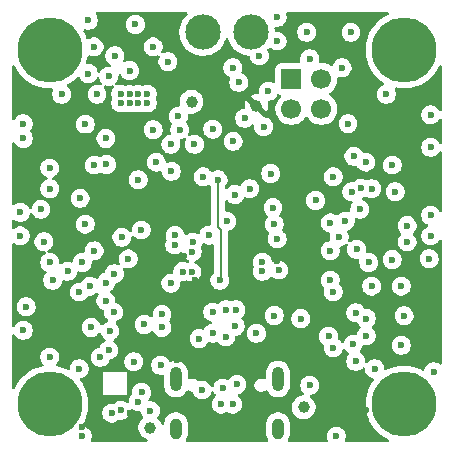
<source format=gbr>
%TF.GenerationSoftware,KiCad,Pcbnew,9.0.1*%
%TF.CreationDate,2025-05-02T13:40:16-04:00*%
%TF.ProjectId,Control Board V2,436f6e74-726f-46c2-9042-6f6172642056,rev?*%
%TF.SameCoordinates,Original*%
%TF.FileFunction,Copper,L3,Inr*%
%TF.FilePolarity,Positive*%
%FSLAX46Y46*%
G04 Gerber Fmt 4.6, Leading zero omitted, Abs format (unit mm)*
G04 Created by KiCad (PCBNEW 9.0.1) date 2025-05-02 13:40:16*
%MOMM*%
%LPD*%
G01*
G04 APERTURE LIST*
%TA.AperFunction,ComponentPad*%
%ADD10C,1.700000*%
%TD*%
%TA.AperFunction,ComponentPad*%
%ADD11R,1.700000X1.700000*%
%TD*%
%TA.AperFunction,ComponentPad*%
%ADD12C,1.000000*%
%TD*%
%TA.AperFunction,ComponentPad*%
%ADD13C,5.500000*%
%TD*%
%TA.AperFunction,HeatsinkPad*%
%ADD14O,1.000000X2.100000*%
%TD*%
%TA.AperFunction,HeatsinkPad*%
%ADD15O,1.000000X1.800000*%
%TD*%
%TA.AperFunction,CastellatedPad*%
%ADD16O,3.000000X3.000000*%
%TD*%
%TA.AperFunction,ViaPad*%
%ADD17C,0.600000*%
%TD*%
%TA.AperFunction,Conductor*%
%ADD18C,0.160000*%
%TD*%
%TA.AperFunction,Conductor*%
%ADD19C,0.200000*%
%TD*%
G04 APERTURE END LIST*
D10*
%TO.N,/SWDIO*%
%TO.C,J1*%
X83000000Y-99460000D03*
%TO.N,/RESET*%
X83000000Y-102000000D03*
%TO.N,/SWCLK*%
X80460000Y-102000000D03*
D11*
%TO.N,GND*%
X80460000Y-99460000D03*
%TD*%
D12*
%TO.N,+VBUS*%
%TO.C,TP4*%
X68500000Y-129000000D03*
%TD*%
%TO.N,+3V3USB*%
%TO.C,TP3*%
X81500000Y-127250000D03*
%TD*%
D13*
%TO.N,GND*%
%TO.C,H2*%
X60000000Y-97000000D03*
%TD*%
%TO.N,GND*%
%TO.C,H1*%
X90000000Y-127000000D03*
%TD*%
D12*
%TO.N,+3V3*%
%TO.C,TP2*%
X77500000Y-101750000D03*
%TD*%
%TO.N,+VBAT*%
%TO.C,TP1*%
X72000000Y-101400000D03*
%TD*%
D14*
%TO.N,GND*%
%TO.C,J35*%
X70680000Y-124875000D03*
D15*
X70680000Y-129075000D03*
D14*
X79320000Y-124875000D03*
D15*
X79320000Y-129075000D03*
%TD*%
D13*
%TO.N,GND*%
%TO.C,H4*%
X90000000Y-97000000D03*
%TD*%
D16*
%TO.N,Net-(BT1-+)*%
%TO.C,BT1*%
X72968000Y-95500000D03*
%TO.N,GND*%
X77032000Y-95500000D03*
%TD*%
D13*
%TO.N,GND*%
%TO.C,H3*%
X60000000Y-127000000D03*
%TD*%
D17*
%TO.N,GND*%
X74900000Y-121300000D03*
X75700000Y-120400000D03*
X65100000Y-120800000D03*
%TO.N,+3V3*%
X86800000Y-127450000D03*
X86800000Y-129700000D03*
%TO.N,Net-(Y2-IN{slash}OUT)*%
X69500000Y-119400000D03*
X69500000Y-120500000D03*
%TO.N,/HSE_OUT*%
X74900000Y-119000000D03*
%TO.N,+3V3*%
X72301779Y-116473000D03*
%TO.N,GND*%
X72641496Y-121441496D03*
%TO.N,UART4_TX*%
X86800000Y-121200000D03*
X86800000Y-119743000D03*
%TO.N,Net-(U2-VDDA)*%
X77500000Y-121000000D03*
%TO.N,I2C_1_SDA*%
X63400000Y-117000000D03*
%TO.N,/USART2_RX*%
X85900000Y-119250000D03*
%TO.N,/BL_PWM*%
X85675000Y-121925000D03*
%TO.N,GND*%
X92500000Y-124250000D03*
X78500000Y-100500000D03*
X63500000Y-120500000D03*
X92250000Y-112750000D03*
X68750000Y-103750000D03*
X57750000Y-103250000D03*
X67500000Y-100750000D03*
X68250000Y-101500000D03*
X59500000Y-113250000D03*
X66750000Y-100750000D03*
X87250000Y-108750000D03*
X61000000Y-100750000D03*
X57500000Y-112750000D03*
X64750000Y-104500000D03*
X85750000Y-106000000D03*
X67500000Y-108000000D03*
X63750000Y-114000000D03*
X67250000Y-94850000D03*
X66750000Y-101500000D03*
X77750000Y-97500000D03*
X85500000Y-95500000D03*
X73465000Y-112679759D03*
X61500000Y-115750000D03*
X76925000Y-108750000D03*
X69000000Y-106500000D03*
X92250000Y-111000000D03*
X88500000Y-100750000D03*
X57750000Y-120750000D03*
X92125000Y-114675000D03*
X90000000Y-119500000D03*
X79401024Y-115635616D03*
X58000000Y-118750000D03*
X89000000Y-114750000D03*
X82000000Y-97750000D03*
X60000000Y-108750000D03*
X87000000Y-115000000D03*
X75000000Y-111500000D03*
X89250000Y-109000000D03*
X73800000Y-119200000D03*
X67500000Y-101500000D03*
X60250000Y-116500000D03*
X59250000Y-110500000D03*
X68750000Y-96750000D03*
X92250000Y-102500000D03*
X65400000Y-119200000D03*
X83750000Y-116500000D03*
X92250000Y-105250000D03*
X67765276Y-126003058D03*
X68000000Y-120250000D03*
X60000000Y-123000000D03*
X68250000Y-100750000D03*
X60000000Y-115000000D03*
X66000000Y-101500000D03*
X71000000Y-103750000D03*
X79250000Y-96250000D03*
X89750000Y-122000000D03*
X63250000Y-99000000D03*
X90250000Y-111875000D03*
X65250000Y-127750000D03*
X76497858Y-102788794D03*
X57750000Y-104500000D03*
X79000000Y-119490000D03*
X89000000Y-106750000D03*
X79000000Y-111750000D03*
X63250000Y-94500000D03*
X90250000Y-113250000D03*
X60000000Y-107000000D03*
X78000000Y-115750000D03*
X87500000Y-124000000D03*
X79250000Y-94250000D03*
X67750000Y-112248999D03*
X84250000Y-129700000D03*
X65000000Y-99250000D03*
X70250000Y-105000000D03*
X65500000Y-97500000D03*
X72980000Y-107750000D03*
X63750000Y-96750000D03*
X70000000Y-98000000D03*
X83750000Y-114000000D03*
X75500000Y-98500000D03*
X66000000Y-100750000D03*
X84750000Y-98500000D03*
X66750000Y-98750000D03*
X84000000Y-117500000D03*
X85250000Y-103250000D03*
X62750000Y-115000000D03*
X89750000Y-117000000D03*
X62500000Y-124000000D03*
X70250000Y-116750000D03*
X64000000Y-100750000D03*
X86750000Y-106500000D03*
X84000000Y-107750000D03*
X67103554Y-123396446D03*
X57500000Y-110750000D03*
X65476392Y-115952785D03*
X78100000Y-103500000D03*
X82000000Y-125399020D03*
X87250000Y-117000000D03*
X81750000Y-95500000D03*
%TO.N,+3V3*%
X83400000Y-106750000D03*
X59750000Y-119778000D03*
X71371075Y-114480000D03*
X66750000Y-127750000D03*
X66000000Y-111500000D03*
X79250000Y-114850000D03*
X70770000Y-123250000D03*
X87000000Y-103800000D03*
X62750000Y-128899997D03*
X89750000Y-118250000D03*
X73250000Y-110000000D03*
X71550003Y-108000000D03*
X65250000Y-103235000D03*
X66500000Y-120250000D03*
X73250000Y-102000000D03*
X63600000Y-113000000D03*
X63000000Y-104250000D03*
X89750000Y-110750000D03*
X73400000Y-122600000D03*
X67750000Y-115770000D03*
%TO.N,+1V8*%
X69400000Y-123700000D03*
%TO.N,Net-(U1-REGOUT)*%
X66017484Y-127524239D03*
%TO.N,Net-(IC1-EN)*%
X62750000Y-129700000D03*
%TO.N,/RESET*%
X74250000Y-108000000D03*
X74400000Y-116500000D03*
%TO.N,Net-(C16-Pad2)*%
X71250000Y-115770000D03*
%TO.N,+3V3USB*%
X85000000Y-111500000D03*
X85575000Y-109000000D03*
X76000000Y-99750000D03*
%TO.N,+VBUS*%
X72900000Y-125800000D03*
%TO.N,I2C_1_SCL*%
X64750000Y-116700000D03*
X62500000Y-117500000D03*
X64750000Y-118250000D03*
%TO.N,Net-(IC2-SDA_A)*%
X64269571Y-123019571D03*
X67511070Y-126770119D03*
%TO.N,Net-(IC2-SCL_A)*%
X65000000Y-122419571D03*
X68524144Y-127548286D03*
%TO.N,I2C_1_SDA*%
X66109285Y-112859285D03*
%TO.N,/SWCLK*%
X70287500Y-107287500D03*
%TO.N,/SWDIO*%
X75519731Y-104730269D03*
X72250000Y-105000000D03*
%TO.N,/SD_DET*%
X78000000Y-115000000D03*
%TO.N,I2C_2_SCL*%
X62562500Y-109562500D03*
X63750000Y-106750000D03*
X75675861Y-109245639D03*
%TO.N,I2C_2_SDA*%
X64799264Y-106700736D03*
X78695047Y-107466577D03*
X63000000Y-111750000D03*
%TO.N,I2C_3_SDA*%
X73791177Y-103708823D03*
X63000000Y-103300000D03*
%TO.N,I2C_3_SCL*%
X70896446Y-102603554D03*
%TO.N,USART3_TX*%
X82500000Y-109750000D03*
X84500000Y-112850000D03*
X78900000Y-110350000D03*
X83750000Y-111650000D03*
%TO.N,/FL_PWM*%
X75750000Y-119000000D03*
%TO.N,/BL_PWM*%
X79250000Y-113000000D03*
X83600000Y-121250000D03*
%TO.N,/FR_PWM*%
X70580442Y-113523362D03*
%TO.N,/BR_PWM*%
X86250000Y-110500000D03*
X86325201Y-108722148D03*
X85975000Y-113875000D03*
%TO.N,Net-(U2-BOOT0)*%
X66650000Y-114700000D03*
%TO.N,/SPI1_MISO*%
X72109381Y-113276825D03*
%TO.N,/SD_CS*%
X72000000Y-115800000D03*
%TO.N,/SPI2_MOSI*%
X70600000Y-112685852D03*
%TO.N,/SPI1_SCK*%
X72061206Y-114075376D03*
%TO.N,/USB to UART/D+*%
X74650000Y-125631427D03*
X75850000Y-125328013D03*
%TO.N,Net-(J35-CC1)*%
X74500000Y-126990000D03*
%TO.N,Net-(J35-CC2)*%
X75500000Y-126990000D03*
%TO.N,/USART2_RX*%
X85902852Y-123363961D03*
%TO.N,/USART2_TX*%
X84000000Y-122200000D03*
X81250000Y-119750000D03*
%TO.N,/HSE_IN*%
X73800000Y-121000000D03*
%TD*%
D18*
%TO.N,/RESET*%
X74250000Y-112000000D02*
X74500000Y-112250000D01*
X74250000Y-108000000D02*
X74250000Y-112000000D01*
D19*
X74500000Y-116250000D02*
X74500000Y-112250000D01*
X74400000Y-116350000D02*
X74500000Y-116250000D01*
X74400000Y-116500000D02*
X74400000Y-116350000D01*
%TO.N,+VBUS*%
X68300000Y-128800000D02*
X68500000Y-129000000D01*
%TD*%
%TA.AperFunction,Conductor*%
%TO.N,+3V3*%
G36*
X71606043Y-93820185D02*
G01*
X71651798Y-93872989D01*
X71661742Y-93942147D01*
X71632717Y-94005703D01*
X71626685Y-94012181D01*
X71460718Y-94178148D01*
X71301075Y-94386196D01*
X71169958Y-94613299D01*
X71169953Y-94613309D01*
X71069605Y-94855571D01*
X71069603Y-94855578D01*
X71069602Y-94855581D01*
X71001730Y-95108884D01*
X71000158Y-95120827D01*
X70967500Y-95368872D01*
X70967500Y-95631127D01*
X70994123Y-95833339D01*
X71001730Y-95891116D01*
X71065259Y-96128210D01*
X71069602Y-96144418D01*
X71069605Y-96144428D01*
X71169953Y-96386690D01*
X71169958Y-96386700D01*
X71301075Y-96613803D01*
X71460718Y-96821851D01*
X71460726Y-96821860D01*
X71646140Y-97007274D01*
X71646148Y-97007281D01*
X71646149Y-97007282D01*
X71654980Y-97014058D01*
X71854196Y-97166924D01*
X72081299Y-97298041D01*
X72081309Y-97298046D01*
X72274845Y-97378211D01*
X72323581Y-97398398D01*
X72576884Y-97466270D01*
X72836880Y-97500500D01*
X72836887Y-97500500D01*
X73099113Y-97500500D01*
X73099120Y-97500500D01*
X73359116Y-97466270D01*
X73612419Y-97398398D01*
X73854697Y-97298043D01*
X74081803Y-97166924D01*
X74289851Y-97007282D01*
X74289855Y-97007277D01*
X74289860Y-97007274D01*
X74475274Y-96821860D01*
X74475277Y-96821855D01*
X74475282Y-96821851D01*
X74634924Y-96613803D01*
X74766043Y-96386697D01*
X74866398Y-96144419D01*
X74880225Y-96092812D01*
X74916590Y-96033153D01*
X74979437Y-96002624D01*
X75048812Y-96010919D01*
X75102690Y-96055404D01*
X75119773Y-96092811D01*
X75129259Y-96128210D01*
X75133602Y-96144418D01*
X75133605Y-96144428D01*
X75233953Y-96386690D01*
X75233958Y-96386700D01*
X75365075Y-96613803D01*
X75524718Y-96821851D01*
X75524726Y-96821860D01*
X75710140Y-97007274D01*
X75710148Y-97007281D01*
X75710149Y-97007282D01*
X75718980Y-97014058D01*
X75918196Y-97166924D01*
X76145299Y-97298041D01*
X76145309Y-97298046D01*
X76338845Y-97378211D01*
X76387581Y-97398398D01*
X76640884Y-97466270D01*
X76818932Y-97489711D01*
X76846708Y-97493368D01*
X76910604Y-97521635D01*
X76949075Y-97579959D01*
X76952139Y-97592115D01*
X76980261Y-97733491D01*
X76980264Y-97733501D01*
X77040602Y-97879172D01*
X77040609Y-97879185D01*
X77128210Y-98010288D01*
X77128213Y-98010292D01*
X77239707Y-98121786D01*
X77239711Y-98121789D01*
X77370814Y-98209390D01*
X77370827Y-98209397D01*
X77508683Y-98266498D01*
X77516503Y-98269737D01*
X77665457Y-98299366D01*
X77671153Y-98300499D01*
X77671156Y-98300500D01*
X77671158Y-98300500D01*
X77828844Y-98300500D01*
X77828845Y-98300499D01*
X77983497Y-98269737D01*
X78096166Y-98223067D01*
X78129172Y-98209397D01*
X78129172Y-98209396D01*
X78129179Y-98209394D01*
X78260289Y-98121789D01*
X78371789Y-98010289D01*
X78459394Y-97879179D01*
X78459810Y-97878176D01*
X78496018Y-97790760D01*
X78519737Y-97733497D01*
X78550500Y-97578842D01*
X78550500Y-97421158D01*
X78550500Y-97421155D01*
X78550499Y-97421153D01*
X78545973Y-97398398D01*
X78519737Y-97266503D01*
X78517163Y-97260288D01*
X78459397Y-97120827D01*
X78459390Y-97120814D01*
X78428179Y-97074104D01*
X78418692Y-97043808D01*
X78407597Y-97014058D01*
X78408326Y-97010703D01*
X78407301Y-97007427D01*
X78415699Y-96976812D01*
X78422449Y-96945785D01*
X78425230Y-96942070D01*
X78425785Y-96940047D01*
X78443594Y-96917537D01*
X78526848Y-96834284D01*
X78588170Y-96800802D01*
X78657861Y-96805786D01*
X78702208Y-96834287D01*
X78739707Y-96871786D01*
X78739711Y-96871789D01*
X78870814Y-96959390D01*
X78870827Y-96959397D01*
X79016498Y-97019735D01*
X79016503Y-97019737D01*
X79171153Y-97050499D01*
X79171156Y-97050500D01*
X79171158Y-97050500D01*
X79328844Y-97050500D01*
X79328845Y-97050499D01*
X79483497Y-97019737D01*
X79629179Y-96959394D01*
X79760289Y-96871789D01*
X79871789Y-96760289D01*
X79959394Y-96629179D01*
X80019737Y-96483497D01*
X80050500Y-96328842D01*
X80050500Y-96171158D01*
X80050500Y-96171155D01*
X80050499Y-96171153D01*
X80035825Y-96097384D01*
X80019737Y-96016503D01*
X80013988Y-96002624D01*
X79959397Y-95870827D01*
X79959390Y-95870814D01*
X79871789Y-95739711D01*
X79871786Y-95739707D01*
X79760292Y-95628213D01*
X79760288Y-95628210D01*
X79629185Y-95540609D01*
X79629173Y-95540602D01*
X79602674Y-95529627D01*
X79483501Y-95480264D01*
X79483489Y-95480261D01*
X79328845Y-95449500D01*
X79328842Y-95449500D01*
X79171158Y-95449500D01*
X79171157Y-95449500D01*
X79165095Y-95450097D01*
X79164837Y-95447486D01*
X79163140Y-95447333D01*
X79150564Y-95450864D01*
X79129012Y-95444256D01*
X79106563Y-95442233D01*
X79096253Y-95434213D01*
X79083763Y-95430384D01*
X79075955Y-95421153D01*
X80949500Y-95421153D01*
X80949500Y-95578846D01*
X80980261Y-95733489D01*
X80980264Y-95733501D01*
X81040602Y-95879172D01*
X81040609Y-95879185D01*
X81128210Y-96010288D01*
X81128213Y-96010292D01*
X81239707Y-96121786D01*
X81239711Y-96121789D01*
X81370814Y-96209390D01*
X81370827Y-96209397D01*
X81444013Y-96239711D01*
X81516503Y-96269737D01*
X81671153Y-96300499D01*
X81671156Y-96300500D01*
X81671158Y-96300500D01*
X81828844Y-96300500D01*
X81828845Y-96300499D01*
X81983497Y-96269737D01*
X82129179Y-96209394D01*
X82260289Y-96121789D01*
X82371789Y-96010289D01*
X82459394Y-95879179D01*
X82462854Y-95870827D01*
X82517163Y-95739711D01*
X82519737Y-95733497D01*
X82550500Y-95578842D01*
X82550500Y-95421158D01*
X82550500Y-95421155D01*
X82550499Y-95421153D01*
X84699500Y-95421153D01*
X84699500Y-95578846D01*
X84730261Y-95733489D01*
X84730264Y-95733501D01*
X84790602Y-95879172D01*
X84790609Y-95879185D01*
X84878210Y-96010288D01*
X84878213Y-96010292D01*
X84989707Y-96121786D01*
X84989711Y-96121789D01*
X85120814Y-96209390D01*
X85120827Y-96209397D01*
X85194013Y-96239711D01*
X85266503Y-96269737D01*
X85421153Y-96300499D01*
X85421156Y-96300500D01*
X85421158Y-96300500D01*
X85578844Y-96300500D01*
X85578845Y-96300499D01*
X85733497Y-96269737D01*
X85879179Y-96209394D01*
X86010289Y-96121789D01*
X86121789Y-96010289D01*
X86209394Y-95879179D01*
X86212854Y-95870827D01*
X86267163Y-95739711D01*
X86269737Y-95733497D01*
X86300500Y-95578842D01*
X86300500Y-95421158D01*
X86300500Y-95421155D01*
X86300499Y-95421153D01*
X86290101Y-95368880D01*
X86269737Y-95266503D01*
X86267039Y-95259990D01*
X86209397Y-95120827D01*
X86209390Y-95120814D01*
X86121789Y-94989711D01*
X86121786Y-94989707D01*
X86010292Y-94878213D01*
X86010288Y-94878210D01*
X85879185Y-94790609D01*
X85879172Y-94790602D01*
X85733501Y-94730264D01*
X85733489Y-94730261D01*
X85578845Y-94699500D01*
X85578842Y-94699500D01*
X85421158Y-94699500D01*
X85421155Y-94699500D01*
X85266510Y-94730261D01*
X85266498Y-94730264D01*
X85120827Y-94790602D01*
X85120814Y-94790609D01*
X84989711Y-94878210D01*
X84989707Y-94878213D01*
X84878213Y-94989707D01*
X84878210Y-94989711D01*
X84790609Y-95120814D01*
X84790602Y-95120827D01*
X84730264Y-95266498D01*
X84730261Y-95266510D01*
X84699500Y-95421153D01*
X82550499Y-95421153D01*
X82540101Y-95368880D01*
X82519737Y-95266503D01*
X82517039Y-95259990D01*
X82459397Y-95120827D01*
X82459390Y-95120814D01*
X82371789Y-94989711D01*
X82371786Y-94989707D01*
X82260292Y-94878213D01*
X82260288Y-94878210D01*
X82129185Y-94790609D01*
X82129172Y-94790602D01*
X81983501Y-94730264D01*
X81983489Y-94730261D01*
X81828845Y-94699500D01*
X81828842Y-94699500D01*
X81671158Y-94699500D01*
X81671155Y-94699500D01*
X81516510Y-94730261D01*
X81516498Y-94730264D01*
X81370827Y-94790602D01*
X81370814Y-94790609D01*
X81239711Y-94878210D01*
X81239707Y-94878213D01*
X81128213Y-94989707D01*
X81128210Y-94989711D01*
X81040609Y-95120814D01*
X81040602Y-95120827D01*
X80980264Y-95266498D01*
X80980261Y-95266510D01*
X80949500Y-95421153D01*
X79075955Y-95421153D01*
X79069204Y-95413172D01*
X79051414Y-95399334D01*
X79046044Y-95385793D01*
X79038640Y-95377039D01*
X79029100Y-95343062D01*
X79008314Y-95185176D01*
X79019079Y-95116142D01*
X79065459Y-95063886D01*
X79132728Y-95045001D01*
X79155444Y-95047375D01*
X79171153Y-95050499D01*
X79171156Y-95050500D01*
X79171158Y-95050500D01*
X79328844Y-95050500D01*
X79328845Y-95050499D01*
X79483497Y-95019737D01*
X79629179Y-94959394D01*
X79760289Y-94871789D01*
X79871789Y-94760289D01*
X79959394Y-94629179D01*
X80019737Y-94483497D01*
X80050500Y-94328842D01*
X80050500Y-94171158D01*
X80050500Y-94171155D01*
X80050499Y-94171153D01*
X80032419Y-94080261D01*
X80019737Y-94016503D01*
X80013586Y-94001652D01*
X80001284Y-93971952D01*
X79993815Y-93902483D01*
X80025091Y-93840004D01*
X80085180Y-93804352D01*
X80115845Y-93800500D01*
X88606921Y-93800500D01*
X88673960Y-93820185D01*
X88719715Y-93872989D01*
X88729659Y-93942147D01*
X88700634Y-94005703D01*
X88654373Y-94039061D01*
X88608560Y-94058037D01*
X88608548Y-94058042D01*
X88326905Y-94208584D01*
X88326877Y-94208601D01*
X88061361Y-94386012D01*
X88061338Y-94386029D01*
X87814459Y-94588638D01*
X87588638Y-94814459D01*
X87386029Y-95061338D01*
X87386012Y-95061361D01*
X87208601Y-95326877D01*
X87208584Y-95326905D01*
X87058042Y-95608548D01*
X87058040Y-95608553D01*
X86935820Y-95903617D01*
X86843109Y-96209245D01*
X86780803Y-96522477D01*
X86766160Y-96671158D01*
X86749500Y-96840313D01*
X86749500Y-97159687D01*
X86756451Y-97230261D01*
X86780803Y-97477522D01*
X86843109Y-97790754D01*
X86935820Y-98096382D01*
X87058040Y-98391446D01*
X87058042Y-98391451D01*
X87208584Y-98673094D01*
X87208601Y-98673122D01*
X87386012Y-98938638D01*
X87386029Y-98938661D01*
X87588638Y-99185540D01*
X87814459Y-99411361D01*
X87814464Y-99411365D01*
X87814465Y-99411366D01*
X88061344Y-99613975D01*
X88061351Y-99613980D01*
X88061361Y-99613987D01*
X88285370Y-99763664D01*
X88330176Y-99817276D01*
X88338883Y-99886601D01*
X88308729Y-99949628D01*
X88263933Y-99981327D01*
X88120823Y-100040604D01*
X88120814Y-100040609D01*
X87989711Y-100128210D01*
X87989707Y-100128213D01*
X87878213Y-100239707D01*
X87878210Y-100239711D01*
X87790609Y-100370814D01*
X87790602Y-100370827D01*
X87730264Y-100516498D01*
X87730261Y-100516510D01*
X87699500Y-100671153D01*
X87699500Y-100828846D01*
X87730261Y-100983489D01*
X87730264Y-100983501D01*
X87790602Y-101129172D01*
X87790609Y-101129185D01*
X87878210Y-101260288D01*
X87878213Y-101260292D01*
X87989707Y-101371786D01*
X87989711Y-101371789D01*
X88120814Y-101459390D01*
X88120827Y-101459397D01*
X88218853Y-101500000D01*
X88266503Y-101519737D01*
X88421153Y-101550499D01*
X88421156Y-101550500D01*
X88421158Y-101550500D01*
X88578844Y-101550500D01*
X88578845Y-101550499D01*
X88733497Y-101519737D01*
X88879179Y-101459394D01*
X89010289Y-101371789D01*
X89121789Y-101260289D01*
X89209394Y-101129179D01*
X89269737Y-100983497D01*
X89300500Y-100828842D01*
X89300500Y-100671158D01*
X89300500Y-100671155D01*
X89300499Y-100671153D01*
X89290227Y-100619514D01*
X89269737Y-100516503D01*
X89268440Y-100513371D01*
X89209397Y-100370827D01*
X89206521Y-100365446D01*
X89208218Y-100364538D01*
X89190001Y-100306376D01*
X89208480Y-100238995D01*
X89260454Y-100192300D01*
X89329423Y-100181117D01*
X89338159Y-100182532D01*
X89522477Y-100219196D01*
X89840313Y-100250500D01*
X89840316Y-100250500D01*
X90159684Y-100250500D01*
X90159687Y-100250500D01*
X90477523Y-100219196D01*
X90790760Y-100156889D01*
X91096381Y-100064180D01*
X91391444Y-99941961D01*
X91673106Y-99791409D01*
X91938656Y-99613975D01*
X92185535Y-99411366D01*
X92411366Y-99185535D01*
X92613975Y-98938656D01*
X92791409Y-98673106D01*
X92941961Y-98391444D01*
X92960939Y-98345626D01*
X93004780Y-98291223D01*
X93071074Y-98269158D01*
X93138773Y-98286437D01*
X93186384Y-98337574D01*
X93199500Y-98393079D01*
X93199500Y-102077097D01*
X93179815Y-102144136D01*
X93127011Y-102189891D01*
X93057853Y-102199835D01*
X92994297Y-102170810D01*
X92960940Y-102124552D01*
X92959396Y-102120826D01*
X92959390Y-102120814D01*
X92871789Y-101989711D01*
X92871786Y-101989707D01*
X92760292Y-101878213D01*
X92760288Y-101878210D01*
X92629185Y-101790609D01*
X92629172Y-101790602D01*
X92483501Y-101730264D01*
X92483489Y-101730261D01*
X92328845Y-101699500D01*
X92328842Y-101699500D01*
X92171158Y-101699500D01*
X92171155Y-101699500D01*
X92016510Y-101730261D01*
X92016498Y-101730264D01*
X91870827Y-101790602D01*
X91870814Y-101790609D01*
X91739711Y-101878210D01*
X91739707Y-101878213D01*
X91628213Y-101989707D01*
X91628210Y-101989711D01*
X91540609Y-102120814D01*
X91540602Y-102120827D01*
X91480264Y-102266498D01*
X91480261Y-102266510D01*
X91449500Y-102421153D01*
X91449500Y-102578846D01*
X91480261Y-102733489D01*
X91480264Y-102733501D01*
X91540602Y-102879172D01*
X91540609Y-102879185D01*
X91628210Y-103010288D01*
X91628213Y-103010292D01*
X91739707Y-103121786D01*
X91739711Y-103121789D01*
X91870814Y-103209390D01*
X91870827Y-103209397D01*
X91944013Y-103239711D01*
X92016503Y-103269737D01*
X92171153Y-103300499D01*
X92171156Y-103300500D01*
X92171158Y-103300500D01*
X92328844Y-103300500D01*
X92328845Y-103300499D01*
X92483497Y-103269737D01*
X92629179Y-103209394D01*
X92760289Y-103121789D01*
X92871789Y-103010289D01*
X92959394Y-102879179D01*
X92960938Y-102875450D01*
X93004778Y-102821047D01*
X93071072Y-102798981D01*
X93138771Y-102816259D01*
X93186383Y-102867395D01*
X93199500Y-102922902D01*
X93199500Y-104827097D01*
X93179815Y-104894136D01*
X93127011Y-104939891D01*
X93057853Y-104949835D01*
X92994297Y-104920810D01*
X92960940Y-104874552D01*
X92959396Y-104870826D01*
X92959390Y-104870814D01*
X92871789Y-104739711D01*
X92871786Y-104739707D01*
X92760292Y-104628213D01*
X92760288Y-104628210D01*
X92629185Y-104540609D01*
X92629172Y-104540602D01*
X92483501Y-104480264D01*
X92483489Y-104480261D01*
X92328845Y-104449500D01*
X92328842Y-104449500D01*
X92171158Y-104449500D01*
X92171155Y-104449500D01*
X92016510Y-104480261D01*
X92016498Y-104480264D01*
X91870827Y-104540602D01*
X91870814Y-104540609D01*
X91739711Y-104628210D01*
X91739707Y-104628213D01*
X91628213Y-104739707D01*
X91628210Y-104739711D01*
X91540609Y-104870814D01*
X91540602Y-104870827D01*
X91480264Y-105016498D01*
X91480261Y-105016510D01*
X91449500Y-105171153D01*
X91449500Y-105328846D01*
X91480261Y-105483489D01*
X91480264Y-105483501D01*
X91540602Y-105629172D01*
X91540609Y-105629185D01*
X91628210Y-105760288D01*
X91628213Y-105760292D01*
X91739707Y-105871786D01*
X91739711Y-105871789D01*
X91870814Y-105959390D01*
X91870827Y-105959397D01*
X92016498Y-106019735D01*
X92016503Y-106019737D01*
X92171153Y-106050499D01*
X92171156Y-106050500D01*
X92171158Y-106050500D01*
X92328844Y-106050500D01*
X92328845Y-106050499D01*
X92483497Y-106019737D01*
X92629179Y-105959394D01*
X92760289Y-105871789D01*
X92871789Y-105760289D01*
X92959394Y-105629179D01*
X92960938Y-105625450D01*
X93004778Y-105571047D01*
X93071072Y-105548981D01*
X93138771Y-105566259D01*
X93186383Y-105617395D01*
X93199500Y-105672902D01*
X93199500Y-110577097D01*
X93179815Y-110644136D01*
X93127011Y-110689891D01*
X93057853Y-110699835D01*
X92994297Y-110670810D01*
X92960940Y-110624552D01*
X92959396Y-110620826D01*
X92959390Y-110620814D01*
X92871789Y-110489711D01*
X92871786Y-110489707D01*
X92760292Y-110378213D01*
X92760288Y-110378210D01*
X92629185Y-110290609D01*
X92629172Y-110290602D01*
X92483501Y-110230264D01*
X92483489Y-110230261D01*
X92328845Y-110199500D01*
X92328842Y-110199500D01*
X92171158Y-110199500D01*
X92171155Y-110199500D01*
X92016510Y-110230261D01*
X92016498Y-110230264D01*
X91870827Y-110290602D01*
X91870814Y-110290609D01*
X91739711Y-110378210D01*
X91739707Y-110378213D01*
X91628213Y-110489707D01*
X91628210Y-110489711D01*
X91540609Y-110620814D01*
X91540602Y-110620827D01*
X91480264Y-110766498D01*
X91480261Y-110766510D01*
X91449500Y-110921153D01*
X91449500Y-111078846D01*
X91480261Y-111233489D01*
X91480264Y-111233501D01*
X91540602Y-111379172D01*
X91540609Y-111379185D01*
X91628210Y-111510288D01*
X91628213Y-111510292D01*
X91739707Y-111621786D01*
X91739711Y-111621789D01*
X91870814Y-111709390D01*
X91870827Y-111709397D01*
X91994054Y-111760439D01*
X92048458Y-111804280D01*
X92070523Y-111870574D01*
X92053244Y-111938273D01*
X92002107Y-111985884D01*
X91994054Y-111989561D01*
X91870827Y-112040602D01*
X91870814Y-112040609D01*
X91739711Y-112128210D01*
X91739707Y-112128213D01*
X91628213Y-112239707D01*
X91628210Y-112239711D01*
X91540609Y-112370814D01*
X91540602Y-112370827D01*
X91480264Y-112516498D01*
X91480261Y-112516510D01*
X91449500Y-112671153D01*
X91449500Y-112828846D01*
X91480261Y-112983489D01*
X91480264Y-112983501D01*
X91540602Y-113129172D01*
X91540609Y-113129185D01*
X91628210Y-113260288D01*
X91628213Y-113260292D01*
X91739707Y-113371786D01*
X91739711Y-113371789D01*
X91870814Y-113459390D01*
X91870827Y-113459397D01*
X92016498Y-113519735D01*
X92016503Y-113519737D01*
X92171153Y-113550499D01*
X92171156Y-113550500D01*
X92171158Y-113550500D01*
X92328844Y-113550500D01*
X92328845Y-113550499D01*
X92483497Y-113519737D01*
X92619334Y-113463472D01*
X92629172Y-113459397D01*
X92629172Y-113459396D01*
X92629179Y-113459394D01*
X92760289Y-113371789D01*
X92871789Y-113260289D01*
X92959394Y-113129179D01*
X92960938Y-113125450D01*
X93004778Y-113071047D01*
X93071072Y-113048981D01*
X93138771Y-113066259D01*
X93186383Y-113117395D01*
X93199500Y-113172902D01*
X93199500Y-123522649D01*
X93179815Y-123589688D01*
X93127011Y-123635443D01*
X93057853Y-123645387D01*
X93006609Y-123625751D01*
X92879185Y-123540609D01*
X92879172Y-123540602D01*
X92733501Y-123480264D01*
X92733489Y-123480261D01*
X92578845Y-123449500D01*
X92578842Y-123449500D01*
X92421158Y-123449500D01*
X92421155Y-123449500D01*
X92266510Y-123480261D01*
X92266498Y-123480264D01*
X92120827Y-123540602D01*
X92120814Y-123540609D01*
X91989711Y-123628210D01*
X91989707Y-123628213D01*
X91878213Y-123739707D01*
X91878210Y-123739711D01*
X91790609Y-123870814D01*
X91790602Y-123870827D01*
X91730264Y-124016498D01*
X91730262Y-124016505D01*
X91722850Y-124053766D01*
X91690463Y-124115676D01*
X91629747Y-124150249D01*
X91559977Y-124146508D01*
X91542784Y-124138932D01*
X91391444Y-124058039D01*
X91295349Y-124018235D01*
X91096382Y-123935820D01*
X90790754Y-123843109D01*
X90477521Y-123780803D01*
X90477522Y-123780803D01*
X90238141Y-123757227D01*
X90159687Y-123749500D01*
X89840313Y-123749500D01*
X89767822Y-123756639D01*
X89522477Y-123780803D01*
X89209245Y-123843109D01*
X88903617Y-123935820D01*
X88608553Y-124058040D01*
X88608548Y-124058042D01*
X88482953Y-124125175D01*
X88414551Y-124139417D01*
X88349307Y-124114417D01*
X88307936Y-124058112D01*
X88300500Y-124015817D01*
X88300500Y-123921155D01*
X88300499Y-123921153D01*
X88280392Y-123820070D01*
X88269737Y-123766503D01*
X88260057Y-123743133D01*
X88209397Y-123620827D01*
X88209390Y-123620814D01*
X88121789Y-123489711D01*
X88121786Y-123489707D01*
X88010292Y-123378213D01*
X88010288Y-123378210D01*
X87879185Y-123290609D01*
X87879172Y-123290602D01*
X87733501Y-123230264D01*
X87733489Y-123230261D01*
X87578845Y-123199500D01*
X87578842Y-123199500D01*
X87421158Y-123199500D01*
X87421155Y-123199500D01*
X87266510Y-123230261D01*
X87266498Y-123230264D01*
X87120827Y-123290602D01*
X87120814Y-123290609D01*
X86989711Y-123378210D01*
X86989707Y-123378213D01*
X86915033Y-123452888D01*
X86853710Y-123486373D01*
X86784018Y-123481389D01*
X86728085Y-123439517D01*
X86703668Y-123374053D01*
X86703352Y-123365207D01*
X86703352Y-123285116D01*
X86703351Y-123285114D01*
X86692887Y-123232509D01*
X86672589Y-123130464D01*
X86671968Y-123128965D01*
X86612249Y-122984788D01*
X86612242Y-122984775D01*
X86524641Y-122853672D01*
X86524638Y-122853668D01*
X86413144Y-122742174D01*
X86413140Y-122742171D01*
X86285061Y-122656590D01*
X86240256Y-122602977D01*
X86231549Y-122533652D01*
X86261704Y-122470625D01*
X86266272Y-122465806D01*
X86296786Y-122435292D01*
X86296789Y-122435289D01*
X86384394Y-122304179D01*
X86444737Y-122158497D01*
X86461298Y-122075240D01*
X86493682Y-122013329D01*
X86554398Y-121978755D01*
X86607107Y-121977814D01*
X86721155Y-122000500D01*
X86721158Y-122000500D01*
X86878844Y-122000500D01*
X86878845Y-122000499D01*
X87033497Y-121969737D01*
X87150790Y-121921153D01*
X88949500Y-121921153D01*
X88949500Y-122078846D01*
X88980261Y-122233489D01*
X88980264Y-122233501D01*
X89040602Y-122379172D01*
X89040609Y-122379185D01*
X89128210Y-122510288D01*
X89128213Y-122510292D01*
X89239707Y-122621786D01*
X89239711Y-122621789D01*
X89370814Y-122709390D01*
X89370827Y-122709397D01*
X89481668Y-122755308D01*
X89516503Y-122769737D01*
X89671153Y-122800499D01*
X89671156Y-122800500D01*
X89671158Y-122800500D01*
X89828844Y-122800500D01*
X89828845Y-122800499D01*
X89983497Y-122769737D01*
X90129179Y-122709394D01*
X90260289Y-122621789D01*
X90371789Y-122510289D01*
X90459394Y-122379179D01*
X90519737Y-122233497D01*
X90550500Y-122078842D01*
X90550500Y-121921158D01*
X90550500Y-121921155D01*
X90550499Y-121921153D01*
X90530734Y-121821788D01*
X90519737Y-121766503D01*
X90496452Y-121710288D01*
X90459397Y-121620827D01*
X90459390Y-121620814D01*
X90371789Y-121489711D01*
X90371786Y-121489707D01*
X90260292Y-121378213D01*
X90260288Y-121378210D01*
X90129185Y-121290609D01*
X90129172Y-121290602D01*
X89983501Y-121230264D01*
X89983489Y-121230261D01*
X89828845Y-121199500D01*
X89828842Y-121199500D01*
X89671158Y-121199500D01*
X89671155Y-121199500D01*
X89516510Y-121230261D01*
X89516498Y-121230264D01*
X89370827Y-121290602D01*
X89370814Y-121290609D01*
X89239711Y-121378210D01*
X89239707Y-121378213D01*
X89128213Y-121489707D01*
X89128210Y-121489711D01*
X89040609Y-121620814D01*
X89040602Y-121620827D01*
X88980264Y-121766498D01*
X88980261Y-121766510D01*
X88949500Y-121921153D01*
X87150790Y-121921153D01*
X87179179Y-121909394D01*
X87310289Y-121821789D01*
X87421789Y-121710289D01*
X87509394Y-121579179D01*
X87569737Y-121433497D01*
X87600500Y-121278842D01*
X87600500Y-121121158D01*
X87600500Y-121121155D01*
X87600499Y-121121153D01*
X87592152Y-121079189D01*
X87569737Y-120966503D01*
X87555117Y-120931207D01*
X87509397Y-120820827D01*
X87509390Y-120820814D01*
X87421789Y-120689711D01*
X87421786Y-120689707D01*
X87310291Y-120578212D01*
X87304889Y-120574603D01*
X87260084Y-120520991D01*
X87251375Y-120451666D01*
X87281530Y-120388638D01*
X87304889Y-120368397D01*
X87310289Y-120364789D01*
X87421789Y-120253289D01*
X87509394Y-120122179D01*
X87509955Y-120120826D01*
X87539084Y-120050500D01*
X87569737Y-119976497D01*
X87600500Y-119821842D01*
X87600500Y-119664158D01*
X87600500Y-119664155D01*
X87600499Y-119664153D01*
X87594401Y-119633497D01*
X87569737Y-119509503D01*
X87533142Y-119421153D01*
X89199500Y-119421153D01*
X89199500Y-119578846D01*
X89230261Y-119733489D01*
X89230264Y-119733501D01*
X89290602Y-119879172D01*
X89290609Y-119879185D01*
X89378210Y-120010288D01*
X89378213Y-120010292D01*
X89489707Y-120121786D01*
X89489711Y-120121789D01*
X89620814Y-120209390D01*
X89620827Y-120209397D01*
X89758683Y-120266498D01*
X89766503Y-120269737D01*
X89874721Y-120291263D01*
X89921153Y-120300499D01*
X89921156Y-120300500D01*
X89921158Y-120300500D01*
X90078844Y-120300500D01*
X90078845Y-120300499D01*
X90233497Y-120269737D01*
X90379179Y-120209394D01*
X90510289Y-120121789D01*
X90621789Y-120010289D01*
X90709394Y-119879179D01*
X90712854Y-119870827D01*
X90733144Y-119821842D01*
X90769737Y-119733497D01*
X90800500Y-119578842D01*
X90800500Y-119421158D01*
X90800500Y-119421155D01*
X90800499Y-119421153D01*
X90782137Y-119328842D01*
X90769737Y-119266503D01*
X90765593Y-119256498D01*
X90709397Y-119120827D01*
X90709390Y-119120814D01*
X90621789Y-118989711D01*
X90621786Y-118989707D01*
X90510292Y-118878213D01*
X90510288Y-118878210D01*
X90379185Y-118790609D01*
X90379172Y-118790602D01*
X90233501Y-118730264D01*
X90233489Y-118730261D01*
X90078845Y-118699500D01*
X90078842Y-118699500D01*
X89921158Y-118699500D01*
X89921155Y-118699500D01*
X89766510Y-118730261D01*
X89766498Y-118730264D01*
X89620827Y-118790602D01*
X89620814Y-118790609D01*
X89489711Y-118878210D01*
X89489707Y-118878213D01*
X89378213Y-118989707D01*
X89378210Y-118989711D01*
X89290609Y-119120814D01*
X89290602Y-119120827D01*
X89230264Y-119266498D01*
X89230261Y-119266510D01*
X89199500Y-119421153D01*
X87533142Y-119421153D01*
X87515758Y-119379185D01*
X87509395Y-119363823D01*
X87509390Y-119363814D01*
X87421789Y-119232711D01*
X87421786Y-119232707D01*
X87310292Y-119121213D01*
X87310288Y-119121210D01*
X87179185Y-119033609D01*
X87179172Y-119033602D01*
X87033501Y-118973264D01*
X87033489Y-118973261D01*
X86878845Y-118942500D01*
X86878842Y-118942500D01*
X86721938Y-118942500D01*
X86654899Y-118922815D01*
X86613788Y-118875371D01*
X86612262Y-118876187D01*
X86609392Y-118870817D01*
X86521789Y-118739711D01*
X86521786Y-118739707D01*
X86410292Y-118628213D01*
X86410288Y-118628210D01*
X86279185Y-118540609D01*
X86279172Y-118540602D01*
X86133501Y-118480264D01*
X86133489Y-118480261D01*
X85978845Y-118449500D01*
X85978842Y-118449500D01*
X85821158Y-118449500D01*
X85821155Y-118449500D01*
X85666510Y-118480261D01*
X85666498Y-118480264D01*
X85520827Y-118540602D01*
X85520814Y-118540609D01*
X85389711Y-118628210D01*
X85389707Y-118628213D01*
X85278213Y-118739707D01*
X85278210Y-118739711D01*
X85190609Y-118870814D01*
X85190602Y-118870827D01*
X85130264Y-119016498D01*
X85130261Y-119016510D01*
X85099500Y-119171153D01*
X85099500Y-119328846D01*
X85130261Y-119483489D01*
X85130264Y-119483501D01*
X85190602Y-119629172D01*
X85190609Y-119629185D01*
X85278210Y-119760288D01*
X85278213Y-119760292D01*
X85389707Y-119871786D01*
X85389711Y-119871789D01*
X85520814Y-119959390D01*
X85520827Y-119959397D01*
X85655400Y-120015138D01*
X85666503Y-120019737D01*
X85817156Y-120049704D01*
X85821153Y-120050499D01*
X85821156Y-120050500D01*
X85978061Y-120050500D01*
X86045100Y-120070185D01*
X86086207Y-120117625D01*
X86087736Y-120116809D01*
X86090609Y-120122185D01*
X86178210Y-120253288D01*
X86178213Y-120253292D01*
X86289707Y-120364786D01*
X86289712Y-120364790D01*
X86295114Y-120368400D01*
X86339917Y-120422014D01*
X86348623Y-120491339D01*
X86318466Y-120554366D01*
X86295114Y-120574600D01*
X86289712Y-120578209D01*
X86289707Y-120578213D01*
X86178213Y-120689707D01*
X86178210Y-120689711D01*
X86090609Y-120820814D01*
X86090602Y-120820827D01*
X86030264Y-120966498D01*
X86030261Y-120966508D01*
X86013701Y-121049760D01*
X85981316Y-121111671D01*
X85920599Y-121146245D01*
X85867893Y-121147185D01*
X85753846Y-121124500D01*
X85753842Y-121124500D01*
X85596158Y-121124500D01*
X85596155Y-121124500D01*
X85441510Y-121155261D01*
X85441498Y-121155264D01*
X85295827Y-121215602D01*
X85295814Y-121215609D01*
X85164711Y-121303210D01*
X85164707Y-121303213D01*
X85053213Y-121414707D01*
X85053210Y-121414711D01*
X84965609Y-121545814D01*
X84965602Y-121545827D01*
X84905264Y-121691498D01*
X84905261Y-121691507D01*
X84898910Y-121723438D01*
X84866524Y-121785349D01*
X84805808Y-121819922D01*
X84736038Y-121816181D01*
X84679367Y-121775314D01*
X84674191Y-121768136D01*
X84621789Y-121689710D01*
X84510292Y-121578213D01*
X84510288Y-121578210D01*
X84438487Y-121530234D01*
X84393682Y-121476622D01*
X84384975Y-121407297D01*
X84385761Y-121402940D01*
X84400500Y-121328844D01*
X84400500Y-121171155D01*
X84400499Y-121171153D01*
X84392150Y-121129179D01*
X84369737Y-121016503D01*
X84369735Y-121016498D01*
X84309397Y-120870827D01*
X84309390Y-120870814D01*
X84221789Y-120739711D01*
X84221786Y-120739707D01*
X84110292Y-120628213D01*
X84110288Y-120628210D01*
X83979185Y-120540609D01*
X83979172Y-120540602D01*
X83833501Y-120480264D01*
X83833489Y-120480261D01*
X83678845Y-120449500D01*
X83678842Y-120449500D01*
X83521158Y-120449500D01*
X83521155Y-120449500D01*
X83366510Y-120480261D01*
X83366498Y-120480264D01*
X83220827Y-120540602D01*
X83220814Y-120540609D01*
X83089711Y-120628210D01*
X83089707Y-120628213D01*
X82978213Y-120739707D01*
X82978210Y-120739711D01*
X82890609Y-120870814D01*
X82890602Y-120870827D01*
X82830264Y-121016498D01*
X82830261Y-121016510D01*
X82799500Y-121171153D01*
X82799500Y-121328846D01*
X82830261Y-121483489D01*
X82830264Y-121483501D01*
X82890602Y-121629172D01*
X82890609Y-121629185D01*
X82978210Y-121760288D01*
X82978213Y-121760292D01*
X83089707Y-121871786D01*
X83089711Y-121871789D01*
X83161512Y-121919766D01*
X83206317Y-121973379D01*
X83215024Y-122042704D01*
X83214239Y-122047058D01*
X83199500Y-122121158D01*
X83199500Y-122278846D01*
X83230261Y-122433489D01*
X83230264Y-122433501D01*
X83290602Y-122579172D01*
X83290609Y-122579185D01*
X83378210Y-122710288D01*
X83378213Y-122710292D01*
X83489707Y-122821786D01*
X83489711Y-122821789D01*
X83620814Y-122909390D01*
X83620827Y-122909397D01*
X83766498Y-122969735D01*
X83766503Y-122969737D01*
X83921153Y-123000499D01*
X83921156Y-123000500D01*
X83921158Y-123000500D01*
X84078844Y-123000500D01*
X84078845Y-123000499D01*
X84233497Y-122969737D01*
X84379179Y-122909394D01*
X84510289Y-122821789D01*
X84621789Y-122710289D01*
X84709394Y-122579179D01*
X84769737Y-122433497D01*
X84776089Y-122401562D01*
X84808472Y-122339653D01*
X84869188Y-122305078D01*
X84938957Y-122308817D01*
X84995630Y-122349682D01*
X85000808Y-122356863D01*
X85053210Y-122435288D01*
X85053213Y-122435292D01*
X85164707Y-122546786D01*
X85164711Y-122546789D01*
X85292790Y-122632370D01*
X85337595Y-122685983D01*
X85346302Y-122755308D01*
X85316147Y-122818335D01*
X85311581Y-122823152D01*
X85281066Y-122853667D01*
X85281062Y-122853672D01*
X85193461Y-122984775D01*
X85193454Y-122984788D01*
X85133116Y-123130459D01*
X85133113Y-123130471D01*
X85102352Y-123285114D01*
X85102352Y-123442807D01*
X85133113Y-123597450D01*
X85133116Y-123597462D01*
X85193454Y-123743133D01*
X85193461Y-123743146D01*
X85281062Y-123874249D01*
X85281065Y-123874253D01*
X85392559Y-123985747D01*
X85392563Y-123985750D01*
X85523666Y-124073351D01*
X85523679Y-124073358D01*
X85657074Y-124128611D01*
X85669355Y-124133698D01*
X85824005Y-124164460D01*
X85824008Y-124164461D01*
X85824010Y-124164461D01*
X85981696Y-124164461D01*
X85981697Y-124164460D01*
X86136349Y-124133698D01*
X86267971Y-124079179D01*
X86282024Y-124073358D01*
X86282024Y-124073357D01*
X86282031Y-124073355D01*
X86413141Y-123985750D01*
X86413144Y-123985747D01*
X86487819Y-123911073D01*
X86549142Y-123877588D01*
X86618834Y-123882572D01*
X86674767Y-123924444D01*
X86699184Y-123989908D01*
X86699500Y-123998754D01*
X86699500Y-124078846D01*
X86730261Y-124233489D01*
X86730264Y-124233501D01*
X86790602Y-124379172D01*
X86790609Y-124379185D01*
X86878210Y-124510288D01*
X86878213Y-124510292D01*
X86989707Y-124621786D01*
X86989711Y-124621789D01*
X87120814Y-124709390D01*
X87120827Y-124709397D01*
X87243693Y-124760289D01*
X87266503Y-124769737D01*
X87353687Y-124787079D01*
X87372076Y-124790737D01*
X87433987Y-124823121D01*
X87468561Y-124883837D01*
X87464822Y-124953607D01*
X87443739Y-124991018D01*
X87386028Y-125061340D01*
X87386012Y-125061361D01*
X87208601Y-125326877D01*
X87208584Y-125326905D01*
X87058042Y-125608548D01*
X87058040Y-125608553D01*
X86935820Y-125903617D01*
X86843109Y-126209245D01*
X86780803Y-126522477D01*
X86757754Y-126756510D01*
X86749500Y-126840313D01*
X86749500Y-127159687D01*
X86755784Y-127223489D01*
X86780803Y-127477522D01*
X86843109Y-127790754D01*
X86935820Y-128096382D01*
X86992673Y-128233636D01*
X87049896Y-128371786D01*
X87058040Y-128391446D01*
X87058042Y-128391451D01*
X87208584Y-128673094D01*
X87208601Y-128673122D01*
X87386012Y-128938638D01*
X87386029Y-128938661D01*
X87588638Y-129185540D01*
X87814459Y-129411361D01*
X87814464Y-129411365D01*
X87814465Y-129411366D01*
X88061344Y-129613975D01*
X88061351Y-129613980D01*
X88061361Y-129613987D01*
X88326877Y-129791398D01*
X88326882Y-129791401D01*
X88326894Y-129791409D01*
X88326903Y-129791413D01*
X88326905Y-129791415D01*
X88608548Y-129941957D01*
X88608550Y-129941957D01*
X88608556Y-129941961D01*
X88654373Y-129960939D01*
X88708777Y-130004780D01*
X88730842Y-130071074D01*
X88713563Y-130138773D01*
X88662426Y-130186384D01*
X88606921Y-130199500D01*
X85095134Y-130199500D01*
X85028095Y-130179815D01*
X84982340Y-130127011D01*
X84972396Y-130057853D01*
X84980573Y-130028047D01*
X84989453Y-130006609D01*
X85019737Y-129933497D01*
X85050500Y-129778842D01*
X85050500Y-129621158D01*
X85050500Y-129621155D01*
X85050499Y-129621153D01*
X85021211Y-129473914D01*
X85019737Y-129466503D01*
X84968500Y-129342805D01*
X84959397Y-129320827D01*
X84959390Y-129320814D01*
X84871789Y-129189711D01*
X84871786Y-129189707D01*
X84760292Y-129078213D01*
X84760288Y-129078210D01*
X84629185Y-128990609D01*
X84629172Y-128990602D01*
X84483501Y-128930264D01*
X84483489Y-128930261D01*
X84328845Y-128899500D01*
X84328842Y-128899500D01*
X84171158Y-128899500D01*
X84171155Y-128899500D01*
X84016510Y-128930261D01*
X84016498Y-128930264D01*
X83870827Y-128990602D01*
X83870814Y-128990609D01*
X83739711Y-129078210D01*
X83739707Y-129078213D01*
X83628213Y-129189707D01*
X83628210Y-129189711D01*
X83540609Y-129320814D01*
X83540602Y-129320827D01*
X83480264Y-129466498D01*
X83480261Y-129466510D01*
X83449500Y-129621153D01*
X83449500Y-129778846D01*
X83480261Y-129933489D01*
X83480263Y-129933497D01*
X83508016Y-130000500D01*
X83519427Y-130028047D01*
X83526896Y-130097517D01*
X83495621Y-130159996D01*
X83435532Y-130195648D01*
X83404866Y-130199500D01*
X80271184Y-130199500D01*
X80204145Y-130179815D01*
X80158390Y-130127011D01*
X80148446Y-130057853D01*
X80168082Y-130006609D01*
X80206628Y-129948920D01*
X80206628Y-129948919D01*
X80206632Y-129948914D01*
X80282051Y-129766835D01*
X80307722Y-129637781D01*
X80320500Y-129573543D01*
X80320500Y-128576456D01*
X80282052Y-128383170D01*
X80282051Y-128383169D01*
X80282051Y-128383165D01*
X80268240Y-128349822D01*
X80206635Y-128201092D01*
X80206628Y-128201079D01*
X80097139Y-128037218D01*
X80097136Y-128037214D01*
X79957785Y-127897863D01*
X79957781Y-127897860D01*
X79793920Y-127788371D01*
X79793907Y-127788364D01*
X79611839Y-127712950D01*
X79611829Y-127712947D01*
X79418543Y-127674500D01*
X79418541Y-127674500D01*
X79221459Y-127674500D01*
X79221457Y-127674500D01*
X79028170Y-127712947D01*
X79028160Y-127712950D01*
X78846092Y-127788364D01*
X78846079Y-127788371D01*
X78682218Y-127897860D01*
X78682214Y-127897863D01*
X78542863Y-128037214D01*
X78542860Y-128037218D01*
X78433371Y-128201079D01*
X78433364Y-128201092D01*
X78357950Y-128383160D01*
X78357947Y-128383170D01*
X78319500Y-128576456D01*
X78319500Y-128576459D01*
X78319500Y-129573541D01*
X78319500Y-129573543D01*
X78319499Y-129573543D01*
X78357947Y-129766829D01*
X78357950Y-129766839D01*
X78433364Y-129948907D01*
X78433371Y-129948920D01*
X78471918Y-130006609D01*
X78492796Y-130073287D01*
X78474311Y-130140667D01*
X78422333Y-130187357D01*
X78368816Y-130199500D01*
X71631184Y-130199500D01*
X71564145Y-130179815D01*
X71518390Y-130127011D01*
X71508446Y-130057853D01*
X71528082Y-130006609D01*
X71566628Y-129948920D01*
X71566628Y-129948919D01*
X71566632Y-129948914D01*
X71642051Y-129766835D01*
X71667722Y-129637781D01*
X71680500Y-129573543D01*
X71680500Y-128576456D01*
X71642052Y-128383170D01*
X71642051Y-128383169D01*
X71642051Y-128383165D01*
X71628240Y-128349822D01*
X71566635Y-128201092D01*
X71566628Y-128201079D01*
X71457139Y-128037218D01*
X71457136Y-128037214D01*
X71317785Y-127897863D01*
X71317781Y-127897860D01*
X71153920Y-127788371D01*
X71153907Y-127788364D01*
X70971839Y-127712950D01*
X70971829Y-127712947D01*
X70778543Y-127674500D01*
X70778541Y-127674500D01*
X70581459Y-127674500D01*
X70581457Y-127674500D01*
X70388170Y-127712947D01*
X70388160Y-127712950D01*
X70206092Y-127788364D01*
X70206079Y-127788371D01*
X70042218Y-127897860D01*
X70042214Y-127897863D01*
X69902863Y-128037214D01*
X69902860Y-128037218D01*
X69793371Y-128201079D01*
X69793364Y-128201092D01*
X69717950Y-128383160D01*
X69717947Y-128383170D01*
X69679500Y-128576456D01*
X69679500Y-128609742D01*
X69659815Y-128676781D01*
X69607011Y-128722536D01*
X69537853Y-128732480D01*
X69474297Y-128703455D01*
X69440939Y-128657195D01*
X69386633Y-128526088D01*
X69386628Y-128526079D01*
X69277139Y-128362218D01*
X69277136Y-128362214D01*
X69147396Y-128232474D01*
X69113911Y-128171151D01*
X69118895Y-128101459D01*
X69142962Y-128064010D01*
X69142072Y-128063279D01*
X69145935Y-128058572D01*
X69233534Y-127927471D01*
X69233534Y-127927470D01*
X69233538Y-127927465D01*
X69293881Y-127781783D01*
X69324644Y-127627128D01*
X69324644Y-127469444D01*
X69324644Y-127469441D01*
X69324643Y-127469439D01*
X69317736Y-127434715D01*
X69293881Y-127314789D01*
X69293879Y-127314784D01*
X69233541Y-127169113D01*
X69233534Y-127169100D01*
X69145933Y-127037997D01*
X69145930Y-127037993D01*
X69034436Y-126926499D01*
X69034432Y-126926496D01*
X68903329Y-126838895D01*
X68903316Y-126838888D01*
X68757645Y-126778550D01*
X68757633Y-126778547D01*
X68602989Y-126747786D01*
X68602986Y-126747786D01*
X68451988Y-126747786D01*
X68384949Y-126728101D01*
X68339194Y-126675297D01*
X68329250Y-126606139D01*
X68358275Y-126542583D01*
X68364307Y-126536105D01*
X68368800Y-126531610D01*
X68387065Y-126513347D01*
X68474670Y-126382237D01*
X68482485Y-126363371D01*
X68504470Y-126310292D01*
X68535013Y-126236555D01*
X68565776Y-126081900D01*
X68565776Y-125924216D01*
X68565776Y-125924213D01*
X68565775Y-125924211D01*
X68548687Y-125838305D01*
X68535013Y-125769561D01*
X68523690Y-125742225D01*
X68474673Y-125623885D01*
X68474666Y-125623872D01*
X68387065Y-125492769D01*
X68387062Y-125492765D01*
X68275568Y-125381271D01*
X68275564Y-125381268D01*
X68144461Y-125293667D01*
X68144448Y-125293660D01*
X67998777Y-125233322D01*
X67998765Y-125233319D01*
X67844121Y-125202558D01*
X67844118Y-125202558D01*
X67686434Y-125202558D01*
X67686431Y-125202558D01*
X67531786Y-125233319D01*
X67531774Y-125233322D01*
X67386103Y-125293660D01*
X67386090Y-125293667D01*
X67254987Y-125381268D01*
X67254983Y-125381271D01*
X67143489Y-125492765D01*
X67143486Y-125492769D01*
X67055885Y-125623872D01*
X67055878Y-125623885D01*
X66995540Y-125769556D01*
X66995537Y-125769568D01*
X66964776Y-125924211D01*
X66964776Y-126081901D01*
X66968840Y-126102331D01*
X66962613Y-126171923D01*
X66934906Y-126214203D01*
X66889282Y-126259827D01*
X66889278Y-126259833D01*
X66801679Y-126390933D01*
X66801672Y-126390946D01*
X66741334Y-126536617D01*
X66741331Y-126536629D01*
X66710570Y-126691272D01*
X66710570Y-126792603D01*
X66690885Y-126859642D01*
X66638081Y-126905397D01*
X66568923Y-126915341D01*
X66517679Y-126895705D01*
X66396669Y-126814848D01*
X66396656Y-126814841D01*
X66250985Y-126754503D01*
X66250973Y-126754500D01*
X66096329Y-126723739D01*
X66096326Y-126723739D01*
X65938642Y-126723739D01*
X65938639Y-126723739D01*
X65783994Y-126754500D01*
X65783982Y-126754503D01*
X65638311Y-126814841D01*
X65638298Y-126814848D01*
X65507198Y-126902447D01*
X65507197Y-126902447D01*
X65485223Y-126924421D01*
X65423898Y-126957903D01*
X65373355Y-126958354D01*
X65328842Y-126949500D01*
X65171158Y-126949500D01*
X65171155Y-126949500D01*
X65016510Y-126980261D01*
X65016498Y-126980264D01*
X64870827Y-127040602D01*
X64870814Y-127040609D01*
X64739711Y-127128210D01*
X64739707Y-127128213D01*
X64628213Y-127239707D01*
X64628210Y-127239711D01*
X64540609Y-127370814D01*
X64540602Y-127370827D01*
X64480264Y-127516498D01*
X64480261Y-127516510D01*
X64449500Y-127671153D01*
X64449500Y-127828846D01*
X64480261Y-127983489D01*
X64480264Y-127983501D01*
X64540602Y-128129172D01*
X64540609Y-128129185D01*
X64628210Y-128260288D01*
X64628213Y-128260292D01*
X64739707Y-128371786D01*
X64739711Y-128371789D01*
X64870814Y-128459390D01*
X64870827Y-128459397D01*
X65016498Y-128519735D01*
X65016503Y-128519737D01*
X65171153Y-128550499D01*
X65171156Y-128550500D01*
X65171158Y-128550500D01*
X65328844Y-128550500D01*
X65328845Y-128550499D01*
X65483497Y-128519737D01*
X65629179Y-128459394D01*
X65760289Y-128371789D01*
X65782257Y-128349819D01*
X65843577Y-128316336D01*
X65894129Y-128315885D01*
X65938639Y-128324739D01*
X65938642Y-128324739D01*
X66096328Y-128324739D01*
X66096329Y-128324738D01*
X66250981Y-128293976D01*
X66396663Y-128233633D01*
X66527773Y-128146028D01*
X66639273Y-128034528D01*
X66726878Y-127903418D01*
X66787221Y-127757736D01*
X66817984Y-127603081D01*
X66817984Y-127501754D01*
X66837669Y-127434715D01*
X66890473Y-127388960D01*
X66959631Y-127379016D01*
X67010872Y-127398651D01*
X67131891Y-127479513D01*
X67131893Y-127479514D01*
X67131897Y-127479516D01*
X67221181Y-127516498D01*
X67277573Y-127539856D01*
X67429227Y-127570022D01*
X67432223Y-127570618D01*
X67432226Y-127570619D01*
X67432228Y-127570619D01*
X67589914Y-127570619D01*
X67595977Y-127570022D01*
X67596199Y-127572276D01*
X67655706Y-127577597D01*
X67710887Y-127620455D01*
X67731932Y-127668798D01*
X67754405Y-127781777D01*
X67754408Y-127781787D01*
X67814746Y-127927458D01*
X67814753Y-127927471D01*
X67896965Y-128050509D01*
X67917843Y-128117187D01*
X67899359Y-128184567D01*
X67866563Y-128218555D01*
X67866926Y-128218997D01*
X67863140Y-128222103D01*
X67862760Y-128222498D01*
X67862221Y-128222858D01*
X67862214Y-128222863D01*
X67722863Y-128362214D01*
X67722860Y-128362218D01*
X67613371Y-128526079D01*
X67613364Y-128526092D01*
X67537950Y-128708160D01*
X67537947Y-128708170D01*
X67499500Y-128901456D01*
X67499500Y-128901459D01*
X67499500Y-129098541D01*
X67499500Y-129098543D01*
X67499499Y-129098543D01*
X67537947Y-129291829D01*
X67537950Y-129291839D01*
X67613364Y-129473907D01*
X67613371Y-129473920D01*
X67722860Y-129637781D01*
X67722863Y-129637785D01*
X67862214Y-129777136D01*
X67862218Y-129777139D01*
X68026079Y-129886628D01*
X68026092Y-129886635D01*
X68205480Y-129960939D01*
X68259884Y-130004780D01*
X68281949Y-130071074D01*
X68264670Y-130138773D01*
X68213533Y-130186384D01*
X68158028Y-130199500D01*
X63595134Y-130199500D01*
X63528095Y-130179815D01*
X63482340Y-130127011D01*
X63472396Y-130057853D01*
X63480573Y-130028047D01*
X63489453Y-130006609D01*
X63519737Y-129933497D01*
X63550500Y-129778842D01*
X63550500Y-129621158D01*
X63550500Y-129621155D01*
X63550499Y-129621153D01*
X63521211Y-129473914D01*
X63519737Y-129466503D01*
X63468500Y-129342805D01*
X63459397Y-129320827D01*
X63459390Y-129320814D01*
X63371789Y-129189711D01*
X63371786Y-129189707D01*
X63260292Y-129078213D01*
X63260288Y-129078210D01*
X63129185Y-128990609D01*
X63129172Y-128990602D01*
X62983501Y-128930264D01*
X62983491Y-128930261D01*
X62844288Y-128902571D01*
X62782377Y-128870186D01*
X62747803Y-128809470D01*
X62751544Y-128739700D01*
X62765373Y-128712070D01*
X62791409Y-128673106D01*
X62941961Y-128391444D01*
X63064180Y-128096381D01*
X63156889Y-127790760D01*
X63219196Y-127477523D01*
X63250500Y-127159687D01*
X63250500Y-126840313D01*
X63219196Y-126522477D01*
X63164997Y-126250000D01*
X64500000Y-126250000D01*
X66500000Y-126250000D01*
X66500000Y-124254184D01*
X66500000Y-124250000D01*
X64500000Y-124250000D01*
X64500000Y-126250000D01*
X63164997Y-126250000D01*
X63156889Y-126209240D01*
X63064180Y-125903619D01*
X62941961Y-125608556D01*
X62916816Y-125561514D01*
X62791415Y-125326905D01*
X62791413Y-125326903D01*
X62791409Y-125326894D01*
X62791398Y-125326877D01*
X62613987Y-125061361D01*
X62613980Y-125061351D01*
X62613975Y-125061344D01*
X62588468Y-125030264D01*
X62556261Y-124991019D01*
X62528948Y-124926709D01*
X62540739Y-124857841D01*
X62587892Y-124806281D01*
X62627922Y-124790737D01*
X62733497Y-124769737D01*
X62879179Y-124709394D01*
X63010289Y-124621789D01*
X63121789Y-124510289D01*
X63209394Y-124379179D01*
X63269737Y-124233497D01*
X63289588Y-124133699D01*
X63300500Y-124078844D01*
X63300500Y-123921155D01*
X63300499Y-123921153D01*
X63280392Y-123820070D01*
X63269737Y-123766503D01*
X63260057Y-123743133D01*
X63209397Y-123620827D01*
X63209390Y-123620814D01*
X63121789Y-123489711D01*
X63121786Y-123489707D01*
X63010292Y-123378213D01*
X63010288Y-123378210D01*
X62879185Y-123290609D01*
X62879172Y-123290602D01*
X62733501Y-123230264D01*
X62733489Y-123230261D01*
X62578845Y-123199500D01*
X62578842Y-123199500D01*
X62421158Y-123199500D01*
X62421155Y-123199500D01*
X62266510Y-123230261D01*
X62266498Y-123230264D01*
X62120827Y-123290602D01*
X62120814Y-123290609D01*
X61989711Y-123378210D01*
X61989707Y-123378213D01*
X61878213Y-123489707D01*
X61878210Y-123489711D01*
X61790609Y-123620814D01*
X61790602Y-123620827D01*
X61730264Y-123766498D01*
X61730261Y-123766510D01*
X61699500Y-123921153D01*
X61699500Y-124015817D01*
X61679815Y-124082856D01*
X61627011Y-124128611D01*
X61557853Y-124138555D01*
X61517047Y-124125175D01*
X61391451Y-124058042D01*
X61391446Y-124058040D01*
X61096382Y-123935820D01*
X60904416Y-123877588D01*
X60790760Y-123843111D01*
X60790757Y-123843110D01*
X60790756Y-123843110D01*
X60599749Y-123805116D01*
X60537838Y-123772731D01*
X60503264Y-123712015D01*
X60507004Y-123642246D01*
X60536258Y-123595819D01*
X60621789Y-123510289D01*
X60709394Y-123379179D01*
X60716118Y-123362947D01*
X60734901Y-123317599D01*
X60769737Y-123233497D01*
X60800500Y-123078842D01*
X60800500Y-122921158D01*
X60800500Y-122921155D01*
X60800499Y-122921153D01*
X60780734Y-122821789D01*
X60769737Y-122766503D01*
X60759659Y-122742172D01*
X60709397Y-122620827D01*
X60709390Y-122620814D01*
X60621789Y-122489711D01*
X60621786Y-122489707D01*
X60510292Y-122378213D01*
X60510288Y-122378210D01*
X60379185Y-122290609D01*
X60379172Y-122290602D01*
X60233501Y-122230264D01*
X60233489Y-122230261D01*
X60078845Y-122199500D01*
X60078842Y-122199500D01*
X59921158Y-122199500D01*
X59921155Y-122199500D01*
X59766510Y-122230261D01*
X59766498Y-122230264D01*
X59620827Y-122290602D01*
X59620814Y-122290609D01*
X59489711Y-122378210D01*
X59489707Y-122378213D01*
X59378213Y-122489707D01*
X59378210Y-122489711D01*
X59290609Y-122620814D01*
X59290602Y-122620827D01*
X59230264Y-122766498D01*
X59230261Y-122766510D01*
X59199500Y-122921153D01*
X59199500Y-123078846D01*
X59230261Y-123233489D01*
X59230264Y-123233501D01*
X59290602Y-123379172D01*
X59290609Y-123379185D01*
X59378210Y-123510288D01*
X59378213Y-123510292D01*
X59463739Y-123595818D01*
X59497224Y-123657141D01*
X59492240Y-123726833D01*
X59450368Y-123782766D01*
X59400250Y-123805116D01*
X59209243Y-123843110D01*
X58903617Y-123935820D01*
X58608553Y-124058040D01*
X58608548Y-124058042D01*
X58326905Y-124208584D01*
X58326877Y-124208601D01*
X58061361Y-124386012D01*
X58061338Y-124386029D01*
X57814459Y-124588638D01*
X57588638Y-124814459D01*
X57386029Y-125061338D01*
X57386012Y-125061361D01*
X57208601Y-125326877D01*
X57208584Y-125326905D01*
X57058042Y-125608548D01*
X57058040Y-125608553D01*
X57039061Y-125654373D01*
X56995220Y-125708776D01*
X56928925Y-125730841D01*
X56861226Y-125713562D01*
X56813616Y-125662424D01*
X56800500Y-125606920D01*
X56800500Y-121172902D01*
X56820185Y-121105863D01*
X56872989Y-121060108D01*
X56942147Y-121050164D01*
X57005703Y-121079189D01*
X57039062Y-121125451D01*
X57040605Y-121129178D01*
X57040609Y-121129185D01*
X57128210Y-121260288D01*
X57128213Y-121260292D01*
X57239707Y-121371786D01*
X57239711Y-121371789D01*
X57370814Y-121459390D01*
X57370827Y-121459397D01*
X57516498Y-121519735D01*
X57516503Y-121519737D01*
X57671153Y-121550499D01*
X57671156Y-121550500D01*
X57671158Y-121550500D01*
X57828844Y-121550500D01*
X57828845Y-121550499D01*
X57983497Y-121519737D01*
X58129179Y-121459394D01*
X58260289Y-121371789D01*
X58371789Y-121260289D01*
X58459394Y-121129179D01*
X58462719Y-121121153D01*
X58503877Y-121021786D01*
X58519737Y-120983497D01*
X58550500Y-120828842D01*
X58550500Y-120671158D01*
X58550500Y-120671155D01*
X58550499Y-120671153D01*
X58544500Y-120640996D01*
X58519737Y-120516503D01*
X58509010Y-120490606D01*
X58459397Y-120370827D01*
X58459390Y-120370814D01*
X58371789Y-120239711D01*
X58371786Y-120239707D01*
X58260292Y-120128213D01*
X58260288Y-120128210D01*
X58129185Y-120040609D01*
X58129172Y-120040602D01*
X57983501Y-119980264D01*
X57983489Y-119980261D01*
X57828845Y-119949500D01*
X57828842Y-119949500D01*
X57671158Y-119949500D01*
X57671155Y-119949500D01*
X57516510Y-119980261D01*
X57516498Y-119980264D01*
X57370827Y-120040602D01*
X57370814Y-120040609D01*
X57239711Y-120128210D01*
X57239707Y-120128213D01*
X57128213Y-120239707D01*
X57128210Y-120239711D01*
X57040609Y-120370814D01*
X57040603Y-120370826D01*
X57039060Y-120374552D01*
X56995218Y-120428954D01*
X56928924Y-120451018D01*
X56861225Y-120433738D01*
X56813615Y-120382599D01*
X56800500Y-120327097D01*
X56800500Y-118671153D01*
X57199500Y-118671153D01*
X57199500Y-118828846D01*
X57230261Y-118983489D01*
X57230264Y-118983501D01*
X57290602Y-119129172D01*
X57290609Y-119129185D01*
X57378210Y-119260288D01*
X57378213Y-119260292D01*
X57489707Y-119371786D01*
X57489711Y-119371789D01*
X57620814Y-119459390D01*
X57620827Y-119459397D01*
X57758683Y-119516498D01*
X57766503Y-119519737D01*
X57921153Y-119550499D01*
X57921156Y-119550500D01*
X57921158Y-119550500D01*
X58078844Y-119550500D01*
X58078845Y-119550499D01*
X58233497Y-119519737D01*
X58379179Y-119459394D01*
X58510289Y-119371789D01*
X58621789Y-119260289D01*
X58709394Y-119129179D01*
X58712695Y-119121211D01*
X58730244Y-119078842D01*
X58769737Y-118983497D01*
X58800500Y-118828842D01*
X58800500Y-118671158D01*
X58800500Y-118671155D01*
X58800499Y-118671153D01*
X58782012Y-118578213D01*
X58769737Y-118516503D01*
X58760518Y-118494247D01*
X58709397Y-118370827D01*
X58709390Y-118370814D01*
X58621789Y-118239711D01*
X58621786Y-118239707D01*
X58510292Y-118128213D01*
X58510288Y-118128210D01*
X58379185Y-118040609D01*
X58379172Y-118040602D01*
X58233501Y-117980264D01*
X58233489Y-117980261D01*
X58078845Y-117949500D01*
X58078842Y-117949500D01*
X57921158Y-117949500D01*
X57921155Y-117949500D01*
X57766510Y-117980261D01*
X57766498Y-117980264D01*
X57620827Y-118040602D01*
X57620814Y-118040609D01*
X57489711Y-118128210D01*
X57489707Y-118128213D01*
X57378213Y-118239707D01*
X57378210Y-118239711D01*
X57290609Y-118370814D01*
X57290602Y-118370827D01*
X57230264Y-118516498D01*
X57230261Y-118516510D01*
X57199500Y-118671153D01*
X56800500Y-118671153D01*
X56800500Y-117421153D01*
X61699500Y-117421153D01*
X61699500Y-117578846D01*
X61730261Y-117733489D01*
X61730264Y-117733501D01*
X61790602Y-117879172D01*
X61790609Y-117879185D01*
X61878210Y-118010288D01*
X61878213Y-118010292D01*
X61989707Y-118121786D01*
X61989711Y-118121789D01*
X62120814Y-118209390D01*
X62120827Y-118209397D01*
X62194013Y-118239711D01*
X62266503Y-118269737D01*
X62421153Y-118300499D01*
X62421156Y-118300500D01*
X62421158Y-118300500D01*
X62578844Y-118300500D01*
X62578845Y-118300499D01*
X62733497Y-118269737D01*
X62879179Y-118209394D01*
X63010289Y-118121789D01*
X63121789Y-118010289D01*
X63209394Y-117879179D01*
X63209590Y-117878705D01*
X63210278Y-117877046D01*
X63211036Y-117876105D01*
X63212264Y-117873808D01*
X63212699Y-117874040D01*
X63254119Y-117822643D01*
X63320414Y-117800579D01*
X63324838Y-117800500D01*
X63478844Y-117800500D01*
X63478845Y-117800499D01*
X63633497Y-117769737D01*
X63779179Y-117709394D01*
X63910289Y-117621789D01*
X63914241Y-117617836D01*
X63975561Y-117584349D01*
X64045253Y-117589330D01*
X64101189Y-117631198D01*
X64125610Y-117696660D01*
X64110762Y-117764934D01*
X64105028Y-117774404D01*
X64040612Y-117870809D01*
X64040602Y-117870827D01*
X63980264Y-118016498D01*
X63980261Y-118016510D01*
X63949500Y-118171153D01*
X63949500Y-118328846D01*
X63980261Y-118483489D01*
X63980264Y-118483501D01*
X64040602Y-118629172D01*
X64040609Y-118629185D01*
X64128210Y-118760288D01*
X64128213Y-118760292D01*
X64239707Y-118871786D01*
X64239711Y-118871789D01*
X64370814Y-118959390D01*
X64370827Y-118959397D01*
X64522130Y-119022068D01*
X64521110Y-119024529D01*
X64569903Y-119056478D01*
X64598384Y-119120279D01*
X64599500Y-119136878D01*
X64599500Y-119278846D01*
X64630261Y-119433489D01*
X64630264Y-119433501D01*
X64690602Y-119579172D01*
X64690609Y-119579185D01*
X64778210Y-119710288D01*
X64778213Y-119710292D01*
X64889708Y-119821787D01*
X64890824Y-119822703D01*
X64891251Y-119823330D01*
X64894018Y-119826097D01*
X64893493Y-119826621D01*
X64930158Y-119880449D01*
X64932029Y-119950293D01*
X64895841Y-120010061D01*
X64859612Y-120033117D01*
X64720823Y-120090604D01*
X64720814Y-120090609D01*
X64589711Y-120178210D01*
X64589707Y-120178213D01*
X64478208Y-120289712D01*
X64477288Y-120290834D01*
X64476657Y-120291263D01*
X64473903Y-120294018D01*
X64473380Y-120293495D01*
X64419538Y-120330162D01*
X64349694Y-120332025D01*
X64289929Y-120295832D01*
X64266882Y-120259611D01*
X64264263Y-120253289D01*
X64241938Y-120199390D01*
X64209397Y-120120826D01*
X64209390Y-120120814D01*
X64121789Y-119989711D01*
X64121786Y-119989707D01*
X64010292Y-119878213D01*
X64010288Y-119878210D01*
X63879185Y-119790609D01*
X63879172Y-119790602D01*
X63733501Y-119730264D01*
X63733489Y-119730261D01*
X63578845Y-119699500D01*
X63578842Y-119699500D01*
X63421158Y-119699500D01*
X63421155Y-119699500D01*
X63266510Y-119730261D01*
X63266498Y-119730264D01*
X63120827Y-119790602D01*
X63120814Y-119790609D01*
X62989711Y-119878210D01*
X62989707Y-119878213D01*
X62878213Y-119989707D01*
X62878210Y-119989711D01*
X62790609Y-120120814D01*
X62790602Y-120120827D01*
X62730264Y-120266498D01*
X62730261Y-120266510D01*
X62699500Y-120421153D01*
X62699500Y-120578846D01*
X62730261Y-120733489D01*
X62730264Y-120733501D01*
X62790602Y-120879172D01*
X62790609Y-120879185D01*
X62878210Y-121010288D01*
X62878213Y-121010292D01*
X62989707Y-121121786D01*
X62989711Y-121121789D01*
X63120814Y-121209390D01*
X63120827Y-121209397D01*
X63266498Y-121269735D01*
X63266503Y-121269737D01*
X63421153Y-121300499D01*
X63421156Y-121300500D01*
X63421158Y-121300500D01*
X63578844Y-121300500D01*
X63578845Y-121300499D01*
X63733497Y-121269737D01*
X63864182Y-121215606D01*
X63879172Y-121209397D01*
X63879172Y-121209396D01*
X63879179Y-121209394D01*
X64010289Y-121121789D01*
X64121789Y-121010289D01*
X64121795Y-121010279D01*
X64122696Y-121009183D01*
X64123323Y-121008755D01*
X64126097Y-121005982D01*
X64126622Y-121006507D01*
X64180439Y-120969844D01*
X64250283Y-120967968D01*
X64310054Y-121004150D01*
X64333117Y-121040388D01*
X64390602Y-121179172D01*
X64390609Y-121179185D01*
X64478210Y-121310288D01*
X64478213Y-121310292D01*
X64589710Y-121421789D01*
X64675161Y-121478885D01*
X64719966Y-121532497D01*
X64728673Y-121601822D01*
X64698519Y-121664849D01*
X64653724Y-121696548D01*
X64620820Y-121710177D01*
X64620814Y-121710180D01*
X64489711Y-121797781D01*
X64489707Y-121797784D01*
X64378213Y-121909278D01*
X64378210Y-121909282D01*
X64290609Y-122040385D01*
X64290604Y-122040395D01*
X64244281Y-122152229D01*
X64200440Y-122206632D01*
X64153912Y-122226393D01*
X64036079Y-122249832D01*
X64036069Y-122249835D01*
X63890398Y-122310173D01*
X63890385Y-122310180D01*
X63759282Y-122397781D01*
X63759278Y-122397784D01*
X63647784Y-122509278D01*
X63647781Y-122509282D01*
X63560180Y-122640385D01*
X63560173Y-122640398D01*
X63499835Y-122786069D01*
X63499832Y-122786081D01*
X63469071Y-122940724D01*
X63469071Y-123098417D01*
X63499832Y-123253060D01*
X63499835Y-123253072D01*
X63560173Y-123398743D01*
X63560180Y-123398756D01*
X63647781Y-123529859D01*
X63647784Y-123529863D01*
X63759278Y-123641357D01*
X63759282Y-123641360D01*
X63890385Y-123728961D01*
X63890398Y-123728968D01*
X64010816Y-123778846D01*
X64036074Y-123789308D01*
X64190724Y-123820070D01*
X64190727Y-123820071D01*
X64190729Y-123820071D01*
X64348415Y-123820071D01*
X64348416Y-123820070D01*
X64503068Y-123789308D01*
X64648750Y-123728965D01*
X64779860Y-123641360D01*
X64891360Y-123529860D01*
X64978965Y-123398750D01*
X64987473Y-123378211D01*
X65012579Y-123317599D01*
X66303054Y-123317599D01*
X66303054Y-123475292D01*
X66333815Y-123629935D01*
X66333818Y-123629947D01*
X66394156Y-123775618D01*
X66394163Y-123775631D01*
X66481764Y-123906734D01*
X66481767Y-123906738D01*
X66593261Y-124018232D01*
X66593265Y-124018235D01*
X66600243Y-124022898D01*
X66660546Y-124063191D01*
X66684474Y-124079179D01*
X66724375Y-124105840D01*
X66724377Y-124105841D01*
X66724381Y-124105843D01*
X66870052Y-124166181D01*
X66870057Y-124166183D01*
X67024707Y-124196945D01*
X67024710Y-124196946D01*
X67024712Y-124196946D01*
X67182398Y-124196946D01*
X67182399Y-124196945D01*
X67337051Y-124166183D01*
X67482733Y-124105840D01*
X67613843Y-124018235D01*
X67725343Y-123906735D01*
X67812948Y-123775625D01*
X67816727Y-123766503D01*
X67839296Y-123712015D01*
X67873291Y-123629943D01*
X67875040Y-123621153D01*
X68599500Y-123621153D01*
X68599500Y-123778846D01*
X68630261Y-123933489D01*
X68630264Y-123933501D01*
X68690602Y-124079172D01*
X68690609Y-124079185D01*
X68778210Y-124210288D01*
X68778213Y-124210292D01*
X68889707Y-124321786D01*
X68889711Y-124321789D01*
X69020814Y-124409390D01*
X69020827Y-124409397D01*
X69166498Y-124469735D01*
X69166503Y-124469737D01*
X69299998Y-124496291D01*
X69321153Y-124500499D01*
X69321156Y-124500500D01*
X69321158Y-124500500D01*
X69478844Y-124500500D01*
X69531308Y-124490064D01*
X69600900Y-124496291D01*
X69656077Y-124539154D01*
X69679322Y-124605043D01*
X69679500Y-124611681D01*
X69679500Y-125523541D01*
X69679500Y-125523543D01*
X69679499Y-125523543D01*
X69717947Y-125716829D01*
X69717950Y-125716839D01*
X69793364Y-125898907D01*
X69793371Y-125898920D01*
X69902860Y-126062781D01*
X69902863Y-126062785D01*
X70042214Y-126202136D01*
X70042218Y-126202139D01*
X70206079Y-126311628D01*
X70206092Y-126311635D01*
X70376526Y-126382230D01*
X70388165Y-126387051D01*
X70388169Y-126387051D01*
X70388170Y-126387052D01*
X70581456Y-126425500D01*
X70581459Y-126425500D01*
X70778543Y-126425500D01*
X70908582Y-126399632D01*
X70971835Y-126387051D01*
X71153914Y-126311632D01*
X71317782Y-126202139D01*
X71457139Y-126062782D01*
X71566632Y-125898914D01*
X71568248Y-125895011D01*
X71612084Y-125840604D01*
X71678376Y-125818533D01*
X71746077Y-125835807D01*
X71758303Y-125844081D01*
X71762773Y-125847511D01*
X71762775Y-125847513D01*
X71891725Y-125921962D01*
X72035550Y-125960500D01*
X72035552Y-125960500D01*
X72043401Y-125962603D01*
X72042865Y-125964602D01*
X72096657Y-125988394D01*
X72131142Y-126035620D01*
X72190602Y-126179172D01*
X72190609Y-126179185D01*
X72278210Y-126310288D01*
X72278213Y-126310292D01*
X72389707Y-126421786D01*
X72389711Y-126421789D01*
X72520814Y-126509390D01*
X72520827Y-126509397D01*
X72666498Y-126569735D01*
X72666503Y-126569737D01*
X72821153Y-126600499D01*
X72821156Y-126600500D01*
X72821158Y-126600500D01*
X72978844Y-126600500D01*
X72978845Y-126600499D01*
X73133497Y-126569737D01*
X73279179Y-126509394D01*
X73410289Y-126421789D01*
X73521789Y-126310289D01*
X73609394Y-126179179D01*
X73613711Y-126168758D01*
X73638704Y-126108417D01*
X73669737Y-126033497D01*
X73680942Y-125977167D01*
X73713326Y-125915256D01*
X73774042Y-125880682D01*
X73843812Y-125884421D01*
X73900484Y-125925287D01*
X73917120Y-125953906D01*
X73940602Y-126010599D01*
X73940609Y-126010612D01*
X74028210Y-126141715D01*
X74028213Y-126141719D01*
X74041723Y-126155229D01*
X74075208Y-126216552D01*
X74070224Y-126286244D01*
X74028352Y-126342177D01*
X74022934Y-126346012D01*
X73989707Y-126368213D01*
X73878213Y-126479707D01*
X73878210Y-126479711D01*
X73790609Y-126610814D01*
X73790602Y-126610827D01*
X73730264Y-126756498D01*
X73730261Y-126756510D01*
X73699500Y-126911153D01*
X73699500Y-127068846D01*
X73730261Y-127223489D01*
X73730264Y-127223501D01*
X73790602Y-127369172D01*
X73790609Y-127369185D01*
X73878210Y-127500288D01*
X73878213Y-127500292D01*
X73989707Y-127611786D01*
X73989711Y-127611789D01*
X74120814Y-127699390D01*
X74120827Y-127699397D01*
X74180032Y-127723920D01*
X74266503Y-127759737D01*
X74410420Y-127788364D01*
X74421153Y-127790499D01*
X74421156Y-127790500D01*
X74421158Y-127790500D01*
X74578844Y-127790500D01*
X74578845Y-127790499D01*
X74733497Y-127759737D01*
X74879179Y-127699394D01*
X74931110Y-127664694D01*
X74997785Y-127643816D01*
X75065165Y-127662300D01*
X75068863Y-127664676D01*
X75120821Y-127699394D01*
X75120823Y-127699395D01*
X75120825Y-127699396D01*
X75180032Y-127723920D01*
X75266503Y-127759737D01*
X75410420Y-127788364D01*
X75421153Y-127790499D01*
X75421156Y-127790500D01*
X75421158Y-127790500D01*
X75578844Y-127790500D01*
X75578845Y-127790499D01*
X75733497Y-127759737D01*
X75879179Y-127699394D01*
X76010289Y-127611789D01*
X76121789Y-127500289D01*
X76209394Y-127369179D01*
X76217942Y-127348543D01*
X80499499Y-127348543D01*
X80537947Y-127541829D01*
X80537950Y-127541839D01*
X80613364Y-127723907D01*
X80613371Y-127723920D01*
X80722860Y-127887781D01*
X80722863Y-127887785D01*
X80862214Y-128027136D01*
X80862218Y-128027139D01*
X81026079Y-128136628D01*
X81026092Y-128136635D01*
X81141812Y-128184567D01*
X81208165Y-128212051D01*
X81208169Y-128212051D01*
X81208170Y-128212052D01*
X81401456Y-128250500D01*
X81401459Y-128250500D01*
X81598543Y-128250500D01*
X81756915Y-128218997D01*
X81791835Y-128212051D01*
X81973914Y-128136632D01*
X82137782Y-128027139D01*
X82277139Y-127887782D01*
X82386632Y-127723914D01*
X82462051Y-127541835D01*
X82496067Y-127370827D01*
X82500500Y-127348543D01*
X82500500Y-127151456D01*
X82462052Y-126958170D01*
X82462051Y-126958169D01*
X82462051Y-126958165D01*
X82462049Y-126958160D01*
X82386635Y-126776092D01*
X82386628Y-126776079D01*
X82277139Y-126612218D01*
X82277136Y-126612214D01*
X82137785Y-126472863D01*
X82137781Y-126472860D01*
X82057933Y-126419507D01*
X82013128Y-126365895D01*
X82004421Y-126296570D01*
X82034576Y-126233542D01*
X82094019Y-126196823D01*
X82102633Y-126194788D01*
X82151817Y-126185004D01*
X82233497Y-126168757D01*
X82379179Y-126108414D01*
X82510289Y-126020809D01*
X82621789Y-125909309D01*
X82709394Y-125778199D01*
X82769737Y-125632517D01*
X82800500Y-125477862D01*
X82800500Y-125320178D01*
X82800500Y-125320175D01*
X82800499Y-125320173D01*
X82783223Y-125233321D01*
X82769737Y-125165523D01*
X82726585Y-125061344D01*
X82709397Y-125019847D01*
X82709390Y-125019834D01*
X82621789Y-124888731D01*
X82621786Y-124888727D01*
X82510292Y-124777233D01*
X82510288Y-124777230D01*
X82379185Y-124689629D01*
X82379172Y-124689622D01*
X82233501Y-124629284D01*
X82233489Y-124629281D01*
X82078845Y-124598520D01*
X82078842Y-124598520D01*
X81921158Y-124598520D01*
X81921155Y-124598520D01*
X81766510Y-124629281D01*
X81766498Y-124629284D01*
X81620827Y-124689622D01*
X81620814Y-124689629D01*
X81489711Y-124777230D01*
X81489707Y-124777233D01*
X81378213Y-124888727D01*
X81378210Y-124888731D01*
X81290609Y-125019834D01*
X81290602Y-125019847D01*
X81230264Y-125165518D01*
X81230261Y-125165530D01*
X81199500Y-125320173D01*
X81199500Y-125477866D01*
X81230261Y-125632509D01*
X81230264Y-125632521D01*
X81290602Y-125778192D01*
X81290609Y-125778205D01*
X81378210Y-125909308D01*
X81378213Y-125909312D01*
X81489709Y-126020808D01*
X81492086Y-126022396D01*
X81493050Y-126023549D01*
X81494419Y-126024673D01*
X81494205Y-126024932D01*
X81536893Y-126076007D01*
X81545602Y-126145332D01*
X81515449Y-126208360D01*
X81456006Y-126245081D01*
X81423198Y-126249500D01*
X81401457Y-126249500D01*
X81208170Y-126287947D01*
X81208160Y-126287950D01*
X81026092Y-126363364D01*
X81026079Y-126363371D01*
X80862218Y-126472860D01*
X80862214Y-126472863D01*
X80722863Y-126612214D01*
X80722860Y-126612218D01*
X80613371Y-126776079D01*
X80613364Y-126776092D01*
X80537950Y-126958160D01*
X80537947Y-126958170D01*
X80499500Y-127151456D01*
X80499500Y-127151459D01*
X80499500Y-127348541D01*
X80499500Y-127348543D01*
X80499499Y-127348543D01*
X76217942Y-127348543D01*
X76217943Y-127348541D01*
X76263021Y-127239711D01*
X76269737Y-127223497D01*
X76280556Y-127169107D01*
X76290091Y-127121175D01*
X76290091Y-127121174D01*
X76300499Y-127068846D01*
X76300500Y-127068844D01*
X76300500Y-126911155D01*
X76300499Y-126911153D01*
X76288128Y-126848961D01*
X76269737Y-126756503D01*
X76209973Y-126612218D01*
X76209397Y-126610827D01*
X76209390Y-126610814D01*
X76121789Y-126479711D01*
X76121786Y-126479707D01*
X76010292Y-126368213D01*
X76010288Y-126368210D01*
X75964076Y-126337332D01*
X75919271Y-126283720D01*
X75910564Y-126214395D01*
X75940719Y-126151367D01*
X76000162Y-126114648D01*
X76008776Y-126112613D01*
X76083497Y-126097750D01*
X76229179Y-126037407D01*
X76360289Y-125949802D01*
X76471789Y-125838302D01*
X76559394Y-125707192D01*
X76619737Y-125561510D01*
X76650500Y-125406855D01*
X76650500Y-125320550D01*
X77324500Y-125320550D01*
X77324500Y-125469450D01*
X77349168Y-125561510D01*
X77363038Y-125613276D01*
X77363039Y-125613277D01*
X77437484Y-125742221D01*
X77437486Y-125742224D01*
X77437487Y-125742225D01*
X77542775Y-125847513D01*
X77671725Y-125921962D01*
X77815550Y-125960500D01*
X77815553Y-125960500D01*
X77964447Y-125960500D01*
X77964450Y-125960500D01*
X78108275Y-125921962D01*
X78237225Y-125847513D01*
X78237232Y-125847505D01*
X78241691Y-125844085D01*
X78306858Y-125818885D01*
X78375304Y-125832917D01*
X78425298Y-125881727D01*
X78431747Y-125895001D01*
X78433366Y-125898911D01*
X78433371Y-125898920D01*
X78542860Y-126062781D01*
X78542863Y-126062785D01*
X78682214Y-126202136D01*
X78682218Y-126202139D01*
X78846079Y-126311628D01*
X78846092Y-126311635D01*
X79016526Y-126382230D01*
X79028165Y-126387051D01*
X79028169Y-126387051D01*
X79028170Y-126387052D01*
X79221456Y-126425500D01*
X79221459Y-126425500D01*
X79418543Y-126425500D01*
X79548582Y-126399632D01*
X79611835Y-126387051D01*
X79793914Y-126311632D01*
X79957782Y-126202139D01*
X80097139Y-126062782D01*
X80206632Y-125898914D01*
X80282051Y-125716835D01*
X80302650Y-125613277D01*
X80320500Y-125523543D01*
X80320500Y-124226456D01*
X80282052Y-124033170D01*
X80282051Y-124033169D01*
X80282051Y-124033165D01*
X80275150Y-124016505D01*
X80206635Y-123851092D01*
X80206628Y-123851079D01*
X80097139Y-123687218D01*
X80097136Y-123687214D01*
X79957785Y-123547863D01*
X79957781Y-123547860D01*
X79793920Y-123438371D01*
X79793907Y-123438364D01*
X79611839Y-123362950D01*
X79611829Y-123362947D01*
X79418543Y-123324500D01*
X79418541Y-123324500D01*
X79221459Y-123324500D01*
X79221457Y-123324500D01*
X79028170Y-123362947D01*
X79028160Y-123362950D01*
X78846092Y-123438364D01*
X78846079Y-123438371D01*
X78682218Y-123547860D01*
X78682214Y-123547863D01*
X78542863Y-123687214D01*
X78542860Y-123687218D01*
X78433371Y-123851079D01*
X78433364Y-123851092D01*
X78357950Y-124033160D01*
X78357947Y-124033170D01*
X78319500Y-124226456D01*
X78319500Y-124775214D01*
X78299815Y-124842253D01*
X78247011Y-124888008D01*
X78177853Y-124897952D01*
X78133502Y-124882602D01*
X78108279Y-124868040D01*
X78108276Y-124868038D01*
X78070219Y-124857841D01*
X77964450Y-124829500D01*
X77815550Y-124829500D01*
X77729255Y-124852622D01*
X77671723Y-124868038D01*
X77671722Y-124868039D01*
X77542778Y-124942484D01*
X77542773Y-124942488D01*
X77437488Y-125047773D01*
X77437484Y-125047778D01*
X77363039Y-125176722D01*
X77363038Y-125176723D01*
X77347873Y-125233321D01*
X77324500Y-125320550D01*
X76650500Y-125320550D01*
X76650500Y-125249171D01*
X76650500Y-125249168D01*
X76650499Y-125249166D01*
X76636089Y-125176722D01*
X76619737Y-125094516D01*
X76618119Y-125090609D01*
X76559397Y-124948840D01*
X76559390Y-124948827D01*
X76471789Y-124817724D01*
X76471786Y-124817720D01*
X76360292Y-124706226D01*
X76360288Y-124706223D01*
X76229185Y-124618622D01*
X76229172Y-124618615D01*
X76083501Y-124558277D01*
X76083489Y-124558274D01*
X75928845Y-124527513D01*
X75928842Y-124527513D01*
X75771158Y-124527513D01*
X75771155Y-124527513D01*
X75616510Y-124558274D01*
X75616498Y-124558277D01*
X75470827Y-124618615D01*
X75470814Y-124618622D01*
X75339711Y-124706223D01*
X75339707Y-124706226D01*
X75228213Y-124817720D01*
X75228210Y-124817724D01*
X75186916Y-124879525D01*
X75133303Y-124924330D01*
X75063978Y-124933037D01*
X75035238Y-124923325D01*
X75034808Y-124924364D01*
X74883501Y-124861691D01*
X74883489Y-124861688D01*
X74728845Y-124830927D01*
X74728842Y-124830927D01*
X74571158Y-124830927D01*
X74571155Y-124830927D01*
X74416510Y-124861688D01*
X74416498Y-124861691D01*
X74270827Y-124922029D01*
X74270814Y-124922036D01*
X74139711Y-125009637D01*
X74139707Y-125009640D01*
X74028213Y-125121134D01*
X74028210Y-125121138D01*
X73940609Y-125252241D01*
X73940602Y-125252254D01*
X73880264Y-125397925D01*
X73880261Y-125397934D01*
X73869057Y-125454261D01*
X73836671Y-125516172D01*
X73775955Y-125550745D01*
X73706185Y-125547004D01*
X73649514Y-125506137D01*
X73632881Y-125477524D01*
X73609394Y-125420821D01*
X73609390Y-125420814D01*
X73521789Y-125289711D01*
X73521786Y-125289707D01*
X73410292Y-125178213D01*
X73410288Y-125178210D01*
X73279185Y-125090609D01*
X73279172Y-125090602D01*
X73133501Y-125030264D01*
X73133489Y-125030261D01*
X72978845Y-124999500D01*
X72978842Y-124999500D01*
X72821158Y-124999500D01*
X72821155Y-124999500D01*
X72666505Y-125030261D01*
X72666499Y-125030263D01*
X72657128Y-125034145D01*
X72587659Y-125041610D01*
X72525181Y-125010331D01*
X72522001Y-125007263D01*
X72492088Y-124977350D01*
X72457225Y-124942487D01*
X72457222Y-124942485D01*
X72457221Y-124942484D01*
X72328277Y-124868039D01*
X72328276Y-124868038D01*
X72290219Y-124857841D01*
X72184450Y-124829500D01*
X72035550Y-124829500D01*
X71949255Y-124852622D01*
X71891723Y-124868038D01*
X71891720Y-124868040D01*
X71866498Y-124882602D01*
X71798598Y-124899073D01*
X71732571Y-124876220D01*
X71689382Y-124821298D01*
X71680500Y-124775214D01*
X71680500Y-124226456D01*
X71642052Y-124033170D01*
X71642051Y-124033169D01*
X71642051Y-124033165D01*
X71635150Y-124016505D01*
X71566635Y-123851092D01*
X71566628Y-123851079D01*
X71457139Y-123687218D01*
X71457136Y-123687214D01*
X71317785Y-123547863D01*
X71317781Y-123547860D01*
X71153920Y-123438371D01*
X71153907Y-123438364D01*
X70971839Y-123362950D01*
X70971829Y-123362947D01*
X70778543Y-123324500D01*
X70778541Y-123324500D01*
X70581459Y-123324500D01*
X70581457Y-123324500D01*
X70388170Y-123362947D01*
X70388160Y-123362950D01*
X70279673Y-123407887D01*
X70210204Y-123415356D01*
X70147725Y-123384081D01*
X70117659Y-123340776D01*
X70110917Y-123324500D01*
X70109394Y-123320821D01*
X70109393Y-123320819D01*
X70109392Y-123320817D01*
X70021789Y-123189711D01*
X70021786Y-123189707D01*
X69910292Y-123078213D01*
X69910288Y-123078210D01*
X69779185Y-122990609D01*
X69779172Y-122990602D01*
X69633501Y-122930264D01*
X69633489Y-122930261D01*
X69478845Y-122899500D01*
X69478842Y-122899500D01*
X69321158Y-122899500D01*
X69321155Y-122899500D01*
X69166510Y-122930261D01*
X69166498Y-122930264D01*
X69020827Y-122990602D01*
X69020814Y-122990609D01*
X68889711Y-123078210D01*
X68889707Y-123078213D01*
X68778213Y-123189707D01*
X68778210Y-123189711D01*
X68690609Y-123320814D01*
X68690602Y-123320827D01*
X68630264Y-123466498D01*
X68630261Y-123466510D01*
X68599500Y-123621153D01*
X67875040Y-123621153D01*
X67879753Y-123597458D01*
X67881063Y-123590874D01*
X67881063Y-123590873D01*
X67904053Y-123475292D01*
X67904054Y-123475290D01*
X67904054Y-123317601D01*
X67904053Y-123317599D01*
X67886681Y-123230264D01*
X67873291Y-123162949D01*
X67859838Y-123130471D01*
X67812951Y-123017273D01*
X67812944Y-123017260D01*
X67725343Y-122886157D01*
X67725340Y-122886153D01*
X67613846Y-122774659D01*
X67613842Y-122774656D01*
X67482739Y-122687055D01*
X67482726Y-122687048D01*
X67337055Y-122626710D01*
X67337043Y-122626707D01*
X67182399Y-122595946D01*
X67182396Y-122595946D01*
X67024712Y-122595946D01*
X67024709Y-122595946D01*
X66870064Y-122626707D01*
X66870052Y-122626710D01*
X66724381Y-122687048D01*
X66724368Y-122687055D01*
X66593265Y-122774656D01*
X66593261Y-122774659D01*
X66481767Y-122886153D01*
X66481764Y-122886157D01*
X66394163Y-123017260D01*
X66394156Y-123017273D01*
X66333818Y-123162944D01*
X66333815Y-123162956D01*
X66303054Y-123317599D01*
X65012579Y-123317599D01*
X65025289Y-123286913D01*
X65069129Y-123232509D01*
X65115659Y-123212748D01*
X65163634Y-123203204D01*
X65233497Y-123189308D01*
X65379179Y-123128965D01*
X65510289Y-123041360D01*
X65621789Y-122929860D01*
X65709394Y-122798750D01*
X65769737Y-122653068D01*
X65800500Y-122498413D01*
X65800500Y-122340729D01*
X65800500Y-122340726D01*
X65800499Y-122340724D01*
X65794152Y-122308817D01*
X65769737Y-122186074D01*
X65755165Y-122150893D01*
X65709397Y-122040398D01*
X65709390Y-122040385D01*
X65621789Y-121909282D01*
X65621786Y-121909278D01*
X65510292Y-121797784D01*
X65510288Y-121797781D01*
X65424838Y-121740685D01*
X65380033Y-121687073D01*
X65371326Y-121617748D01*
X65401480Y-121554720D01*
X65446277Y-121523022D01*
X65479179Y-121509394D01*
X65610289Y-121421789D01*
X65669429Y-121362649D01*
X71840996Y-121362649D01*
X71840996Y-121520342D01*
X71871757Y-121674985D01*
X71871760Y-121674997D01*
X71932098Y-121820668D01*
X71932105Y-121820681D01*
X72019706Y-121951784D01*
X72019709Y-121951788D01*
X72131203Y-122063282D01*
X72131207Y-122063285D01*
X72262310Y-122150886D01*
X72262323Y-122150893D01*
X72396891Y-122206632D01*
X72407999Y-122211233D01*
X72562649Y-122241995D01*
X72562652Y-122241996D01*
X72562654Y-122241996D01*
X72720340Y-122241996D01*
X72720341Y-122241995D01*
X72874993Y-122211233D01*
X73002329Y-122158489D01*
X73020668Y-122150893D01*
X73020668Y-122150892D01*
X73020675Y-122150890D01*
X73151785Y-122063285D01*
X73263285Y-121951785D01*
X73350890Y-121820675D01*
X73353021Y-121815529D01*
X73396858Y-121761126D01*
X73463152Y-121739058D01*
X73515031Y-121748417D01*
X73566503Y-121769737D01*
X73707489Y-121797781D01*
X73721153Y-121800499D01*
X73721156Y-121800500D01*
X73721158Y-121800500D01*
X73878844Y-121800500D01*
X73878845Y-121800499D01*
X74033497Y-121769737D01*
X74109924Y-121738079D01*
X74179392Y-121730611D01*
X74241872Y-121761886D01*
X74260478Y-121783751D01*
X74278207Y-121810284D01*
X74278213Y-121810292D01*
X74389707Y-121921786D01*
X74389711Y-121921789D01*
X74520814Y-122009390D01*
X74520827Y-122009397D01*
X74650919Y-122063282D01*
X74666503Y-122069737D01*
X74821153Y-122100499D01*
X74821156Y-122100500D01*
X74821158Y-122100500D01*
X74978844Y-122100500D01*
X74978845Y-122100499D01*
X75133497Y-122069737D01*
X75279179Y-122009394D01*
X75410289Y-121921789D01*
X75521789Y-121810289D01*
X75609394Y-121679179D01*
X75669737Y-121533497D01*
X75700500Y-121378842D01*
X75700500Y-121317847D01*
X75720185Y-121250808D01*
X75772989Y-121205053D01*
X75800309Y-121196230D01*
X75816763Y-121192957D01*
X75933497Y-121169737D01*
X76079179Y-121109394D01*
X76210289Y-121021789D01*
X76310925Y-120921153D01*
X76699500Y-120921153D01*
X76699500Y-121078846D01*
X76730261Y-121233489D01*
X76730264Y-121233501D01*
X76790602Y-121379172D01*
X76790609Y-121379185D01*
X76878210Y-121510288D01*
X76878213Y-121510292D01*
X76989707Y-121621786D01*
X76989711Y-121621789D01*
X77120814Y-121709390D01*
X77120827Y-121709397D01*
X77245714Y-121761126D01*
X77266503Y-121769737D01*
X77407489Y-121797781D01*
X77421153Y-121800499D01*
X77421156Y-121800500D01*
X77421158Y-121800500D01*
X77578844Y-121800500D01*
X77578845Y-121800499D01*
X77733497Y-121769737D01*
X77877021Y-121710288D01*
X77879172Y-121709397D01*
X77879172Y-121709396D01*
X77879179Y-121709394D01*
X78010289Y-121621789D01*
X78121789Y-121510289D01*
X78209394Y-121379179D01*
X78269737Y-121233497D01*
X78300500Y-121078842D01*
X78300500Y-120921158D01*
X78300500Y-120921155D01*
X78300499Y-120921153D01*
X78292148Y-120879172D01*
X78269737Y-120766503D01*
X78260655Y-120744576D01*
X78209397Y-120620827D01*
X78209390Y-120620814D01*
X78121789Y-120489711D01*
X78121786Y-120489707D01*
X78010292Y-120378213D01*
X78010288Y-120378210D01*
X77879185Y-120290609D01*
X77879172Y-120290602D01*
X77733501Y-120230264D01*
X77733489Y-120230261D01*
X77578845Y-120199500D01*
X77578842Y-120199500D01*
X77421158Y-120199500D01*
X77421155Y-120199500D01*
X77266510Y-120230261D01*
X77266498Y-120230264D01*
X77120827Y-120290602D01*
X77120814Y-120290609D01*
X76989711Y-120378210D01*
X76989707Y-120378213D01*
X76878213Y-120489707D01*
X76878210Y-120489711D01*
X76790609Y-120620814D01*
X76790602Y-120620827D01*
X76730264Y-120766498D01*
X76730261Y-120766510D01*
X76699500Y-120921153D01*
X76310925Y-120921153D01*
X76321789Y-120910289D01*
X76381575Y-120820814D01*
X76409390Y-120779185D01*
X76409390Y-120779184D01*
X76409394Y-120779179D01*
X76469737Y-120633497D01*
X76500500Y-120478842D01*
X76500500Y-120321158D01*
X76500500Y-120321155D01*
X76500499Y-120321153D01*
X76494402Y-120290500D01*
X76469737Y-120166503D01*
X76459278Y-120141253D01*
X76409397Y-120020827D01*
X76409390Y-120020814D01*
X76321789Y-119889711D01*
X76321786Y-119889707D01*
X76243388Y-119811309D01*
X76209903Y-119749986D01*
X76214887Y-119680294D01*
X76255691Y-119625787D01*
X76255581Y-119625653D01*
X76256127Y-119625204D01*
X76256759Y-119624361D01*
X76259631Y-119622328D01*
X76260285Y-119621791D01*
X76260289Y-119621789D01*
X76371789Y-119510289D01*
X76438030Y-119411153D01*
X78199500Y-119411153D01*
X78199500Y-119568846D01*
X78230261Y-119723489D01*
X78230264Y-119723501D01*
X78290602Y-119869172D01*
X78290609Y-119869185D01*
X78378210Y-120000288D01*
X78378213Y-120000292D01*
X78489707Y-120111786D01*
X78489711Y-120111789D01*
X78620814Y-120199390D01*
X78620827Y-120199397D01*
X78750936Y-120253289D01*
X78766503Y-120259737D01*
X78921153Y-120290499D01*
X78921156Y-120290500D01*
X78921158Y-120290500D01*
X79078844Y-120290500D01*
X79078845Y-120290499D01*
X79233497Y-120259737D01*
X79346166Y-120213067D01*
X79379172Y-120199397D01*
X79379172Y-120199396D01*
X79379179Y-120199394D01*
X79510289Y-120111789D01*
X79621789Y-120000289D01*
X79709394Y-119869179D01*
X79769737Y-119723497D01*
X79780149Y-119671153D01*
X80449500Y-119671153D01*
X80449500Y-119828846D01*
X80480261Y-119983489D01*
X80480264Y-119983501D01*
X80540602Y-120129172D01*
X80540609Y-120129185D01*
X80628210Y-120260288D01*
X80628213Y-120260292D01*
X80739707Y-120371786D01*
X80739711Y-120371789D01*
X80870814Y-120459390D01*
X80870827Y-120459397D01*
X80967646Y-120499500D01*
X81016503Y-120519737D01*
X81171153Y-120550499D01*
X81171156Y-120550500D01*
X81171158Y-120550500D01*
X81328844Y-120550500D01*
X81328845Y-120550499D01*
X81483497Y-120519737D01*
X81629179Y-120459394D01*
X81760289Y-120371789D01*
X81871789Y-120260289D01*
X81959394Y-120129179D01*
X81962294Y-120122179D01*
X81994392Y-120044685D01*
X82019737Y-119983497D01*
X82050500Y-119828842D01*
X82050500Y-119671158D01*
X82050500Y-119671155D01*
X82050499Y-119671153D01*
X82043356Y-119635245D01*
X82019737Y-119516503D01*
X82017163Y-119510288D01*
X81959397Y-119370827D01*
X81959390Y-119370814D01*
X81871789Y-119239711D01*
X81871786Y-119239707D01*
X81760292Y-119128213D01*
X81760288Y-119128210D01*
X81629185Y-119040609D01*
X81629172Y-119040602D01*
X81483501Y-118980264D01*
X81483489Y-118980261D01*
X81328845Y-118949500D01*
X81328842Y-118949500D01*
X81171158Y-118949500D01*
X81171155Y-118949500D01*
X81016510Y-118980261D01*
X81016498Y-118980264D01*
X80870827Y-119040602D01*
X80870814Y-119040609D01*
X80739711Y-119128210D01*
X80739707Y-119128213D01*
X80628213Y-119239707D01*
X80628210Y-119239711D01*
X80540609Y-119370814D01*
X80540602Y-119370827D01*
X80480264Y-119516498D01*
X80480261Y-119516510D01*
X80449500Y-119671153D01*
X79780149Y-119671153D01*
X79787292Y-119635245D01*
X79800500Y-119568844D01*
X79800500Y-119411155D01*
X79800499Y-119411153D01*
X79794139Y-119379179D01*
X79769737Y-119256503D01*
X79760208Y-119233497D01*
X79709397Y-119110827D01*
X79709390Y-119110814D01*
X79621789Y-118979711D01*
X79621786Y-118979707D01*
X79510292Y-118868213D01*
X79510288Y-118868210D01*
X79379185Y-118780609D01*
X79379172Y-118780602D01*
X79233501Y-118720264D01*
X79233489Y-118720261D01*
X79078845Y-118689500D01*
X79078842Y-118689500D01*
X78921158Y-118689500D01*
X78921155Y-118689500D01*
X78766510Y-118720261D01*
X78766498Y-118720264D01*
X78620827Y-118780602D01*
X78620814Y-118780609D01*
X78489711Y-118868210D01*
X78489707Y-118868213D01*
X78378213Y-118979707D01*
X78378210Y-118979711D01*
X78290609Y-119110814D01*
X78290602Y-119110827D01*
X78230264Y-119256498D01*
X78230261Y-119256510D01*
X78199500Y-119411153D01*
X76438030Y-119411153D01*
X76459394Y-119379179D01*
X76462455Y-119371789D01*
X76468327Y-119357614D01*
X76506063Y-119266510D01*
X76519737Y-119233497D01*
X76550500Y-119078842D01*
X76550500Y-118921158D01*
X76550500Y-118921155D01*
X76550499Y-118921153D01*
X76540486Y-118870814D01*
X76519737Y-118766503D01*
X76517163Y-118760288D01*
X76459397Y-118620827D01*
X76459390Y-118620814D01*
X76371789Y-118489711D01*
X76371786Y-118489707D01*
X76260292Y-118378213D01*
X76260288Y-118378210D01*
X76129185Y-118290609D01*
X76129172Y-118290602D01*
X75983501Y-118230264D01*
X75983489Y-118230261D01*
X75828845Y-118199500D01*
X75828842Y-118199500D01*
X75671158Y-118199500D01*
X75671155Y-118199500D01*
X75516510Y-118230261D01*
X75516498Y-118230264D01*
X75372452Y-118289930D01*
X75302983Y-118297399D01*
X75277548Y-118289930D01*
X75133501Y-118230264D01*
X75133489Y-118230261D01*
X74978845Y-118199500D01*
X74978842Y-118199500D01*
X74821158Y-118199500D01*
X74821155Y-118199500D01*
X74666510Y-118230261D01*
X74666498Y-118230264D01*
X74520827Y-118290602D01*
X74520814Y-118290609D01*
X74389711Y-118378210D01*
X74307158Y-118460763D01*
X74245834Y-118494247D01*
X74176143Y-118489263D01*
X74172025Y-118487642D01*
X74033501Y-118430264D01*
X74033489Y-118430261D01*
X73878845Y-118399500D01*
X73878842Y-118399500D01*
X73721158Y-118399500D01*
X73721155Y-118399500D01*
X73566510Y-118430261D01*
X73566498Y-118430264D01*
X73420827Y-118490602D01*
X73420814Y-118490609D01*
X73289711Y-118578210D01*
X73289707Y-118578213D01*
X73178213Y-118689707D01*
X73178210Y-118689711D01*
X73090609Y-118820814D01*
X73090602Y-118820827D01*
X73030264Y-118966498D01*
X73030261Y-118966510D01*
X72999500Y-119121153D01*
X72999500Y-119278846D01*
X73030261Y-119433489D01*
X73030264Y-119433501D01*
X73090602Y-119579172D01*
X73090609Y-119579185D01*
X73178210Y-119710288D01*
X73178213Y-119710292D01*
X73289707Y-119821786D01*
X73289711Y-119821789D01*
X73420814Y-119909390D01*
X73420827Y-119909397D01*
X73559608Y-119966881D01*
X73566503Y-119969737D01*
X73566507Y-119969737D01*
X73566508Y-119969738D01*
X73609967Y-119978383D01*
X73671878Y-120010768D01*
X73706452Y-120071484D01*
X73702712Y-120141253D01*
X73661845Y-120197925D01*
X73609967Y-120221617D01*
X73566508Y-120230261D01*
X73566498Y-120230264D01*
X73420827Y-120290602D01*
X73420814Y-120290609D01*
X73289711Y-120378210D01*
X73289707Y-120378213D01*
X73178213Y-120489707D01*
X73178210Y-120489711D01*
X73090609Y-120620814D01*
X73090602Y-120620828D01*
X73088471Y-120625973D01*
X73044629Y-120680375D01*
X72978334Y-120702437D01*
X72926460Y-120693077D01*
X72874993Y-120671759D01*
X72874985Y-120671757D01*
X72720341Y-120640996D01*
X72720338Y-120640996D01*
X72562654Y-120640996D01*
X72562651Y-120640996D01*
X72408006Y-120671757D01*
X72407994Y-120671760D01*
X72262323Y-120732098D01*
X72262310Y-120732105D01*
X72131207Y-120819706D01*
X72131203Y-120819709D01*
X72019709Y-120931203D01*
X72019706Y-120931207D01*
X71932105Y-121062310D01*
X71932098Y-121062323D01*
X71871760Y-121207994D01*
X71871757Y-121208006D01*
X71840996Y-121362649D01*
X65669429Y-121362649D01*
X65721789Y-121310289D01*
X65809394Y-121179179D01*
X65812719Y-121171153D01*
X65830102Y-121129185D01*
X65869737Y-121033497D01*
X65900500Y-120878842D01*
X65900500Y-120721158D01*
X65900500Y-120721155D01*
X65900499Y-120721153D01*
X65890553Y-120671153D01*
X65869737Y-120566503D01*
X65869521Y-120565981D01*
X65809397Y-120420827D01*
X65809390Y-120420814D01*
X65721789Y-120289711D01*
X65721786Y-120289707D01*
X65685127Y-120253048D01*
X65685045Y-120252967D01*
X65610289Y-120178211D01*
X65607403Y-120176283D01*
X65602209Y-120171153D01*
X67199500Y-120171153D01*
X67199500Y-120328846D01*
X67230261Y-120483489D01*
X67230264Y-120483501D01*
X67290602Y-120629172D01*
X67290609Y-120629185D01*
X67378210Y-120760288D01*
X67378213Y-120760292D01*
X67489707Y-120871786D01*
X67489711Y-120871789D01*
X67620814Y-120959390D01*
X67620827Y-120959397D01*
X67758683Y-121016498D01*
X67766503Y-121019737D01*
X67917438Y-121049760D01*
X67921153Y-121050499D01*
X67921156Y-121050500D01*
X67921158Y-121050500D01*
X68078844Y-121050500D01*
X68078845Y-121050499D01*
X68233497Y-121019737D01*
X68379179Y-120959394D01*
X68510289Y-120871789D01*
X68575115Y-120806962D01*
X68636436Y-120773479D01*
X68706128Y-120778463D01*
X68762062Y-120820334D01*
X68777356Y-120847191D01*
X68790606Y-120879179D01*
X68790609Y-120879185D01*
X68878210Y-121010288D01*
X68878213Y-121010292D01*
X68989707Y-121121786D01*
X68989711Y-121121789D01*
X69120814Y-121209390D01*
X69120827Y-121209397D01*
X69266498Y-121269735D01*
X69266503Y-121269737D01*
X69421153Y-121300499D01*
X69421156Y-121300500D01*
X69421158Y-121300500D01*
X69578844Y-121300500D01*
X69578845Y-121300499D01*
X69733497Y-121269737D01*
X69779196Y-121250808D01*
X69800459Y-121242001D01*
X69879172Y-121209397D01*
X69879172Y-121209396D01*
X69879179Y-121209394D01*
X70010289Y-121121789D01*
X70121789Y-121010289D01*
X70209394Y-120879179D01*
X70212854Y-120870827D01*
X70239306Y-120806964D01*
X70269737Y-120733497D01*
X70300500Y-120578842D01*
X70300500Y-120421158D01*
X70300500Y-120421155D01*
X70300499Y-120421153D01*
X70290005Y-120368397D01*
X70269737Y-120266503D01*
X70266935Y-120259738D01*
X70209397Y-120120827D01*
X70209393Y-120120820D01*
X70206713Y-120116809D01*
X70141284Y-120018888D01*
X70120408Y-119952214D01*
X70138892Y-119884834D01*
X70141257Y-119881152D01*
X70209394Y-119779179D01*
X70269737Y-119633497D01*
X70300500Y-119478842D01*
X70300500Y-119321158D01*
X70300500Y-119321155D01*
X70300499Y-119321153D01*
X70269737Y-119166503D01*
X70257466Y-119136878D01*
X70209397Y-119020827D01*
X70209390Y-119020814D01*
X70121789Y-118889711D01*
X70121786Y-118889707D01*
X70010292Y-118778213D01*
X70010288Y-118778210D01*
X69879185Y-118690609D01*
X69879172Y-118690602D01*
X69733501Y-118630264D01*
X69733489Y-118630261D01*
X69578845Y-118599500D01*
X69578842Y-118599500D01*
X69421158Y-118599500D01*
X69421155Y-118599500D01*
X69266510Y-118630261D01*
X69266498Y-118630264D01*
X69120827Y-118690602D01*
X69120814Y-118690609D01*
X68989711Y-118778210D01*
X68989707Y-118778213D01*
X68878213Y-118889707D01*
X68878210Y-118889711D01*
X68790609Y-119020814D01*
X68790602Y-119020827D01*
X68730264Y-119166498D01*
X68730261Y-119166510D01*
X68699500Y-119321153D01*
X68699500Y-119478842D01*
X68704365Y-119503303D01*
X68698136Y-119572894D01*
X68655272Y-119628071D01*
X68589382Y-119651314D01*
X68521385Y-119635245D01*
X68513856Y-119630594D01*
X68379185Y-119540609D01*
X68379172Y-119540602D01*
X68233501Y-119480264D01*
X68233489Y-119480261D01*
X68078845Y-119449500D01*
X68078842Y-119449500D01*
X67921158Y-119449500D01*
X67921155Y-119449500D01*
X67766510Y-119480261D01*
X67766498Y-119480264D01*
X67620827Y-119540602D01*
X67620814Y-119540609D01*
X67489711Y-119628210D01*
X67489707Y-119628213D01*
X67378213Y-119739707D01*
X67378210Y-119739711D01*
X67290609Y-119870814D01*
X67290602Y-119870827D01*
X67230264Y-120016498D01*
X67230261Y-120016510D01*
X67199500Y-120171153D01*
X65602209Y-120171153D01*
X65600704Y-120169666D01*
X65586426Y-120143899D01*
X65569840Y-120119548D01*
X65569683Y-120113682D01*
X65566840Y-120108552D01*
X65568759Y-120079157D01*
X65567971Y-120049704D01*
X65571009Y-120044685D01*
X65571392Y-120038831D01*
X65588899Y-120015138D01*
X65604159Y-119989936D01*
X65610508Y-119985895D01*
X65612915Y-119982639D01*
X65619645Y-119980081D01*
X65640380Y-119966885D01*
X65779179Y-119909394D01*
X65910289Y-119821789D01*
X66021789Y-119710289D01*
X66109394Y-119579179D01*
X66169737Y-119433497D01*
X66200500Y-119278842D01*
X66200500Y-119121158D01*
X66200500Y-119121155D01*
X66200499Y-119121153D01*
X66198442Y-119110814D01*
X66169737Y-118966503D01*
X66150955Y-118921158D01*
X66109397Y-118820827D01*
X66109390Y-118820814D01*
X66021789Y-118689711D01*
X66021786Y-118689707D01*
X65910292Y-118578213D01*
X65910288Y-118578210D01*
X65779185Y-118490609D01*
X65779172Y-118490602D01*
X65627870Y-118427932D01*
X65628879Y-118425494D01*
X65580008Y-118393416D01*
X65551598Y-118329583D01*
X65550500Y-118313121D01*
X65550500Y-118171155D01*
X65550499Y-118171153D01*
X65524531Y-118040606D01*
X65519737Y-118016503D01*
X65517163Y-118010288D01*
X65459397Y-117870827D01*
X65459390Y-117870814D01*
X65371789Y-117739711D01*
X65371786Y-117739707D01*
X65260292Y-117628213D01*
X65260288Y-117628210D01*
X65185296Y-117578102D01*
X65140491Y-117524490D01*
X65131784Y-117455165D01*
X65161938Y-117392138D01*
X65185296Y-117371898D01*
X65204055Y-117359363D01*
X65260289Y-117321789D01*
X65371789Y-117210289D01*
X65459394Y-117079179D01*
X65519737Y-116933497D01*
X65539434Y-116834473D01*
X65571818Y-116772563D01*
X65632534Y-116737989D01*
X65636793Y-116737061D01*
X65709889Y-116722522D01*
X65833906Y-116671153D01*
X69449500Y-116671153D01*
X69449500Y-116828846D01*
X69480261Y-116983489D01*
X69480264Y-116983501D01*
X69540602Y-117129172D01*
X69540609Y-117129185D01*
X69628210Y-117260288D01*
X69628213Y-117260292D01*
X69739707Y-117371786D01*
X69739711Y-117371789D01*
X69870814Y-117459390D01*
X69870827Y-117459397D01*
X70016498Y-117519735D01*
X70016503Y-117519737D01*
X70121418Y-117540606D01*
X70171153Y-117550499D01*
X70171156Y-117550500D01*
X70171158Y-117550500D01*
X70328844Y-117550500D01*
X70328845Y-117550499D01*
X70483497Y-117519737D01*
X70629179Y-117459394D01*
X70760289Y-117371789D01*
X70871789Y-117260289D01*
X70959394Y-117129179D01*
X70962854Y-117120827D01*
X70980102Y-117079185D01*
X71019737Y-116983497D01*
X71050500Y-116828842D01*
X71050500Y-116694500D01*
X71070185Y-116627461D01*
X71122989Y-116581706D01*
X71174500Y-116570500D01*
X71328844Y-116570500D01*
X71328845Y-116570499D01*
X71483497Y-116539737D01*
X71541335Y-116515779D01*
X71610800Y-116508311D01*
X71636237Y-116515780D01*
X71720060Y-116550500D01*
X71766503Y-116569737D01*
X71921153Y-116600499D01*
X71921156Y-116600500D01*
X71921158Y-116600500D01*
X72078844Y-116600500D01*
X72078845Y-116600499D01*
X72233497Y-116569737D01*
X72379179Y-116509394D01*
X72510289Y-116421789D01*
X72621789Y-116310289D01*
X72709394Y-116179179D01*
X72769737Y-116033497D01*
X72800500Y-115878842D01*
X72800500Y-115721158D01*
X72800500Y-115721155D01*
X72800499Y-115721153D01*
X72780734Y-115621789D01*
X72769737Y-115566503D01*
X72765705Y-115556769D01*
X72709397Y-115420827D01*
X72709390Y-115420814D01*
X72621789Y-115289711D01*
X72621786Y-115289707D01*
X72510292Y-115178213D01*
X72510288Y-115178210D01*
X72379185Y-115090609D01*
X72379172Y-115090602D01*
X72317180Y-115064925D01*
X72262776Y-115021085D01*
X72240711Y-114954791D01*
X72257990Y-114887091D01*
X72309127Y-114839480D01*
X72317180Y-114835803D01*
X72440378Y-114784773D01*
X72440378Y-114784772D01*
X72440385Y-114784770D01*
X72571495Y-114697165D01*
X72682995Y-114585665D01*
X72770600Y-114454555D01*
X72830943Y-114308873D01*
X72861706Y-114154218D01*
X72861706Y-113996534D01*
X72861706Y-113996531D01*
X72861705Y-113996529D01*
X72854318Y-113959394D01*
X72830943Y-113841879D01*
X72830941Y-113841874D01*
X72804122Y-113777126D01*
X72796653Y-113707657D01*
X72815581Y-113660782D01*
X72818775Y-113656004D01*
X72879118Y-113510322D01*
X72888437Y-113463468D01*
X72920820Y-113401560D01*
X72981535Y-113366985D01*
X73051305Y-113370724D01*
X73078946Y-113384560D01*
X73085813Y-113389148D01*
X73085816Y-113389150D01*
X73085821Y-113389153D01*
X73085823Y-113389154D01*
X73085827Y-113389156D01*
X73219490Y-113444520D01*
X73231503Y-113449496D01*
X73343577Y-113471789D01*
X73386153Y-113480258D01*
X73386156Y-113480259D01*
X73386158Y-113480259D01*
X73543844Y-113480259D01*
X73543845Y-113480258D01*
X73698497Y-113449496D01*
X73728047Y-113437255D01*
X73797514Y-113429786D01*
X73859994Y-113461059D01*
X73895648Y-113521148D01*
X73899500Y-113551816D01*
X73899500Y-115817059D01*
X73879815Y-115884098D01*
X73863181Y-115904740D01*
X73778213Y-115989707D01*
X73778210Y-115989711D01*
X73690609Y-116120814D01*
X73690602Y-116120827D01*
X73630264Y-116266498D01*
X73630261Y-116266510D01*
X73599500Y-116421153D01*
X73599500Y-116578846D01*
X73630261Y-116733489D01*
X73630264Y-116733501D01*
X73690602Y-116879172D01*
X73690609Y-116879185D01*
X73778210Y-117010288D01*
X73778213Y-117010292D01*
X73889707Y-117121786D01*
X73889711Y-117121789D01*
X74020814Y-117209390D01*
X74020827Y-117209397D01*
X74166498Y-117269735D01*
X74166503Y-117269737D01*
X74321153Y-117300499D01*
X74321156Y-117300500D01*
X74321158Y-117300500D01*
X74478844Y-117300500D01*
X74478845Y-117300499D01*
X74633497Y-117269737D01*
X74779179Y-117209394D01*
X74910289Y-117121789D01*
X75021789Y-117010289D01*
X75109394Y-116879179D01*
X75169737Y-116733497D01*
X75200500Y-116578842D01*
X75200500Y-116421158D01*
X75200500Y-116421155D01*
X75200499Y-116421153D01*
X75188812Y-116362398D01*
X75169737Y-116266503D01*
X75165967Y-116257402D01*
X75109939Y-116122136D01*
X75100500Y-116074684D01*
X75100500Y-114921153D01*
X77199500Y-114921153D01*
X77199500Y-115078846D01*
X77230261Y-115233489D01*
X77230264Y-115233501D01*
X77269219Y-115327548D01*
X77276688Y-115397018D01*
X77269219Y-115422452D01*
X77230264Y-115516498D01*
X77230261Y-115516510D01*
X77199500Y-115671153D01*
X77199500Y-115828846D01*
X77230261Y-115983489D01*
X77230264Y-115983501D01*
X77290602Y-116129172D01*
X77290609Y-116129185D01*
X77378210Y-116260288D01*
X77378213Y-116260292D01*
X77489707Y-116371786D01*
X77489711Y-116371789D01*
X77620814Y-116459390D01*
X77620827Y-116459397D01*
X77756950Y-116515780D01*
X77766503Y-116519737D01*
X77875224Y-116541363D01*
X77921153Y-116550499D01*
X77921156Y-116550500D01*
X77921158Y-116550500D01*
X78078844Y-116550500D01*
X78078845Y-116550499D01*
X78233497Y-116519737D01*
X78346166Y-116473067D01*
X78379172Y-116459397D01*
X78379172Y-116459396D01*
X78379179Y-116459394D01*
X78510289Y-116371789D01*
X78621789Y-116260289D01*
X78646724Y-116222970D01*
X78700336Y-116178165D01*
X78769660Y-116169456D01*
X78832688Y-116199610D01*
X78837508Y-116204179D01*
X78890731Y-116257402D01*
X78890735Y-116257405D01*
X79021838Y-116345006D01*
X79021851Y-116345013D01*
X79167522Y-116405351D01*
X79167527Y-116405353D01*
X79322177Y-116436115D01*
X79322180Y-116436116D01*
X79322182Y-116436116D01*
X79479868Y-116436116D01*
X79479869Y-116436115D01*
X79555089Y-116421153D01*
X82949500Y-116421153D01*
X82949500Y-116578846D01*
X82980261Y-116733489D01*
X82980264Y-116733501D01*
X83040602Y-116879172D01*
X83040609Y-116879185D01*
X83128210Y-117010288D01*
X83128213Y-117010292D01*
X83216829Y-117098908D01*
X83250314Y-117160231D01*
X83245330Y-117229923D01*
X83243709Y-117234041D01*
X83230263Y-117266501D01*
X83230260Y-117266511D01*
X83199500Y-117421153D01*
X83199500Y-117578846D01*
X83230261Y-117733489D01*
X83230264Y-117733501D01*
X83290602Y-117879172D01*
X83290609Y-117879185D01*
X83378210Y-118010288D01*
X83378213Y-118010292D01*
X83489707Y-118121786D01*
X83489711Y-118121789D01*
X83620814Y-118209390D01*
X83620827Y-118209397D01*
X83694013Y-118239711D01*
X83766503Y-118269737D01*
X83921153Y-118300499D01*
X83921156Y-118300500D01*
X83921158Y-118300500D01*
X84078844Y-118300500D01*
X84078845Y-118300499D01*
X84233497Y-118269737D01*
X84379179Y-118209394D01*
X84510289Y-118121789D01*
X84621789Y-118010289D01*
X84709394Y-117879179D01*
X84712854Y-117870827D01*
X84752793Y-117774404D01*
X84769737Y-117733497D01*
X84800500Y-117578842D01*
X84800500Y-117421158D01*
X84800500Y-117421155D01*
X84800499Y-117421153D01*
X84798160Y-117409394D01*
X84769737Y-117266503D01*
X84767163Y-117260288D01*
X84709397Y-117120827D01*
X84709390Y-117120814D01*
X84624680Y-116994038D01*
X84621789Y-116989711D01*
X84553231Y-116921153D01*
X86449500Y-116921153D01*
X86449500Y-117078846D01*
X86480261Y-117233489D01*
X86480264Y-117233501D01*
X86540602Y-117379172D01*
X86540609Y-117379185D01*
X86628210Y-117510288D01*
X86628213Y-117510292D01*
X86739707Y-117621786D01*
X86739711Y-117621789D01*
X86870814Y-117709390D01*
X86870827Y-117709397D01*
X86944013Y-117739711D01*
X87016503Y-117769737D01*
X87171153Y-117800499D01*
X87171156Y-117800500D01*
X87171158Y-117800500D01*
X87328844Y-117800500D01*
X87328845Y-117800499D01*
X87483497Y-117769737D01*
X87629179Y-117709394D01*
X87760289Y-117621789D01*
X87871789Y-117510289D01*
X87959394Y-117379179D01*
X88019737Y-117233497D01*
X88050500Y-117078842D01*
X88050500Y-116921158D01*
X88050500Y-116921155D01*
X88050499Y-116921153D01*
X88949500Y-116921153D01*
X88949500Y-117078846D01*
X88980261Y-117233489D01*
X88980264Y-117233501D01*
X89040602Y-117379172D01*
X89040609Y-117379185D01*
X89128210Y-117510288D01*
X89128213Y-117510292D01*
X89239707Y-117621786D01*
X89239711Y-117621789D01*
X89370814Y-117709390D01*
X89370827Y-117709397D01*
X89444013Y-117739711D01*
X89516503Y-117769737D01*
X89671153Y-117800499D01*
X89671156Y-117800500D01*
X89671158Y-117800500D01*
X89828844Y-117800500D01*
X89828845Y-117800499D01*
X89983497Y-117769737D01*
X90129179Y-117709394D01*
X90260289Y-117621789D01*
X90371789Y-117510289D01*
X90459394Y-117379179D01*
X90519737Y-117233497D01*
X90550500Y-117078842D01*
X90550500Y-116921158D01*
X90550500Y-116921155D01*
X90550499Y-116921153D01*
X90519737Y-116766503D01*
X90506062Y-116733489D01*
X90459397Y-116620827D01*
X90459390Y-116620814D01*
X90371789Y-116489711D01*
X90371786Y-116489707D01*
X90260292Y-116378213D01*
X90260288Y-116378210D01*
X90129185Y-116290609D01*
X90129172Y-116290602D01*
X89983501Y-116230264D01*
X89983489Y-116230261D01*
X89828845Y-116199500D01*
X89828842Y-116199500D01*
X89671158Y-116199500D01*
X89671155Y-116199500D01*
X89516510Y-116230261D01*
X89516498Y-116230264D01*
X89370827Y-116290602D01*
X89370814Y-116290609D01*
X89239711Y-116378210D01*
X89239707Y-116378213D01*
X89128213Y-116489707D01*
X89128210Y-116489711D01*
X89040609Y-116620814D01*
X89040602Y-116620827D01*
X88980264Y-116766498D01*
X88980261Y-116766510D01*
X88949500Y-116921153D01*
X88050499Y-116921153D01*
X88019737Y-116766503D01*
X88006062Y-116733489D01*
X87959397Y-116620827D01*
X87959390Y-116620814D01*
X87871789Y-116489711D01*
X87871786Y-116489707D01*
X87760292Y-116378213D01*
X87760288Y-116378210D01*
X87629185Y-116290609D01*
X87629172Y-116290602D01*
X87483501Y-116230264D01*
X87483489Y-116230261D01*
X87328845Y-116199500D01*
X87328842Y-116199500D01*
X87171158Y-116199500D01*
X87171155Y-116199500D01*
X87016510Y-116230261D01*
X87016498Y-116230264D01*
X86870827Y-116290602D01*
X86870814Y-116290609D01*
X86739711Y-116378210D01*
X86739707Y-116378213D01*
X86628213Y-116489707D01*
X86628210Y-116489711D01*
X86540609Y-116620814D01*
X86540602Y-116620827D01*
X86480264Y-116766498D01*
X86480261Y-116766510D01*
X86449500Y-116921153D01*
X84553231Y-116921153D01*
X84532875Y-116900797D01*
X84532492Y-116900408D01*
X84516195Y-116870004D01*
X84499685Y-116839768D01*
X84499720Y-116839268D01*
X84499484Y-116838827D01*
X84502208Y-116804476D01*
X84504669Y-116770076D01*
X84505005Y-116769220D01*
X84505009Y-116769177D01*
X84505037Y-116769139D01*
X84506257Y-116766038D01*
X84519737Y-116733497D01*
X84550500Y-116578842D01*
X84550500Y-116421158D01*
X84550500Y-116421155D01*
X84550499Y-116421153D01*
X84538812Y-116362398D01*
X84519737Y-116266503D01*
X84515967Y-116257402D01*
X84459397Y-116120827D01*
X84459390Y-116120814D01*
X84371789Y-115989711D01*
X84371786Y-115989707D01*
X84260292Y-115878213D01*
X84260288Y-115878210D01*
X84129185Y-115790609D01*
X84129172Y-115790602D01*
X83983501Y-115730264D01*
X83983489Y-115730261D01*
X83828845Y-115699500D01*
X83828842Y-115699500D01*
X83671158Y-115699500D01*
X83671155Y-115699500D01*
X83516510Y-115730261D01*
X83516498Y-115730264D01*
X83370827Y-115790602D01*
X83370814Y-115790609D01*
X83239711Y-115878210D01*
X83239707Y-115878213D01*
X83128213Y-115989707D01*
X83128210Y-115989711D01*
X83040609Y-116120814D01*
X83040602Y-116120827D01*
X82980264Y-116266498D01*
X82980261Y-116266510D01*
X82949500Y-116421153D01*
X79555089Y-116421153D01*
X79634521Y-116405353D01*
X79780203Y-116345010D01*
X79799728Y-116331964D01*
X79829661Y-116311964D01*
X79897686Y-116266510D01*
X79911313Y-116257405D01*
X80022813Y-116145905D01*
X80110418Y-116014795D01*
X80170761Y-115869113D01*
X80201524Y-115714458D01*
X80201524Y-115556774D01*
X80201524Y-115556771D01*
X80201523Y-115556769D01*
X80193515Y-115516510D01*
X80170761Y-115402119D01*
X80163419Y-115384394D01*
X80110421Y-115256443D01*
X80110414Y-115256430D01*
X80022813Y-115125327D01*
X80022810Y-115125323D01*
X79911316Y-115013829D01*
X79911312Y-115013826D01*
X79780209Y-114926225D01*
X79780196Y-114926218D01*
X79634525Y-114865880D01*
X79634513Y-114865877D01*
X79479869Y-114835116D01*
X79479866Y-114835116D01*
X79322182Y-114835116D01*
X79322179Y-114835116D01*
X79167534Y-114865877D01*
X79167522Y-114865880D01*
X79021851Y-114926218D01*
X79021838Y-114926225D01*
X78981660Y-114953072D01*
X78914982Y-114973950D01*
X78847602Y-114955465D01*
X78800912Y-114903486D01*
X78791152Y-114874161D01*
X78773371Y-114784773D01*
X78769737Y-114766503D01*
X78750685Y-114720506D01*
X78709397Y-114620827D01*
X78709390Y-114620814D01*
X78621789Y-114489711D01*
X78621786Y-114489707D01*
X78510292Y-114378213D01*
X78510288Y-114378210D01*
X78379185Y-114290609D01*
X78379172Y-114290602D01*
X78233501Y-114230264D01*
X78233489Y-114230261D01*
X78078845Y-114199500D01*
X78078842Y-114199500D01*
X77921158Y-114199500D01*
X77921155Y-114199500D01*
X77766510Y-114230261D01*
X77766498Y-114230264D01*
X77620827Y-114290602D01*
X77620814Y-114290609D01*
X77489711Y-114378210D01*
X77489707Y-114378213D01*
X77378213Y-114489707D01*
X77378210Y-114489711D01*
X77290609Y-114620814D01*
X77290602Y-114620827D01*
X77230264Y-114766498D01*
X77230261Y-114766510D01*
X77199500Y-114921153D01*
X75100500Y-114921153D01*
X75100500Y-112397955D01*
X75120185Y-112330916D01*
X75172989Y-112285161D01*
X75200303Y-112276339D01*
X75233497Y-112269737D01*
X75379179Y-112209394D01*
X75510289Y-112121789D01*
X75621789Y-112010289D01*
X75709394Y-111879179D01*
X75713274Y-111869813D01*
X75760723Y-111755259D01*
X75769737Y-111733497D01*
X75800500Y-111578842D01*
X75800500Y-111421158D01*
X75800500Y-111421155D01*
X75800499Y-111421153D01*
X75792150Y-111379179D01*
X75769737Y-111266503D01*
X75769735Y-111266498D01*
X75709397Y-111120827D01*
X75709390Y-111120814D01*
X75621789Y-110989711D01*
X75621786Y-110989707D01*
X75510292Y-110878213D01*
X75510288Y-110878210D01*
X75379185Y-110790609D01*
X75379172Y-110790602D01*
X75233501Y-110730264D01*
X75233489Y-110730261D01*
X75078845Y-110699500D01*
X75078842Y-110699500D01*
X74954500Y-110699500D01*
X74887461Y-110679815D01*
X74841706Y-110627011D01*
X74830500Y-110575500D01*
X74830500Y-110271153D01*
X78099500Y-110271153D01*
X78099500Y-110428846D01*
X78130261Y-110583489D01*
X78130264Y-110583501D01*
X78190602Y-110729172D01*
X78190609Y-110729185D01*
X78278210Y-110860288D01*
X78278213Y-110860292D01*
X78389707Y-110971786D01*
X78389712Y-110971790D01*
X78417792Y-110990552D01*
X78462598Y-111044163D01*
X78471307Y-111113488D01*
X78441153Y-111176516D01*
X78436585Y-111181336D01*
X78378210Y-111239711D01*
X78290609Y-111370814D01*
X78290602Y-111370827D01*
X78230264Y-111516498D01*
X78230261Y-111516510D01*
X78199500Y-111671153D01*
X78199500Y-111828846D01*
X78230261Y-111983489D01*
X78230264Y-111983501D01*
X78290602Y-112129172D01*
X78290609Y-112129185D01*
X78378210Y-112260288D01*
X78378213Y-112260292D01*
X78489708Y-112371787D01*
X78489711Y-112371789D01*
X78536832Y-112403274D01*
X78581636Y-112456885D01*
X78590344Y-112526210D01*
X78571044Y-112575266D01*
X78540608Y-112620816D01*
X78540602Y-112620827D01*
X78480264Y-112766498D01*
X78480261Y-112766510D01*
X78449500Y-112921153D01*
X78449500Y-113078846D01*
X78480261Y-113233489D01*
X78480264Y-113233501D01*
X78540602Y-113379172D01*
X78540609Y-113379185D01*
X78628210Y-113510288D01*
X78628213Y-113510292D01*
X78739707Y-113621786D01*
X78739711Y-113621789D01*
X78870814Y-113709390D01*
X78870827Y-113709397D01*
X79008683Y-113766498D01*
X79016503Y-113769737D01*
X79171153Y-113800499D01*
X79171156Y-113800500D01*
X79171158Y-113800500D01*
X79328844Y-113800500D01*
X79328845Y-113800499D01*
X79483497Y-113769737D01*
X79629179Y-113709394D01*
X79760289Y-113621789D01*
X79871789Y-113510289D01*
X79959394Y-113379179D01*
X79961437Y-113374248D01*
X79980244Y-113328842D01*
X80019737Y-113233497D01*
X80050500Y-113078842D01*
X80050500Y-112921158D01*
X80050500Y-112921155D01*
X80050499Y-112921153D01*
X80032137Y-112828842D01*
X80019737Y-112766503D01*
X80016750Y-112759291D01*
X79959397Y-112620827D01*
X79959390Y-112620814D01*
X79871789Y-112489711D01*
X79871786Y-112489707D01*
X79760292Y-112378213D01*
X79760284Y-112378207D01*
X79713168Y-112346725D01*
X79668362Y-112293113D01*
X79659655Y-112223788D01*
X79678957Y-112174731D01*
X79688607Y-112160289D01*
X79709394Y-112129179D01*
X79769737Y-111983497D01*
X79800500Y-111828842D01*
X79800500Y-111671158D01*
X79800500Y-111671155D01*
X79784209Y-111589258D01*
X79784209Y-111589257D01*
X79780608Y-111571153D01*
X82949500Y-111571153D01*
X82949500Y-111728846D01*
X82980261Y-111883489D01*
X82980264Y-111883501D01*
X83040602Y-112029172D01*
X83040609Y-112029185D01*
X83128210Y-112160288D01*
X83128213Y-112160292D01*
X83239707Y-112271786D01*
X83239711Y-112271789D01*
X83370814Y-112359390D01*
X83370827Y-112359397D01*
X83447919Y-112391329D01*
X83516503Y-112419737D01*
X83607104Y-112437758D01*
X83641099Y-112444521D01*
X83703010Y-112476906D01*
X83737584Y-112537621D01*
X83733845Y-112607391D01*
X83731471Y-112613586D01*
X83730264Y-112616499D01*
X83730261Y-112616510D01*
X83699500Y-112771153D01*
X83699500Y-112928846D01*
X83726017Y-113062158D01*
X83719790Y-113131750D01*
X83676926Y-113186927D01*
X83628592Y-113207966D01*
X83516508Y-113230261D01*
X83516498Y-113230264D01*
X83370827Y-113290602D01*
X83370814Y-113290609D01*
X83239711Y-113378210D01*
X83239707Y-113378213D01*
X83128213Y-113489707D01*
X83128210Y-113489711D01*
X83040609Y-113620814D01*
X83040602Y-113620827D01*
X82980264Y-113766498D01*
X82980261Y-113766510D01*
X82949500Y-113921153D01*
X82949500Y-114078846D01*
X82980261Y-114233489D01*
X82980264Y-114233501D01*
X83040602Y-114379172D01*
X83040609Y-114379185D01*
X83128210Y-114510288D01*
X83128213Y-114510292D01*
X83239707Y-114621786D01*
X83239711Y-114621789D01*
X83370814Y-114709390D01*
X83370827Y-114709397D01*
X83478138Y-114753846D01*
X83516503Y-114769737D01*
X83671153Y-114800499D01*
X83671156Y-114800500D01*
X83671158Y-114800500D01*
X83828844Y-114800500D01*
X83828845Y-114800499D01*
X83983497Y-114769737D01*
X84121635Y-114712519D01*
X84129172Y-114709397D01*
X84129172Y-114709396D01*
X84129179Y-114709394D01*
X84260289Y-114621789D01*
X84371789Y-114510289D01*
X84459394Y-114379179D01*
X84462854Y-114370827D01*
X84493922Y-114295821D01*
X84519737Y-114233497D01*
X84550500Y-114078842D01*
X84550500Y-113921158D01*
X84550500Y-113921155D01*
X84550499Y-113921153D01*
X84523982Y-113787841D01*
X84530209Y-113718250D01*
X84573072Y-113663072D01*
X84621408Y-113642033D01*
X84624037Y-113641510D01*
X84733497Y-113619737D01*
X84879179Y-113559394D01*
X85010289Y-113471789D01*
X85022331Y-113459746D01*
X85083651Y-113426262D01*
X85153343Y-113431244D01*
X85209278Y-113473114D01*
X85233697Y-113538577D01*
X85224575Y-113594878D01*
X85205263Y-113641502D01*
X85205261Y-113641510D01*
X85174500Y-113796153D01*
X85174500Y-113953846D01*
X85205261Y-114108489D01*
X85205264Y-114108501D01*
X85265602Y-114254172D01*
X85265609Y-114254185D01*
X85353210Y-114385288D01*
X85353213Y-114385292D01*
X85464707Y-114496786D01*
X85464711Y-114496789D01*
X85595814Y-114584390D01*
X85595827Y-114584397D01*
X85686101Y-114621789D01*
X85741503Y-114644737D01*
X85875637Y-114671418D01*
X85896153Y-114675499D01*
X85896156Y-114675500D01*
X85896158Y-114675500D01*
X86053842Y-114675500D01*
X86074362Y-114671418D01*
X86143953Y-114677644D01*
X86199131Y-114720506D01*
X86222377Y-114786395D01*
X86220173Y-114817225D01*
X86199500Y-114921158D01*
X86199500Y-115078846D01*
X86230261Y-115233489D01*
X86230264Y-115233501D01*
X86290602Y-115379172D01*
X86290609Y-115379185D01*
X86378210Y-115510288D01*
X86378213Y-115510292D01*
X86489707Y-115621786D01*
X86489711Y-115621789D01*
X86620814Y-115709390D01*
X86620827Y-115709397D01*
X86717395Y-115749396D01*
X86766503Y-115769737D01*
X86921153Y-115800499D01*
X86921156Y-115800500D01*
X86921158Y-115800500D01*
X87078844Y-115800500D01*
X87078845Y-115800499D01*
X87233497Y-115769737D01*
X87379179Y-115709394D01*
X87510289Y-115621789D01*
X87621789Y-115510289D01*
X87709394Y-115379179D01*
X87769737Y-115233497D01*
X87800500Y-115078842D01*
X87800500Y-114921158D01*
X87800500Y-114921155D01*
X87800499Y-114921153D01*
X87785518Y-114845839D01*
X87769737Y-114766503D01*
X87730242Y-114671153D01*
X88199500Y-114671153D01*
X88199500Y-114828846D01*
X88230261Y-114983489D01*
X88230264Y-114983501D01*
X88290602Y-115129172D01*
X88290609Y-115129185D01*
X88378210Y-115260288D01*
X88378213Y-115260292D01*
X88489707Y-115371786D01*
X88489711Y-115371789D01*
X88620814Y-115459390D01*
X88620827Y-115459397D01*
X88758683Y-115516498D01*
X88766503Y-115519737D01*
X88868226Y-115539971D01*
X88921153Y-115550499D01*
X88921156Y-115550500D01*
X88921158Y-115550500D01*
X89078844Y-115550500D01*
X89078845Y-115550499D01*
X89233497Y-115519737D01*
X89379179Y-115459394D01*
X89510289Y-115371789D01*
X89621789Y-115260289D01*
X89709394Y-115129179D01*
X89769737Y-114983497D01*
X89800500Y-114828842D01*
X89800500Y-114671158D01*
X89800500Y-114671155D01*
X89789182Y-114614258D01*
X89789182Y-114614257D01*
X89785581Y-114596153D01*
X91324500Y-114596153D01*
X91324500Y-114753846D01*
X91355261Y-114908489D01*
X91355264Y-114908501D01*
X91415602Y-115054172D01*
X91415609Y-115054185D01*
X91503210Y-115185288D01*
X91503213Y-115185292D01*
X91614707Y-115296786D01*
X91614711Y-115296789D01*
X91745814Y-115384390D01*
X91745827Y-115384397D01*
X91890530Y-115444334D01*
X91891503Y-115444737D01*
X92017176Y-115469735D01*
X92046153Y-115475499D01*
X92046156Y-115475500D01*
X92046158Y-115475500D01*
X92203844Y-115475500D01*
X92203845Y-115475499D01*
X92358497Y-115444737D01*
X92504179Y-115384394D01*
X92635289Y-115296789D01*
X92746789Y-115185289D01*
X92834394Y-115054179D01*
X92894737Y-114908497D01*
X92925500Y-114753842D01*
X92925500Y-114596158D01*
X92925500Y-114596155D01*
X92925499Y-114596153D01*
X92909657Y-114516510D01*
X92894737Y-114441503D01*
X92868521Y-114378211D01*
X92834397Y-114295827D01*
X92834390Y-114295814D01*
X92746789Y-114164711D01*
X92746786Y-114164707D01*
X92635292Y-114053213D01*
X92635288Y-114053210D01*
X92504185Y-113965609D01*
X92504172Y-113965602D01*
X92358501Y-113905264D01*
X92358489Y-113905261D01*
X92203845Y-113874500D01*
X92203842Y-113874500D01*
X92046158Y-113874500D01*
X92046155Y-113874500D01*
X91891510Y-113905261D01*
X91891498Y-113905264D01*
X91745827Y-113965602D01*
X91745814Y-113965609D01*
X91614711Y-114053210D01*
X91614707Y-114053213D01*
X91503213Y-114164707D01*
X91503210Y-114164711D01*
X91415609Y-114295814D01*
X91415602Y-114295827D01*
X91355264Y-114441498D01*
X91355261Y-114441510D01*
X91324500Y-114596153D01*
X89785581Y-114596153D01*
X89769738Y-114516510D01*
X89769737Y-114516503D01*
X89761570Y-114496786D01*
X89709397Y-114370827D01*
X89709390Y-114370814D01*
X89621789Y-114239711D01*
X89621786Y-114239707D01*
X89510292Y-114128213D01*
X89510288Y-114128210D01*
X89379185Y-114040609D01*
X89379172Y-114040602D01*
X89233501Y-113980264D01*
X89233489Y-113980261D01*
X89078845Y-113949500D01*
X89078842Y-113949500D01*
X88921158Y-113949500D01*
X88921155Y-113949500D01*
X88766510Y-113980261D01*
X88766498Y-113980264D01*
X88620827Y-114040602D01*
X88620814Y-114040609D01*
X88489711Y-114128210D01*
X88489707Y-114128213D01*
X88378213Y-114239707D01*
X88378210Y-114239711D01*
X88290609Y-114370814D01*
X88290602Y-114370827D01*
X88230264Y-114516498D01*
X88230261Y-114516510D01*
X88199500Y-114671153D01*
X87730242Y-114671153D01*
X87719301Y-114644738D01*
X87709397Y-114620827D01*
X87709390Y-114620814D01*
X87621789Y-114489711D01*
X87621786Y-114489707D01*
X87510292Y-114378213D01*
X87510288Y-114378210D01*
X87379185Y-114290609D01*
X87379172Y-114290602D01*
X87233501Y-114230264D01*
X87233489Y-114230261D01*
X87078845Y-114199500D01*
X87078842Y-114199500D01*
X86921158Y-114199500D01*
X86921157Y-114199500D01*
X86900633Y-114203582D01*
X86831041Y-114197353D01*
X86775865Y-114154489D01*
X86752622Y-114088598D01*
X86754827Y-114057772D01*
X86775500Y-113953844D01*
X86775500Y-113796155D01*
X86775499Y-113796153D01*
X86770245Y-113769738D01*
X86744737Y-113641503D01*
X86739567Y-113629022D01*
X86684397Y-113495827D01*
X86684390Y-113495814D01*
X86596789Y-113364711D01*
X86596786Y-113364707D01*
X86485292Y-113253213D01*
X86485288Y-113253210D01*
X86354185Y-113165609D01*
X86354172Y-113165602D01*
X86208501Y-113105264D01*
X86208489Y-113105261D01*
X86053845Y-113074500D01*
X86053842Y-113074500D01*
X85896158Y-113074500D01*
X85896155Y-113074500D01*
X85741510Y-113105261D01*
X85741498Y-113105264D01*
X85595827Y-113165602D01*
X85595814Y-113165609D01*
X85464711Y-113253210D01*
X85452665Y-113265256D01*
X85391340Y-113298739D01*
X85321649Y-113293752D01*
X85265717Y-113251879D01*
X85241302Y-113186414D01*
X85250424Y-113130121D01*
X85269737Y-113083497D01*
X85300500Y-112928842D01*
X85300500Y-112771158D01*
X85300500Y-112771155D01*
X85300499Y-112771153D01*
X85297282Y-112754981D01*
X85269737Y-112616503D01*
X85252656Y-112575266D01*
X85209397Y-112470827D01*
X85209395Y-112470823D01*
X85209394Y-112470821D01*
X85197060Y-112452362D01*
X85193328Y-112446776D01*
X85172450Y-112380099D01*
X85190934Y-112312719D01*
X85242913Y-112266028D01*
X85248927Y-112263345D01*
X85379179Y-112209394D01*
X85510289Y-112121789D01*
X85621789Y-112010289D01*
X85709394Y-111879179D01*
X85713271Y-111869820D01*
X85743785Y-111796153D01*
X89449500Y-111796153D01*
X89449500Y-111953846D01*
X89480261Y-112108489D01*
X89480264Y-112108501D01*
X89540602Y-112254172D01*
X89540609Y-112254185D01*
X89628210Y-112385288D01*
X89628213Y-112385292D01*
X89717740Y-112474819D01*
X89751225Y-112536142D01*
X89746241Y-112605834D01*
X89717740Y-112650181D01*
X89628213Y-112739707D01*
X89628210Y-112739711D01*
X89540609Y-112870814D01*
X89540602Y-112870827D01*
X89480264Y-113016498D01*
X89480261Y-113016510D01*
X89449500Y-113171153D01*
X89449500Y-113328846D01*
X89480261Y-113483489D01*
X89480264Y-113483501D01*
X89540602Y-113629172D01*
X89540609Y-113629185D01*
X89628210Y-113760288D01*
X89628213Y-113760292D01*
X89739707Y-113871786D01*
X89739711Y-113871789D01*
X89870814Y-113959390D01*
X89870827Y-113959397D01*
X90016498Y-114019735D01*
X90016503Y-114019737D01*
X90171153Y-114050499D01*
X90171156Y-114050500D01*
X90171158Y-114050500D01*
X90328844Y-114050500D01*
X90328845Y-114050499D01*
X90483497Y-114019737D01*
X90614182Y-113965606D01*
X90629172Y-113959397D01*
X90629172Y-113959396D01*
X90629179Y-113959394D01*
X90760289Y-113871789D01*
X90871789Y-113760289D01*
X90959394Y-113629179D01*
X90962854Y-113620827D01*
X90988301Y-113559390D01*
X91019737Y-113483497D01*
X91050500Y-113328842D01*
X91050500Y-113171158D01*
X91050500Y-113171155D01*
X91050499Y-113171153D01*
X91042150Y-113129179D01*
X91019737Y-113016503D01*
X91006062Y-112983489D01*
X90959397Y-112870827D01*
X90959390Y-112870814D01*
X90871789Y-112739711D01*
X90871786Y-112739707D01*
X90782260Y-112650181D01*
X90748775Y-112588858D01*
X90753759Y-112519166D01*
X90782260Y-112474819D01*
X90871786Y-112385292D01*
X90871789Y-112385289D01*
X90959394Y-112254179D01*
X90965389Y-112239707D01*
X90977946Y-112209390D01*
X91019737Y-112108497D01*
X91050500Y-111953842D01*
X91050500Y-111796158D01*
X91050500Y-111796155D01*
X91050499Y-111796153D01*
X91019737Y-111641503D01*
X90993782Y-111578842D01*
X90959397Y-111495827D01*
X90959390Y-111495814D01*
X90871789Y-111364711D01*
X90871786Y-111364707D01*
X90760292Y-111253213D01*
X90760288Y-111253210D01*
X90629185Y-111165609D01*
X90629172Y-111165602D01*
X90483501Y-111105264D01*
X90483489Y-111105261D01*
X90328845Y-111074500D01*
X90328842Y-111074500D01*
X90171158Y-111074500D01*
X90171155Y-111074500D01*
X90016510Y-111105261D01*
X90016498Y-111105264D01*
X89870827Y-111165602D01*
X89870814Y-111165609D01*
X89739711Y-111253210D01*
X89739707Y-111253213D01*
X89628213Y-111364707D01*
X89628210Y-111364711D01*
X89540609Y-111495814D01*
X89540602Y-111495827D01*
X89480264Y-111641498D01*
X89480261Y-111641510D01*
X89449500Y-111796153D01*
X85743785Y-111796153D01*
X85765958Y-111742621D01*
X85765958Y-111742619D01*
X85769737Y-111733497D01*
X85800500Y-111578842D01*
X85800500Y-111421158D01*
X85800500Y-111421155D01*
X85793540Y-111386167D01*
X85799767Y-111316576D01*
X85842629Y-111261398D01*
X85908519Y-111238153D01*
X85962609Y-111247414D01*
X86008683Y-111266498D01*
X86016503Y-111269737D01*
X86163522Y-111298981D01*
X86171153Y-111300499D01*
X86171156Y-111300500D01*
X86171158Y-111300500D01*
X86328844Y-111300500D01*
X86328845Y-111300499D01*
X86483497Y-111269737D01*
X86629179Y-111209394D01*
X86760289Y-111121789D01*
X86871789Y-111010289D01*
X86959394Y-110879179D01*
X87019737Y-110733497D01*
X87050500Y-110578842D01*
X87050500Y-110421158D01*
X87050500Y-110421155D01*
X87050499Y-110421153D01*
X87040486Y-110370814D01*
X87019737Y-110266503D01*
X87017163Y-110260288D01*
X86959397Y-110120827D01*
X86959390Y-110120814D01*
X86871789Y-109989711D01*
X86871786Y-109989707D01*
X86760292Y-109878213D01*
X86760288Y-109878210D01*
X86629185Y-109790609D01*
X86629172Y-109790602D01*
X86496760Y-109735756D01*
X86442356Y-109691915D01*
X86420291Y-109625621D01*
X86437570Y-109557922D01*
X86488707Y-109510311D01*
X86501172Y-109504904D01*
X86510379Y-109501496D01*
X86558698Y-109491885D01*
X86704380Y-109431542D01*
X86710577Y-109427400D01*
X86723557Y-109422597D01*
X86750295Y-109420752D01*
X86776539Y-109415287D01*
X86785310Y-109418337D01*
X86793261Y-109417789D01*
X86809696Y-109426817D01*
X86835488Y-109435786D01*
X86870814Y-109459390D01*
X86870827Y-109459397D01*
X87008683Y-109516498D01*
X87016503Y-109519737D01*
X87125475Y-109541413D01*
X87171153Y-109550499D01*
X87171156Y-109550500D01*
X87171158Y-109550500D01*
X87328844Y-109550500D01*
X87328845Y-109550499D01*
X87483497Y-109519737D01*
X87596166Y-109473067D01*
X87629172Y-109459397D01*
X87629172Y-109459396D01*
X87629179Y-109459394D01*
X87760289Y-109371789D01*
X87871789Y-109260289D01*
X87959394Y-109129179D01*
X88019737Y-108983497D01*
X88032138Y-108921153D01*
X88449500Y-108921153D01*
X88449500Y-109078846D01*
X88480261Y-109233489D01*
X88480264Y-109233501D01*
X88540602Y-109379172D01*
X88540609Y-109379185D01*
X88628210Y-109510288D01*
X88628213Y-109510292D01*
X88739707Y-109621786D01*
X88739711Y-109621789D01*
X88870814Y-109709390D01*
X88870827Y-109709397D01*
X88983172Y-109755931D01*
X89016503Y-109769737D01*
X89148480Y-109795989D01*
X89171153Y-109800499D01*
X89171156Y-109800500D01*
X89171158Y-109800500D01*
X89328844Y-109800500D01*
X89328845Y-109800499D01*
X89483497Y-109769737D01*
X89629179Y-109709394D01*
X89760289Y-109621789D01*
X89871789Y-109510289D01*
X89959394Y-109379179D01*
X89961348Y-109374463D01*
X89973067Y-109346166D01*
X90019737Y-109233497D01*
X90050500Y-109078842D01*
X90050500Y-108921158D01*
X90050500Y-108921155D01*
X90050499Y-108921153D01*
X90036964Y-108853109D01*
X90019737Y-108766503D01*
X90012371Y-108748720D01*
X89959397Y-108620827D01*
X89959390Y-108620814D01*
X89871789Y-108489711D01*
X89871786Y-108489707D01*
X89760292Y-108378213D01*
X89760288Y-108378210D01*
X89629185Y-108290609D01*
X89629172Y-108290602D01*
X89483501Y-108230264D01*
X89483489Y-108230261D01*
X89328845Y-108199500D01*
X89328842Y-108199500D01*
X89171158Y-108199500D01*
X89171155Y-108199500D01*
X89016510Y-108230261D01*
X89016498Y-108230264D01*
X88870827Y-108290602D01*
X88870814Y-108290609D01*
X88739711Y-108378210D01*
X88739707Y-108378213D01*
X88628213Y-108489707D01*
X88628210Y-108489711D01*
X88540609Y-108620814D01*
X88540602Y-108620827D01*
X88480264Y-108766498D01*
X88480261Y-108766510D01*
X88449500Y-108921153D01*
X88032138Y-108921153D01*
X88045674Y-108853106D01*
X88050500Y-108828844D01*
X88050500Y-108671155D01*
X88050499Y-108671153D01*
X88041090Y-108623850D01*
X88019737Y-108516503D01*
X88016476Y-108508630D01*
X87959397Y-108370827D01*
X87959390Y-108370814D01*
X87871789Y-108239711D01*
X87871786Y-108239707D01*
X87760292Y-108128213D01*
X87760288Y-108128210D01*
X87629185Y-108040609D01*
X87629172Y-108040602D01*
X87483501Y-107980264D01*
X87483489Y-107980261D01*
X87328845Y-107949500D01*
X87328842Y-107949500D01*
X87171158Y-107949500D01*
X87171155Y-107949500D01*
X87016510Y-107980261D01*
X87016498Y-107980264D01*
X86870820Y-108040606D01*
X86867044Y-108042624D01*
X86798639Y-108056858D01*
X86739713Y-108036362D01*
X86704384Y-108012756D01*
X86704373Y-108012750D01*
X86558702Y-107952412D01*
X86558690Y-107952409D01*
X86404046Y-107921648D01*
X86404043Y-107921648D01*
X86246359Y-107921648D01*
X86246356Y-107921648D01*
X86091711Y-107952409D01*
X86091699Y-107952412D01*
X85946028Y-108012750D01*
X85946015Y-108012757D01*
X85814915Y-108100356D01*
X85751686Y-108163584D01*
X85690362Y-108197068D01*
X85659933Y-108198835D01*
X85659933Y-108199500D01*
X85496155Y-108199500D01*
X85341510Y-108230261D01*
X85341498Y-108230264D01*
X85195827Y-108290602D01*
X85195814Y-108290609D01*
X85064711Y-108378210D01*
X85064707Y-108378213D01*
X84953213Y-108489707D01*
X84953210Y-108489711D01*
X84865609Y-108620814D01*
X84865602Y-108620827D01*
X84805264Y-108766498D01*
X84805261Y-108766510D01*
X84774500Y-108921153D01*
X84774500Y-109078846D01*
X84805261Y-109233489D01*
X84805264Y-109233501D01*
X84865602Y-109379172D01*
X84865609Y-109379185D01*
X84953210Y-109510288D01*
X84953213Y-109510292D01*
X85064707Y-109621786D01*
X85064711Y-109621789D01*
X85195814Y-109709390D01*
X85195827Y-109709397D01*
X85308172Y-109755931D01*
X85341503Y-109769737D01*
X85473480Y-109795989D01*
X85496153Y-109800499D01*
X85496156Y-109800500D01*
X85522650Y-109800500D01*
X85589689Y-109820185D01*
X85635444Y-109872989D01*
X85645388Y-109942147D01*
X85625752Y-109993391D01*
X85540609Y-110120814D01*
X85540602Y-110120827D01*
X85480264Y-110266498D01*
X85480261Y-110266510D01*
X85449500Y-110421153D01*
X85449500Y-110421158D01*
X85449500Y-110578842D01*
X85449501Y-110578846D01*
X85456460Y-110613834D01*
X85450231Y-110683426D01*
X85407368Y-110738602D01*
X85341478Y-110761846D01*
X85287391Y-110752586D01*
X85241314Y-110733501D01*
X85233497Y-110730263D01*
X85233493Y-110730262D01*
X85233489Y-110730261D01*
X85078845Y-110699500D01*
X85078842Y-110699500D01*
X84921158Y-110699500D01*
X84921155Y-110699500D01*
X84766510Y-110730261D01*
X84766498Y-110730264D01*
X84620827Y-110790602D01*
X84620814Y-110790609D01*
X84489711Y-110878210D01*
X84379856Y-110988065D01*
X84318533Y-111021549D01*
X84248841Y-111016565D01*
X84223284Y-111003485D01*
X84129184Y-110940609D01*
X84129172Y-110940602D01*
X83983501Y-110880264D01*
X83983489Y-110880261D01*
X83828845Y-110849500D01*
X83828842Y-110849500D01*
X83671158Y-110849500D01*
X83671155Y-110849500D01*
X83516510Y-110880261D01*
X83516498Y-110880264D01*
X83370827Y-110940602D01*
X83370814Y-110940609D01*
X83239711Y-111028210D01*
X83239707Y-111028213D01*
X83128213Y-111139707D01*
X83128210Y-111139711D01*
X83040609Y-111270814D01*
X83040602Y-111270827D01*
X82980264Y-111416498D01*
X82980261Y-111416510D01*
X82949500Y-111571153D01*
X79780608Y-111571153D01*
X79774332Y-111539605D01*
X79769737Y-111516503D01*
X79761170Y-111495821D01*
X79709397Y-111370827D01*
X79709390Y-111370814D01*
X79621789Y-111239711D01*
X79621786Y-111239707D01*
X79510291Y-111128212D01*
X79488254Y-111113488D01*
X79482205Y-111109445D01*
X79437401Y-111055835D01*
X79428692Y-110986510D01*
X79458847Y-110923482D01*
X79463396Y-110918681D01*
X79521789Y-110860289D01*
X79609394Y-110729179D01*
X79669737Y-110583497D01*
X79700500Y-110428842D01*
X79700500Y-110271158D01*
X79700500Y-110271155D01*
X79700499Y-110271153D01*
X79686246Y-110199500D01*
X79669737Y-110116503D01*
X79653029Y-110076165D01*
X79609397Y-109970827D01*
X79609390Y-109970814D01*
X79521789Y-109839711D01*
X79521786Y-109839707D01*
X79410292Y-109728213D01*
X79410288Y-109728210D01*
X79324897Y-109671153D01*
X81699500Y-109671153D01*
X81699500Y-109828846D01*
X81730261Y-109983489D01*
X81730264Y-109983501D01*
X81790602Y-110129172D01*
X81790609Y-110129185D01*
X81878210Y-110260288D01*
X81878213Y-110260292D01*
X81989707Y-110371786D01*
X81989711Y-110371789D01*
X82120814Y-110459390D01*
X82120827Y-110459397D01*
X82194013Y-110489711D01*
X82266503Y-110519737D01*
X82421153Y-110550499D01*
X82421156Y-110550500D01*
X82421158Y-110550500D01*
X82578844Y-110550500D01*
X82578845Y-110550499D01*
X82733497Y-110519737D01*
X82879179Y-110459394D01*
X83010289Y-110371789D01*
X83121789Y-110260289D01*
X83209394Y-110129179D01*
X83212854Y-110120827D01*
X83243790Y-110046138D01*
X83269737Y-109983497D01*
X83300500Y-109828842D01*
X83300500Y-109671158D01*
X83300500Y-109671155D01*
X83300499Y-109671153D01*
X83291442Y-109625621D01*
X83269737Y-109516503D01*
X83254259Y-109479136D01*
X83209397Y-109370827D01*
X83209390Y-109370814D01*
X83121789Y-109239711D01*
X83121786Y-109239707D01*
X83010292Y-109128213D01*
X83010288Y-109128210D01*
X82879185Y-109040609D01*
X82879172Y-109040602D01*
X82733501Y-108980264D01*
X82733489Y-108980261D01*
X82578845Y-108949500D01*
X82578842Y-108949500D01*
X82421158Y-108949500D01*
X82421155Y-108949500D01*
X82266510Y-108980261D01*
X82266498Y-108980264D01*
X82120827Y-109040602D01*
X82120814Y-109040609D01*
X81989711Y-109128210D01*
X81989707Y-109128213D01*
X81878213Y-109239707D01*
X81878210Y-109239711D01*
X81790609Y-109370814D01*
X81790602Y-109370827D01*
X81730264Y-109516498D01*
X81730261Y-109516510D01*
X81699500Y-109671153D01*
X79324897Y-109671153D01*
X79279185Y-109640609D01*
X79279172Y-109640602D01*
X79133501Y-109580264D01*
X79133489Y-109580261D01*
X78978845Y-109549500D01*
X78978842Y-109549500D01*
X78821158Y-109549500D01*
X78821155Y-109549500D01*
X78666510Y-109580261D01*
X78666498Y-109580264D01*
X78520827Y-109640602D01*
X78520814Y-109640609D01*
X78389711Y-109728210D01*
X78389707Y-109728213D01*
X78278213Y-109839707D01*
X78278210Y-109839711D01*
X78190609Y-109970814D01*
X78190602Y-109970827D01*
X78130264Y-110116498D01*
X78130261Y-110116510D01*
X78099500Y-110271153D01*
X74830500Y-110271153D01*
X74830500Y-109830061D01*
X74850185Y-109763022D01*
X74902989Y-109717267D01*
X74972147Y-109707323D01*
X75035703Y-109736348D01*
X75050358Y-109751402D01*
X75054076Y-109755933D01*
X75165568Y-109867425D01*
X75165572Y-109867428D01*
X75296675Y-109955029D01*
X75296688Y-109955036D01*
X75389287Y-109993391D01*
X75442364Y-110015376D01*
X75569183Y-110040602D01*
X75597014Y-110046138D01*
X75597017Y-110046139D01*
X75597019Y-110046139D01*
X75754705Y-110046139D01*
X75754706Y-110046138D01*
X75909358Y-110015376D01*
X76055040Y-109955033D01*
X76186150Y-109867428D01*
X76297650Y-109755928D01*
X76385255Y-109624818D01*
X76419803Y-109541409D01*
X76463642Y-109487009D01*
X76529935Y-109464943D01*
X76581813Y-109474302D01*
X76691503Y-109519737D01*
X76800475Y-109541413D01*
X76846153Y-109550499D01*
X76846156Y-109550500D01*
X76846158Y-109550500D01*
X77003844Y-109550500D01*
X77003845Y-109550499D01*
X77158497Y-109519737D01*
X77271166Y-109473067D01*
X77304172Y-109459397D01*
X77304172Y-109459396D01*
X77304179Y-109459394D01*
X77435289Y-109371789D01*
X77546789Y-109260289D01*
X77634394Y-109129179D01*
X77694737Y-108983497D01*
X77725500Y-108828842D01*
X77725500Y-108671158D01*
X77725500Y-108671155D01*
X77725499Y-108671153D01*
X77716090Y-108623850D01*
X77694737Y-108516503D01*
X77691476Y-108508630D01*
X77634397Y-108370827D01*
X77634390Y-108370814D01*
X77546789Y-108239711D01*
X77546786Y-108239707D01*
X77435292Y-108128213D01*
X77435288Y-108128210D01*
X77304185Y-108040609D01*
X77304172Y-108040602D01*
X77158501Y-107980264D01*
X77158489Y-107980261D01*
X77003845Y-107949500D01*
X77003842Y-107949500D01*
X76846158Y-107949500D01*
X76846155Y-107949500D01*
X76691510Y-107980261D01*
X76691498Y-107980264D01*
X76545827Y-108040602D01*
X76545814Y-108040609D01*
X76414711Y-108128210D01*
X76414707Y-108128213D01*
X76303213Y-108239707D01*
X76303210Y-108239711D01*
X76215609Y-108370814D01*
X76215604Y-108370823D01*
X76181058Y-108454227D01*
X76137217Y-108508630D01*
X76070923Y-108530695D01*
X76019045Y-108521335D01*
X75909362Y-108475903D01*
X75909350Y-108475900D01*
X75754706Y-108445139D01*
X75754703Y-108445139D01*
X75597019Y-108445139D01*
X75597016Y-108445139D01*
X75442371Y-108475900D01*
X75442359Y-108475903D01*
X75296688Y-108536241D01*
X75296675Y-108536248D01*
X75165572Y-108623849D01*
X75165568Y-108623852D01*
X75054074Y-108735346D01*
X75050354Y-108739880D01*
X75027187Y-108755660D01*
X75006011Y-108774010D01*
X74998707Y-108775060D01*
X74992608Y-108779215D01*
X74964592Y-108779965D01*
X74936853Y-108783954D01*
X74930140Y-108780888D01*
X74922763Y-108781086D01*
X74898789Y-108766570D01*
X74873297Y-108754929D01*
X74869307Y-108748720D01*
X74862995Y-108744899D01*
X74850675Y-108719728D01*
X74835523Y-108696151D01*
X74834020Y-108685701D01*
X74832279Y-108682143D01*
X74830500Y-108661216D01*
X74830500Y-108602940D01*
X74850185Y-108535901D01*
X74866818Y-108515259D01*
X74871789Y-108510289D01*
X74959394Y-108379179D01*
X74962854Y-108370827D01*
X74976296Y-108338373D01*
X75019737Y-108233497D01*
X75050500Y-108078842D01*
X75050500Y-107921158D01*
X75050500Y-107921155D01*
X75050499Y-107921153D01*
X75035503Y-107845762D01*
X75019737Y-107766503D01*
X74992223Y-107700078D01*
X74959397Y-107620827D01*
X74959390Y-107620814D01*
X74871789Y-107489711D01*
X74871786Y-107489707D01*
X74769809Y-107387730D01*
X77894547Y-107387730D01*
X77894547Y-107545423D01*
X77925308Y-107700066D01*
X77925311Y-107700078D01*
X77985649Y-107845749D01*
X77985656Y-107845762D01*
X78073257Y-107976865D01*
X78073260Y-107976869D01*
X78184754Y-108088363D01*
X78184758Y-108088366D01*
X78315861Y-108175967D01*
X78315874Y-108175974D01*
X78446941Y-108230263D01*
X78461550Y-108236314D01*
X78582075Y-108260288D01*
X78616200Y-108267076D01*
X78616203Y-108267077D01*
X78616205Y-108267077D01*
X78773891Y-108267077D01*
X78773892Y-108267076D01*
X78928544Y-108236314D01*
X79074226Y-108175971D01*
X79205336Y-108088366D01*
X79316836Y-107976866D01*
X79404441Y-107845756D01*
X79464784Y-107700074D01*
X79470537Y-107671153D01*
X83199500Y-107671153D01*
X83199500Y-107828846D01*
X83230261Y-107983489D01*
X83230264Y-107983501D01*
X83290602Y-108129172D01*
X83290609Y-108129185D01*
X83378210Y-108260288D01*
X83378213Y-108260292D01*
X83489707Y-108371786D01*
X83489711Y-108371789D01*
X83620814Y-108459390D01*
X83620827Y-108459397D01*
X83755680Y-108515254D01*
X83766503Y-108519737D01*
X83921153Y-108550499D01*
X83921156Y-108550500D01*
X83921158Y-108550500D01*
X84078844Y-108550500D01*
X84078845Y-108550499D01*
X84233497Y-108519737D01*
X84379179Y-108459394D01*
X84510289Y-108371789D01*
X84621789Y-108260289D01*
X84709394Y-108129179D01*
X84769737Y-107983497D01*
X84800500Y-107828842D01*
X84800500Y-107671158D01*
X84800500Y-107671155D01*
X84800499Y-107671153D01*
X84776499Y-107550499D01*
X84769737Y-107516503D01*
X84763413Y-107501235D01*
X84709397Y-107370827D01*
X84709390Y-107370814D01*
X84621789Y-107239711D01*
X84621786Y-107239707D01*
X84510292Y-107128213D01*
X84510288Y-107128210D01*
X84379185Y-107040609D01*
X84379172Y-107040602D01*
X84233501Y-106980264D01*
X84233489Y-106980261D01*
X84078845Y-106949500D01*
X84078842Y-106949500D01*
X83921158Y-106949500D01*
X83921155Y-106949500D01*
X83766510Y-106980261D01*
X83766498Y-106980264D01*
X83620827Y-107040602D01*
X83620814Y-107040609D01*
X83489711Y-107128210D01*
X83489707Y-107128213D01*
X83378213Y-107239707D01*
X83378210Y-107239711D01*
X83290609Y-107370814D01*
X83290602Y-107370827D01*
X83230264Y-107516498D01*
X83230261Y-107516510D01*
X83199500Y-107671153D01*
X79470537Y-107671153D01*
X79471428Y-107666672D01*
X79476560Y-107640875D01*
X79476560Y-107640874D01*
X79495547Y-107545421D01*
X79495547Y-107387732D01*
X79495546Y-107387730D01*
X79492375Y-107371789D01*
X79464784Y-107233080D01*
X79421750Y-107129185D01*
X79404444Y-107087404D01*
X79404437Y-107087391D01*
X79316836Y-106956288D01*
X79316833Y-106956284D01*
X79205339Y-106844790D01*
X79205335Y-106844787D01*
X79074232Y-106757186D01*
X79074219Y-106757179D01*
X78928548Y-106696841D01*
X78928536Y-106696838D01*
X78773892Y-106666077D01*
X78773889Y-106666077D01*
X78616205Y-106666077D01*
X78616202Y-106666077D01*
X78461557Y-106696838D01*
X78461545Y-106696841D01*
X78315874Y-106757179D01*
X78315861Y-106757186D01*
X78184758Y-106844787D01*
X78184754Y-106844790D01*
X78073260Y-106956284D01*
X78073257Y-106956288D01*
X77985656Y-107087391D01*
X77985649Y-107087404D01*
X77925311Y-107233075D01*
X77925308Y-107233087D01*
X77894547Y-107387730D01*
X74769809Y-107387730D01*
X74760292Y-107378213D01*
X74760288Y-107378210D01*
X74629185Y-107290609D01*
X74629172Y-107290602D01*
X74483501Y-107230264D01*
X74483489Y-107230261D01*
X74328845Y-107199500D01*
X74328842Y-107199500D01*
X74171158Y-107199500D01*
X74171155Y-107199500D01*
X74016510Y-107230261D01*
X74016498Y-107230264D01*
X73870827Y-107290602D01*
X73870816Y-107290608D01*
X73811439Y-107330283D01*
X73744762Y-107351160D01*
X73677382Y-107332675D01*
X73639448Y-107296072D01*
X73601789Y-107239711D01*
X73601787Y-107239708D01*
X73490292Y-107128213D01*
X73490288Y-107128210D01*
X73359185Y-107040609D01*
X73359172Y-107040602D01*
X73213501Y-106980264D01*
X73213489Y-106980261D01*
X73058845Y-106949500D01*
X73058842Y-106949500D01*
X72901158Y-106949500D01*
X72901155Y-106949500D01*
X72746510Y-106980261D01*
X72746498Y-106980264D01*
X72600827Y-107040602D01*
X72600814Y-107040609D01*
X72469711Y-107128210D01*
X72469707Y-107128213D01*
X72358213Y-107239707D01*
X72358210Y-107239711D01*
X72270609Y-107370814D01*
X72270602Y-107370827D01*
X72210264Y-107516498D01*
X72210261Y-107516510D01*
X72179500Y-107671153D01*
X72179500Y-107828846D01*
X72210261Y-107983489D01*
X72210264Y-107983501D01*
X72270602Y-108129172D01*
X72270609Y-108129185D01*
X72358210Y-108260288D01*
X72358213Y-108260292D01*
X72469707Y-108371786D01*
X72469711Y-108371789D01*
X72600814Y-108459390D01*
X72600827Y-108459397D01*
X72735680Y-108515254D01*
X72746503Y-108519737D01*
X72901153Y-108550499D01*
X72901156Y-108550500D01*
X72901158Y-108550500D01*
X73058844Y-108550500D01*
X73058845Y-108550499D01*
X73213497Y-108519737D01*
X73359179Y-108459394D01*
X73359184Y-108459390D01*
X73359187Y-108459389D01*
X73418558Y-108419718D01*
X73424931Y-108417722D01*
X73429728Y-108413073D01*
X73457857Y-108407411D01*
X73485235Y-108398839D01*
X73491675Y-108400605D01*
X73498224Y-108399288D01*
X73524949Y-108409733D01*
X73552615Y-108417323D01*
X73558606Y-108422888D01*
X73563300Y-108424723D01*
X73580990Y-108443680D01*
X73587864Y-108450066D01*
X73589242Y-108451968D01*
X73628211Y-108510289D01*
X73640140Y-108522218D01*
X73645914Y-108530187D01*
X73654447Y-108554202D01*
X73666665Y-108576575D01*
X73668517Y-108593801D01*
X73669307Y-108596024D01*
X73668929Y-108597636D01*
X73669500Y-108602940D01*
X73669500Y-111755259D01*
X73649815Y-111822298D01*
X73597011Y-111868053D01*
X73545500Y-111879259D01*
X73386155Y-111879259D01*
X73231510Y-111910020D01*
X73231498Y-111910023D01*
X73085827Y-111970361D01*
X73085814Y-111970368D01*
X72954711Y-112057969D01*
X72954707Y-112057972D01*
X72843213Y-112169466D01*
X72843210Y-112169470D01*
X72755609Y-112300573D01*
X72755602Y-112300586D01*
X72695264Y-112446257D01*
X72695261Y-112446267D01*
X72685943Y-112493114D01*
X72653558Y-112555025D01*
X72592842Y-112589599D01*
X72523073Y-112585859D01*
X72495436Y-112572024D01*
X72488571Y-112567437D01*
X72488553Y-112567427D01*
X72342882Y-112507089D01*
X72342870Y-112507086D01*
X72188226Y-112476325D01*
X72188223Y-112476325D01*
X72030539Y-112476325D01*
X72030536Y-112476325D01*
X71875891Y-112507086D01*
X71875879Y-112507089D01*
X71730208Y-112567427D01*
X71730195Y-112567434D01*
X71599085Y-112655039D01*
X71596492Y-112657168D01*
X71594870Y-112657856D01*
X71594027Y-112658420D01*
X71593920Y-112658259D01*
X71532180Y-112684474D01*
X71463313Y-112672675D01*
X71411758Y-112625517D01*
X71396221Y-112585497D01*
X71380624Y-112507086D01*
X71369737Y-112452355D01*
X71368693Y-112449835D01*
X71309397Y-112306679D01*
X71309390Y-112306666D01*
X71221789Y-112175563D01*
X71221786Y-112175559D01*
X71110292Y-112064065D01*
X71110288Y-112064062D01*
X70979185Y-111976461D01*
X70979172Y-111976454D01*
X70833501Y-111916116D01*
X70833489Y-111916113D01*
X70678845Y-111885352D01*
X70678842Y-111885352D01*
X70521158Y-111885352D01*
X70521155Y-111885352D01*
X70366510Y-111916113D01*
X70366498Y-111916116D01*
X70220827Y-111976454D01*
X70220814Y-111976461D01*
X70089711Y-112064062D01*
X70089707Y-112064065D01*
X69978213Y-112175559D01*
X69978210Y-112175563D01*
X69890609Y-112306666D01*
X69890602Y-112306679D01*
X69830264Y-112452350D01*
X69830261Y-112452362D01*
X69799500Y-112607005D01*
X69799500Y-112764698D01*
X69830261Y-112919341D01*
X69830264Y-112919353D01*
X69878095Y-113034827D01*
X69885564Y-113104296D01*
X69872895Y-113140727D01*
X69871047Y-113144183D01*
X69810706Y-113289860D01*
X69810703Y-113289872D01*
X69779942Y-113444515D01*
X69779942Y-113602208D01*
X69810703Y-113756851D01*
X69810706Y-113756863D01*
X69871044Y-113902534D01*
X69871051Y-113902547D01*
X69958652Y-114033650D01*
X69958655Y-114033654D01*
X70070149Y-114145148D01*
X70070153Y-114145151D01*
X70201256Y-114232752D01*
X70201269Y-114232759D01*
X70346940Y-114293097D01*
X70346945Y-114293099D01*
X70486277Y-114320814D01*
X70501595Y-114323861D01*
X70501598Y-114323862D01*
X70501600Y-114323862D01*
X70659286Y-114323862D01*
X70659287Y-114323861D01*
X70813939Y-114293099D01*
X70942840Y-114239707D01*
X70959614Y-114232759D01*
X70959614Y-114232758D01*
X70959621Y-114232756D01*
X71084872Y-114149065D01*
X71151546Y-114128189D01*
X71218926Y-114146673D01*
X71265617Y-114198652D01*
X71275377Y-114227977D01*
X71291467Y-114308867D01*
X71291470Y-114308877D01*
X71351808Y-114454548D01*
X71351815Y-114454561D01*
X71439416Y-114585664D01*
X71439419Y-114585668D01*
X71550913Y-114697162D01*
X71550917Y-114697165D01*
X71682020Y-114784766D01*
X71682027Y-114784770D01*
X71744026Y-114810450D01*
X71761265Y-114824343D01*
X71781068Y-114834255D01*
X71787941Y-114845839D01*
X71798428Y-114854290D01*
X71805420Y-114875298D01*
X71816721Y-114894344D01*
X71816240Y-114907804D01*
X71820494Y-114920584D01*
X71815018Y-114942039D01*
X71814228Y-114964169D01*
X71806546Y-114975232D01*
X71803216Y-114988283D01*
X71787008Y-115003372D01*
X71774380Y-115021562D01*
X71755335Y-115032862D01*
X71752079Y-115035894D01*
X71744027Y-115039572D01*
X71715645Y-115051328D01*
X71708764Y-115054179D01*
X71708667Y-115054219D01*
X71639198Y-115061688D01*
X71613761Y-115054219D01*
X71483501Y-115000264D01*
X71483489Y-115000261D01*
X71328845Y-114969500D01*
X71328842Y-114969500D01*
X71171158Y-114969500D01*
X71171155Y-114969500D01*
X71016510Y-115000261D01*
X71016498Y-115000264D01*
X70870827Y-115060602D01*
X70870814Y-115060609D01*
X70739711Y-115148210D01*
X70739707Y-115148213D01*
X70628213Y-115259707D01*
X70628210Y-115259711D01*
X70540609Y-115390814D01*
X70540602Y-115390827D01*
X70480264Y-115536498D01*
X70480261Y-115536510D01*
X70449500Y-115691153D01*
X70449500Y-115825500D01*
X70429815Y-115892539D01*
X70377011Y-115938294D01*
X70325500Y-115949500D01*
X70171155Y-115949500D01*
X70016510Y-115980261D01*
X70016498Y-115980264D01*
X69870827Y-116040602D01*
X69870814Y-116040609D01*
X69739711Y-116128210D01*
X69739707Y-116128213D01*
X69628213Y-116239707D01*
X69628210Y-116239711D01*
X69540609Y-116370814D01*
X69540602Y-116370827D01*
X69480264Y-116516498D01*
X69480261Y-116516510D01*
X69449500Y-116671153D01*
X65833906Y-116671153D01*
X65855571Y-116662179D01*
X65986681Y-116574574D01*
X66098181Y-116463074D01*
X66185786Y-116331964D01*
X66246129Y-116186282D01*
X66276892Y-116031627D01*
X66276892Y-115873943D01*
X66276892Y-115873940D01*
X66276891Y-115873938D01*
X66268704Y-115832778D01*
X66246129Y-115719288D01*
X66226191Y-115671153D01*
X66200629Y-115609440D01*
X66193160Y-115539971D01*
X66224435Y-115477492D01*
X66284524Y-115441840D01*
X66354349Y-115444334D01*
X66362627Y-115447421D01*
X66416503Y-115469737D01*
X66571153Y-115500499D01*
X66571156Y-115500500D01*
X66571158Y-115500500D01*
X66728844Y-115500500D01*
X66728845Y-115500499D01*
X66883497Y-115469737D01*
X67001592Y-115420821D01*
X67029172Y-115409397D01*
X67029172Y-115409396D01*
X67029179Y-115409394D01*
X67160289Y-115321789D01*
X67271789Y-115210289D01*
X67359394Y-115079179D01*
X67360643Y-115076165D01*
X67378579Y-115032862D01*
X67419737Y-114933497D01*
X67450500Y-114778842D01*
X67450500Y-114621158D01*
X67450500Y-114621155D01*
X67450499Y-114621153D01*
X67449127Y-114614257D01*
X67419737Y-114466503D01*
X67419735Y-114466498D01*
X67359397Y-114320827D01*
X67359390Y-114320814D01*
X67271789Y-114189711D01*
X67271786Y-114189707D01*
X67160292Y-114078213D01*
X67160288Y-114078210D01*
X67029185Y-113990609D01*
X67029172Y-113990602D01*
X66883501Y-113930264D01*
X66883489Y-113930261D01*
X66728845Y-113899500D01*
X66728842Y-113899500D01*
X66571158Y-113899500D01*
X66571155Y-113899500D01*
X66416510Y-113930261D01*
X66416498Y-113930264D01*
X66270827Y-113990602D01*
X66270814Y-113990609D01*
X66139711Y-114078210D01*
X66139707Y-114078213D01*
X66028213Y-114189707D01*
X66028210Y-114189711D01*
X65940609Y-114320814D01*
X65940602Y-114320827D01*
X65880264Y-114466498D01*
X65880261Y-114466510D01*
X65849500Y-114621153D01*
X65849500Y-114778846D01*
X65880261Y-114933489D01*
X65880264Y-114933501D01*
X65925762Y-115043344D01*
X65933231Y-115112813D01*
X65901955Y-115175292D01*
X65841866Y-115210944D01*
X65772041Y-115208450D01*
X65763749Y-115205357D01*
X65709893Y-115183049D01*
X65709881Y-115183046D01*
X65555237Y-115152285D01*
X65555234Y-115152285D01*
X65397550Y-115152285D01*
X65397547Y-115152285D01*
X65242902Y-115183046D01*
X65242890Y-115183049D01*
X65097219Y-115243387D01*
X65097206Y-115243394D01*
X64966103Y-115330995D01*
X64966099Y-115330998D01*
X64854605Y-115442492D01*
X64854602Y-115442496D01*
X64767001Y-115573599D01*
X64766994Y-115573612D01*
X64706656Y-115719283D01*
X64706653Y-115719293D01*
X64686957Y-115818311D01*
X64654572Y-115880222D01*
X64593856Y-115914796D01*
X64589532Y-115915736D01*
X64516508Y-115930261D01*
X64516498Y-115930264D01*
X64370827Y-115990602D01*
X64370814Y-115990609D01*
X64239711Y-116078210D01*
X64239707Y-116078213D01*
X64128213Y-116189707D01*
X64128210Y-116189711D01*
X64042762Y-116317593D01*
X63989150Y-116362398D01*
X63919825Y-116371105D01*
X63870769Y-116351804D01*
X63779185Y-116290609D01*
X63779172Y-116290602D01*
X63633501Y-116230264D01*
X63633489Y-116230261D01*
X63478845Y-116199500D01*
X63478842Y-116199500D01*
X63321158Y-116199500D01*
X63321155Y-116199500D01*
X63166510Y-116230261D01*
X63166498Y-116230264D01*
X63020827Y-116290602D01*
X63020814Y-116290609D01*
X62889711Y-116378210D01*
X62889707Y-116378213D01*
X62778213Y-116489707D01*
X62778210Y-116489711D01*
X62690609Y-116620814D01*
X62690607Y-116620819D01*
X62689725Y-116622949D01*
X62688964Y-116623893D01*
X62687736Y-116626191D01*
X62687300Y-116625958D01*
X62645885Y-116677354D01*
X62579592Y-116699421D01*
X62575162Y-116699500D01*
X62421155Y-116699500D01*
X62266510Y-116730261D01*
X62266498Y-116730264D01*
X62120827Y-116790602D01*
X62120814Y-116790609D01*
X61989711Y-116878210D01*
X61989707Y-116878213D01*
X61878213Y-116989707D01*
X61878210Y-116989711D01*
X61790609Y-117120814D01*
X61790602Y-117120827D01*
X61730264Y-117266498D01*
X61730261Y-117266510D01*
X61699500Y-117421153D01*
X56800500Y-117421153D01*
X56800500Y-113477350D01*
X56820185Y-113410311D01*
X56872989Y-113364556D01*
X56942147Y-113354612D01*
X56993391Y-113374248D01*
X57120814Y-113459390D01*
X57120827Y-113459397D01*
X57266498Y-113519735D01*
X57266503Y-113519737D01*
X57421153Y-113550499D01*
X57421156Y-113550500D01*
X57421158Y-113550500D01*
X57578844Y-113550500D01*
X57578845Y-113550499D01*
X57733497Y-113519737D01*
X57869334Y-113463472D01*
X57879172Y-113459397D01*
X57879172Y-113459396D01*
X57879179Y-113459394D01*
X58010289Y-113371789D01*
X58121789Y-113260289D01*
X58181348Y-113171153D01*
X58699500Y-113171153D01*
X58699500Y-113328846D01*
X58730261Y-113483489D01*
X58730264Y-113483501D01*
X58790602Y-113629172D01*
X58790609Y-113629185D01*
X58878210Y-113760288D01*
X58878213Y-113760292D01*
X58989707Y-113871786D01*
X58989711Y-113871789D01*
X59120814Y-113959390D01*
X59120827Y-113959397D01*
X59266498Y-114019735D01*
X59266503Y-114019737D01*
X59421153Y-114050499D01*
X59421156Y-114050500D01*
X59577098Y-114050500D01*
X59644137Y-114070185D01*
X59689892Y-114122989D01*
X59699836Y-114192147D01*
X59670811Y-114255703D01*
X59624549Y-114289062D01*
X59620821Y-114290605D01*
X59620814Y-114290609D01*
X59489711Y-114378210D01*
X59489707Y-114378213D01*
X59378213Y-114489707D01*
X59378210Y-114489711D01*
X59290609Y-114620814D01*
X59290602Y-114620827D01*
X59230264Y-114766498D01*
X59230261Y-114766510D01*
X59199500Y-114921153D01*
X59199500Y-115078846D01*
X59230261Y-115233489D01*
X59230264Y-115233501D01*
X59290602Y-115379172D01*
X59290609Y-115379185D01*
X59378210Y-115510288D01*
X59378213Y-115510292D01*
X59489707Y-115621786D01*
X59489711Y-115621789D01*
X59620814Y-115709390D01*
X59620827Y-115709397D01*
X59652806Y-115722643D01*
X59707210Y-115766483D01*
X59729275Y-115832778D01*
X59711996Y-115900477D01*
X59693036Y-115924885D01*
X59628210Y-115989711D01*
X59540609Y-116120814D01*
X59540602Y-116120827D01*
X59480264Y-116266498D01*
X59480261Y-116266510D01*
X59449500Y-116421153D01*
X59449500Y-116578846D01*
X59480261Y-116733489D01*
X59480264Y-116733501D01*
X59540602Y-116879172D01*
X59540609Y-116879185D01*
X59628210Y-117010288D01*
X59628213Y-117010292D01*
X59739707Y-117121786D01*
X59739711Y-117121789D01*
X59870814Y-117209390D01*
X59870827Y-117209397D01*
X60016498Y-117269735D01*
X60016503Y-117269737D01*
X60171153Y-117300499D01*
X60171156Y-117300500D01*
X60171158Y-117300500D01*
X60328844Y-117300500D01*
X60328845Y-117300499D01*
X60339179Y-117298443D01*
X60364287Y-117293450D01*
X60364292Y-117293449D01*
X60449800Y-117276439D01*
X60483497Y-117269737D01*
X60629179Y-117209394D01*
X60760289Y-117121789D01*
X60871789Y-117010289D01*
X60959394Y-116879179D01*
X61019737Y-116733497D01*
X61048327Y-116589765D01*
X61080711Y-116527855D01*
X61141427Y-116493281D01*
X61211197Y-116497020D01*
X61217359Y-116499381D01*
X61266503Y-116519737D01*
X61375224Y-116541363D01*
X61421153Y-116550499D01*
X61421156Y-116550500D01*
X61421158Y-116550500D01*
X61578844Y-116550500D01*
X61578845Y-116550499D01*
X61733497Y-116519737D01*
X61846166Y-116473067D01*
X61879172Y-116459397D01*
X61879172Y-116459396D01*
X61879179Y-116459394D01*
X62010289Y-116371789D01*
X62121789Y-116260289D01*
X62209394Y-116129179D01*
X62212854Y-116120827D01*
X62231966Y-116074684D01*
X62269737Y-115983497D01*
X62298327Y-115839765D01*
X62330711Y-115777855D01*
X62391427Y-115743281D01*
X62461197Y-115747020D01*
X62467359Y-115749381D01*
X62516503Y-115769737D01*
X62671153Y-115800499D01*
X62671156Y-115800500D01*
X62671158Y-115800500D01*
X62828844Y-115800500D01*
X62828845Y-115800499D01*
X62983497Y-115769737D01*
X63129179Y-115709394D01*
X63260289Y-115621789D01*
X63371789Y-115510289D01*
X63459394Y-115379179D01*
X63519737Y-115233497D01*
X63550500Y-115078842D01*
X63550500Y-114924500D01*
X63570185Y-114857461D01*
X63622989Y-114811706D01*
X63674500Y-114800500D01*
X63828844Y-114800500D01*
X63828845Y-114800499D01*
X63983497Y-114769737D01*
X64121635Y-114712519D01*
X64129172Y-114709397D01*
X64129172Y-114709396D01*
X64129179Y-114709394D01*
X64260289Y-114621789D01*
X64371789Y-114510289D01*
X64459394Y-114379179D01*
X64462854Y-114370827D01*
X64493922Y-114295821D01*
X64519737Y-114233497D01*
X64550500Y-114078842D01*
X64550500Y-113921158D01*
X64550500Y-113921155D01*
X64550499Y-113921153D01*
X64526499Y-113800499D01*
X64519737Y-113766503D01*
X64496080Y-113709390D01*
X64459397Y-113620827D01*
X64459390Y-113620814D01*
X64371789Y-113489711D01*
X64371786Y-113489707D01*
X64260292Y-113378213D01*
X64260288Y-113378210D01*
X64129185Y-113290609D01*
X64129172Y-113290602D01*
X63983501Y-113230264D01*
X63983489Y-113230261D01*
X63828845Y-113199500D01*
X63828842Y-113199500D01*
X63671158Y-113199500D01*
X63671155Y-113199500D01*
X63516510Y-113230261D01*
X63516498Y-113230264D01*
X63370827Y-113290602D01*
X63370814Y-113290609D01*
X63239711Y-113378210D01*
X63239707Y-113378213D01*
X63128213Y-113489707D01*
X63128210Y-113489711D01*
X63040609Y-113620814D01*
X63040602Y-113620827D01*
X62980264Y-113766498D01*
X62980261Y-113766510D01*
X62949500Y-113921153D01*
X62949500Y-114075500D01*
X62929815Y-114142539D01*
X62877011Y-114188294D01*
X62825500Y-114199500D01*
X62671155Y-114199500D01*
X62516510Y-114230261D01*
X62516498Y-114230264D01*
X62370827Y-114290602D01*
X62370814Y-114290609D01*
X62239711Y-114378210D01*
X62239707Y-114378213D01*
X62128213Y-114489707D01*
X62128210Y-114489711D01*
X62040609Y-114620814D01*
X62040602Y-114620827D01*
X61980264Y-114766498D01*
X61980261Y-114766508D01*
X61951672Y-114910234D01*
X61919287Y-114972145D01*
X61858571Y-115006719D01*
X61788801Y-115002979D01*
X61782603Y-115000603D01*
X61733501Y-114980264D01*
X61733489Y-114980261D01*
X61578845Y-114949500D01*
X61578842Y-114949500D01*
X61421158Y-114949500D01*
X61421155Y-114949500D01*
X61266510Y-114980261D01*
X61266498Y-114980264D01*
X61120827Y-115040602D01*
X61120814Y-115040609D01*
X60993391Y-115125751D01*
X60926713Y-115146629D01*
X60859333Y-115128144D01*
X60812643Y-115076165D01*
X60800500Y-115022649D01*
X60800500Y-114921155D01*
X60800499Y-114921153D01*
X60785518Y-114845839D01*
X60769737Y-114766503D01*
X60750685Y-114720506D01*
X60709397Y-114620827D01*
X60709390Y-114620814D01*
X60621789Y-114489711D01*
X60621786Y-114489707D01*
X60510292Y-114378213D01*
X60510288Y-114378210D01*
X60379185Y-114290609D01*
X60379172Y-114290602D01*
X60233501Y-114230264D01*
X60233489Y-114230261D01*
X60078845Y-114199500D01*
X60078842Y-114199500D01*
X59922902Y-114199500D01*
X59855863Y-114179815D01*
X59810108Y-114127011D01*
X59800164Y-114057853D01*
X59829189Y-113994297D01*
X59875451Y-113960938D01*
X59879179Y-113959394D01*
X60010289Y-113871789D01*
X60121789Y-113760289D01*
X60209394Y-113629179D01*
X60212854Y-113620827D01*
X60238301Y-113559390D01*
X60269737Y-113483497D01*
X60300500Y-113328842D01*
X60300500Y-113171158D01*
X60300500Y-113171155D01*
X60300499Y-113171153D01*
X60292150Y-113129179D01*
X60269737Y-113016503D01*
X60256062Y-112983489D01*
X60209397Y-112870827D01*
X60209390Y-112870814D01*
X60190967Y-112843242D01*
X60149002Y-112780438D01*
X65308785Y-112780438D01*
X65308785Y-112938131D01*
X65339546Y-113092774D01*
X65339549Y-113092786D01*
X65399887Y-113238457D01*
X65399894Y-113238470D01*
X65487495Y-113369573D01*
X65487498Y-113369577D01*
X65598992Y-113481071D01*
X65598996Y-113481074D01*
X65730099Y-113568675D01*
X65730112Y-113568682D01*
X65858326Y-113621789D01*
X65875788Y-113629022D01*
X66011410Y-113655999D01*
X66030438Y-113659784D01*
X66030441Y-113659785D01*
X66030443Y-113659785D01*
X66188129Y-113659785D01*
X66188130Y-113659784D01*
X66342782Y-113629022D01*
X66488464Y-113568679D01*
X66619574Y-113481074D01*
X66731074Y-113369574D01*
X66818679Y-113238464D01*
X66879022Y-113092782D01*
X66909785Y-112938127D01*
X66909785Y-112839692D01*
X66929470Y-112772653D01*
X66982274Y-112726898D01*
X67051432Y-112716954D01*
X67114988Y-112745979D01*
X67123826Y-112755057D01*
X67123903Y-112754981D01*
X67239707Y-112870785D01*
X67239711Y-112870788D01*
X67370814Y-112958389D01*
X67370827Y-112958396D01*
X67511100Y-113016498D01*
X67516503Y-113018736D01*
X67668554Y-113048981D01*
X67671153Y-113049498D01*
X67671156Y-113049499D01*
X67671158Y-113049499D01*
X67828844Y-113049499D01*
X67828845Y-113049498D01*
X67983497Y-113018736D01*
X68129179Y-112958393D01*
X68260289Y-112870788D01*
X68371789Y-112759288D01*
X68459394Y-112628178D01*
X68519737Y-112482496D01*
X68550500Y-112327841D01*
X68550500Y-112170157D01*
X68550500Y-112170154D01*
X68550499Y-112170152D01*
X68542349Y-112129179D01*
X68519737Y-112015502D01*
X68501039Y-111970361D01*
X68459397Y-111869826D01*
X68459390Y-111869813D01*
X68371789Y-111738710D01*
X68371786Y-111738706D01*
X68260292Y-111627212D01*
X68260288Y-111627209D01*
X68129185Y-111539608D01*
X68129172Y-111539601D01*
X67983501Y-111479263D01*
X67983489Y-111479260D01*
X67828845Y-111448499D01*
X67828842Y-111448499D01*
X67671158Y-111448499D01*
X67671155Y-111448499D01*
X67516510Y-111479260D01*
X67516498Y-111479263D01*
X67370827Y-111539601D01*
X67370814Y-111539608D01*
X67239711Y-111627209D01*
X67239707Y-111627212D01*
X67128213Y-111738706D01*
X67128210Y-111738710D01*
X67040609Y-111869813D01*
X67040602Y-111869826D01*
X66980264Y-112015497D01*
X66980261Y-112015509D01*
X66949500Y-112170152D01*
X66949500Y-112268591D01*
X66929815Y-112335630D01*
X66877011Y-112381385D01*
X66807853Y-112391329D01*
X66744297Y-112362304D01*
X66735458Y-112353226D01*
X66735382Y-112353303D01*
X66619577Y-112237498D01*
X66619573Y-112237495D01*
X66488470Y-112149894D01*
X66488457Y-112149887D01*
X66342786Y-112089549D01*
X66342774Y-112089546D01*
X66188130Y-112058785D01*
X66188127Y-112058785D01*
X66030443Y-112058785D01*
X66030440Y-112058785D01*
X65875795Y-112089546D01*
X65875783Y-112089549D01*
X65730112Y-112149887D01*
X65730099Y-112149894D01*
X65598996Y-112237495D01*
X65598992Y-112237498D01*
X65487498Y-112348992D01*
X65487495Y-112348996D01*
X65399894Y-112480099D01*
X65399887Y-112480112D01*
X65339549Y-112625783D01*
X65339546Y-112625795D01*
X65308785Y-112780438D01*
X60149002Y-112780438D01*
X60121789Y-112739711D01*
X60121786Y-112739707D01*
X60010292Y-112628213D01*
X60010288Y-112628210D01*
X59879185Y-112540609D01*
X59879172Y-112540602D01*
X59733501Y-112480264D01*
X59733489Y-112480261D01*
X59578845Y-112449500D01*
X59578842Y-112449500D01*
X59421158Y-112449500D01*
X59421155Y-112449500D01*
X59266510Y-112480261D01*
X59266498Y-112480264D01*
X59120827Y-112540602D01*
X59120814Y-112540609D01*
X58989711Y-112628210D01*
X58989707Y-112628213D01*
X58878213Y-112739707D01*
X58878210Y-112739711D01*
X58790609Y-112870814D01*
X58790602Y-112870827D01*
X58730264Y-113016498D01*
X58730261Y-113016510D01*
X58699500Y-113171153D01*
X58181348Y-113171153D01*
X58209394Y-113129179D01*
X58269737Y-112983497D01*
X58300500Y-112828842D01*
X58300500Y-112671158D01*
X58300500Y-112671155D01*
X58300499Y-112671153D01*
X58289628Y-112616503D01*
X58269737Y-112516503D01*
X58260049Y-112493114D01*
X58209397Y-112370827D01*
X58209390Y-112370814D01*
X58121789Y-112239711D01*
X58121786Y-112239707D01*
X58010292Y-112128213D01*
X58010288Y-112128210D01*
X57879185Y-112040609D01*
X57879172Y-112040602D01*
X57733501Y-111980264D01*
X57733489Y-111980261D01*
X57578845Y-111949500D01*
X57578842Y-111949500D01*
X57421158Y-111949500D01*
X57421155Y-111949500D01*
X57266510Y-111980261D01*
X57266498Y-111980264D01*
X57120827Y-112040602D01*
X57120814Y-112040609D01*
X56993391Y-112125751D01*
X56926713Y-112146629D01*
X56859333Y-112128144D01*
X56812643Y-112076165D01*
X56800500Y-112022649D01*
X56800500Y-111671153D01*
X62199500Y-111671153D01*
X62199500Y-111828846D01*
X62230261Y-111983489D01*
X62230264Y-111983501D01*
X62290602Y-112129172D01*
X62290609Y-112129185D01*
X62378210Y-112260288D01*
X62378213Y-112260292D01*
X62489707Y-112371786D01*
X62489711Y-112371789D01*
X62620814Y-112459390D01*
X62620827Y-112459397D01*
X62758683Y-112516498D01*
X62766503Y-112519737D01*
X62921153Y-112550499D01*
X62921156Y-112550500D01*
X62921158Y-112550500D01*
X63078844Y-112550500D01*
X63078845Y-112550499D01*
X63233497Y-112519737D01*
X63379179Y-112459394D01*
X63510289Y-112371789D01*
X63621789Y-112260289D01*
X63709394Y-112129179D01*
X63769737Y-111983497D01*
X63800500Y-111828842D01*
X63800500Y-111671158D01*
X63800500Y-111671155D01*
X63800499Y-111671153D01*
X63794600Y-111641498D01*
X63769737Y-111516503D01*
X63761170Y-111495821D01*
X63709397Y-111370827D01*
X63709390Y-111370814D01*
X63621789Y-111239711D01*
X63621786Y-111239707D01*
X63510292Y-111128213D01*
X63510288Y-111128210D01*
X63379185Y-111040609D01*
X63379172Y-111040602D01*
X63233501Y-110980264D01*
X63233489Y-110980261D01*
X63078845Y-110949500D01*
X63078842Y-110949500D01*
X62921158Y-110949500D01*
X62921155Y-110949500D01*
X62766510Y-110980261D01*
X62766498Y-110980264D01*
X62620827Y-111040602D01*
X62620814Y-111040609D01*
X62489711Y-111128210D01*
X62489707Y-111128213D01*
X62378213Y-111239707D01*
X62378210Y-111239711D01*
X62290609Y-111370814D01*
X62290602Y-111370827D01*
X62230264Y-111516498D01*
X62230261Y-111516510D01*
X62199500Y-111671153D01*
X56800500Y-111671153D01*
X56800500Y-111477350D01*
X56820185Y-111410311D01*
X56872989Y-111364556D01*
X56942147Y-111354612D01*
X56993391Y-111374248D01*
X57120814Y-111459390D01*
X57120827Y-111459397D01*
X57258683Y-111516498D01*
X57266503Y-111519737D01*
X57421153Y-111550499D01*
X57421156Y-111550500D01*
X57421158Y-111550500D01*
X57578844Y-111550500D01*
X57578845Y-111550499D01*
X57589179Y-111548443D01*
X57614287Y-111543450D01*
X57614292Y-111543449D01*
X57699800Y-111526439D01*
X57733497Y-111519737D01*
X57879179Y-111459394D01*
X58010289Y-111371789D01*
X58121789Y-111260289D01*
X58209394Y-111129179D01*
X58212854Y-111120827D01*
X58239774Y-111055835D01*
X58269737Y-110983497D01*
X58287491Y-110894241D01*
X58291884Y-110872158D01*
X58324269Y-110810247D01*
X58384984Y-110775673D01*
X58454754Y-110779412D01*
X58511426Y-110820278D01*
X58528062Y-110848896D01*
X58540604Y-110879175D01*
X58540609Y-110879185D01*
X58628210Y-111010288D01*
X58628213Y-111010292D01*
X58739707Y-111121786D01*
X58739711Y-111121789D01*
X58870814Y-111209390D01*
X58870827Y-111209397D01*
X59008683Y-111266498D01*
X59016503Y-111269737D01*
X59163522Y-111298981D01*
X59171153Y-111300499D01*
X59171156Y-111300500D01*
X59171158Y-111300500D01*
X59328844Y-111300500D01*
X59328845Y-111300499D01*
X59483497Y-111269737D01*
X59629179Y-111209394D01*
X59760289Y-111121789D01*
X59871789Y-111010289D01*
X59959394Y-110879179D01*
X60019737Y-110733497D01*
X60050500Y-110578842D01*
X60050500Y-110421158D01*
X60050500Y-110421155D01*
X60050499Y-110421153D01*
X60040486Y-110370814D01*
X60019737Y-110266503D01*
X60017163Y-110260288D01*
X59959397Y-110120827D01*
X59959390Y-110120814D01*
X59871789Y-109989711D01*
X59871786Y-109989707D01*
X59760292Y-109878213D01*
X59760288Y-109878210D01*
X59629185Y-109790609D01*
X59629172Y-109790602D01*
X59483501Y-109730264D01*
X59483489Y-109730261D01*
X59328845Y-109699500D01*
X59328842Y-109699500D01*
X59171158Y-109699500D01*
X59171155Y-109699500D01*
X59016510Y-109730261D01*
X59016498Y-109730264D01*
X58870827Y-109790602D01*
X58870814Y-109790609D01*
X58739711Y-109878210D01*
X58739707Y-109878213D01*
X58628213Y-109989707D01*
X58628210Y-109989711D01*
X58540609Y-110120814D01*
X58540602Y-110120827D01*
X58480264Y-110266498D01*
X58480261Y-110266508D01*
X58458115Y-110377842D01*
X58425730Y-110439753D01*
X58365014Y-110474327D01*
X58295244Y-110470586D01*
X58238572Y-110429720D01*
X58221938Y-110401106D01*
X58209394Y-110370821D01*
X58209392Y-110370818D01*
X58209390Y-110370814D01*
X58121789Y-110239711D01*
X58121786Y-110239707D01*
X58010292Y-110128213D01*
X58010288Y-110128210D01*
X57879185Y-110040609D01*
X57879172Y-110040602D01*
X57733501Y-109980264D01*
X57733489Y-109980261D01*
X57578845Y-109949500D01*
X57578842Y-109949500D01*
X57421158Y-109949500D01*
X57421155Y-109949500D01*
X57266510Y-109980261D01*
X57266498Y-109980264D01*
X57120827Y-110040602D01*
X57120814Y-110040609D01*
X56993391Y-110125751D01*
X56926713Y-110146629D01*
X56859333Y-110128144D01*
X56812643Y-110076165D01*
X56800500Y-110022649D01*
X56800500Y-106921153D01*
X59199500Y-106921153D01*
X59199500Y-107078846D01*
X59230261Y-107233489D01*
X59230264Y-107233501D01*
X59290602Y-107379172D01*
X59290609Y-107379185D01*
X59378210Y-107510288D01*
X59378213Y-107510292D01*
X59489707Y-107621786D01*
X59489711Y-107621789D01*
X59620814Y-107709390D01*
X59620827Y-107709397D01*
X59744054Y-107760439D01*
X59798458Y-107804280D01*
X59820523Y-107870574D01*
X59803244Y-107938273D01*
X59752107Y-107985884D01*
X59744054Y-107989561D01*
X59620827Y-108040602D01*
X59620814Y-108040609D01*
X59489711Y-108128210D01*
X59489707Y-108128213D01*
X59378213Y-108239707D01*
X59378210Y-108239711D01*
X59290609Y-108370814D01*
X59290602Y-108370827D01*
X59230264Y-108516498D01*
X59230261Y-108516510D01*
X59199500Y-108671153D01*
X59199500Y-108828846D01*
X59230261Y-108983489D01*
X59230264Y-108983501D01*
X59290602Y-109129172D01*
X59290609Y-109129185D01*
X59378210Y-109260288D01*
X59378213Y-109260292D01*
X59489707Y-109371786D01*
X59489711Y-109371789D01*
X59620814Y-109459390D01*
X59620827Y-109459397D01*
X59758683Y-109516498D01*
X59766503Y-109519737D01*
X59875475Y-109541413D01*
X59921153Y-109550499D01*
X59921156Y-109550500D01*
X59921158Y-109550500D01*
X60078844Y-109550500D01*
X60078845Y-109550499D01*
X60233497Y-109519737D01*
X60320610Y-109483653D01*
X61762000Y-109483653D01*
X61762000Y-109641346D01*
X61792761Y-109795989D01*
X61792764Y-109796001D01*
X61853102Y-109941672D01*
X61853109Y-109941685D01*
X61940710Y-110072788D01*
X61940713Y-110072792D01*
X62052207Y-110184286D01*
X62052211Y-110184289D01*
X62183314Y-110271890D01*
X62183327Y-110271897D01*
X62328998Y-110332235D01*
X62329003Y-110332237D01*
X62483653Y-110362999D01*
X62483656Y-110363000D01*
X62483658Y-110363000D01*
X62641344Y-110363000D01*
X62641345Y-110362999D01*
X62795997Y-110332237D01*
X62941679Y-110271894D01*
X63072789Y-110184289D01*
X63184289Y-110072789D01*
X63271894Y-109941679D01*
X63332237Y-109795997D01*
X63363000Y-109641342D01*
X63363000Y-109483658D01*
X63363000Y-109483655D01*
X63362999Y-109483653D01*
X63332237Y-109329003D01*
X63303775Y-109260288D01*
X63271897Y-109183327D01*
X63271890Y-109183314D01*
X63184289Y-109052211D01*
X63184286Y-109052207D01*
X63072792Y-108940713D01*
X63072788Y-108940710D01*
X62941685Y-108853109D01*
X62941672Y-108853102D01*
X62796001Y-108792764D01*
X62795989Y-108792761D01*
X62641345Y-108762000D01*
X62641342Y-108762000D01*
X62483658Y-108762000D01*
X62483655Y-108762000D01*
X62329010Y-108792761D01*
X62328998Y-108792764D01*
X62183327Y-108853102D01*
X62183314Y-108853109D01*
X62052211Y-108940710D01*
X62052207Y-108940713D01*
X61940713Y-109052207D01*
X61940710Y-109052211D01*
X61853109Y-109183314D01*
X61853102Y-109183327D01*
X61792764Y-109328998D01*
X61792761Y-109329010D01*
X61762000Y-109483653D01*
X60320610Y-109483653D01*
X60346166Y-109473067D01*
X60379172Y-109459397D01*
X60379172Y-109459396D01*
X60379179Y-109459394D01*
X60414511Y-109435786D01*
X60506286Y-109374464D01*
X60506287Y-109374463D01*
X60510289Y-109371789D01*
X60621789Y-109260289D01*
X60709394Y-109129179D01*
X60769737Y-108983497D01*
X60800500Y-108828842D01*
X60800500Y-108671158D01*
X60800500Y-108671155D01*
X60800499Y-108671153D01*
X60791090Y-108623850D01*
X60769737Y-108516503D01*
X60766476Y-108508630D01*
X60709397Y-108370827D01*
X60709390Y-108370814D01*
X60621789Y-108239711D01*
X60621786Y-108239707D01*
X60510292Y-108128213D01*
X60510288Y-108128210D01*
X60379185Y-108040609D01*
X60379173Y-108040602D01*
X60352674Y-108029627D01*
X60255945Y-107989561D01*
X60201541Y-107945720D01*
X60193364Y-107921153D01*
X66699500Y-107921153D01*
X66699500Y-108078846D01*
X66730261Y-108233489D01*
X66730264Y-108233501D01*
X66790602Y-108379172D01*
X66790609Y-108379185D01*
X66878210Y-108510288D01*
X66878213Y-108510292D01*
X66989707Y-108621786D01*
X66989711Y-108621789D01*
X67120814Y-108709390D01*
X67120827Y-108709397D01*
X67247824Y-108762000D01*
X67266503Y-108769737D01*
X67382252Y-108792761D01*
X67421153Y-108800499D01*
X67421156Y-108800500D01*
X67421158Y-108800500D01*
X67578844Y-108800500D01*
X67578845Y-108800499D01*
X67733497Y-108769737D01*
X67879179Y-108709394D01*
X68010289Y-108621789D01*
X68121789Y-108510289D01*
X68209394Y-108379179D01*
X68212854Y-108370827D01*
X68226296Y-108338373D01*
X68269737Y-108233497D01*
X68300500Y-108078842D01*
X68300500Y-107921158D01*
X68300500Y-107921155D01*
X68300499Y-107921153D01*
X68285503Y-107845762D01*
X68269737Y-107766503D01*
X68242223Y-107700078D01*
X68209397Y-107620827D01*
X68209390Y-107620814D01*
X68121789Y-107489711D01*
X68121786Y-107489707D01*
X68010292Y-107378213D01*
X68010288Y-107378210D01*
X67879185Y-107290609D01*
X67879172Y-107290602D01*
X67733501Y-107230264D01*
X67733489Y-107230261D01*
X67578845Y-107199500D01*
X67578842Y-107199500D01*
X67421158Y-107199500D01*
X67421155Y-107199500D01*
X67266510Y-107230261D01*
X67266498Y-107230264D01*
X67120827Y-107290602D01*
X67120814Y-107290609D01*
X66989711Y-107378210D01*
X66989707Y-107378213D01*
X66878213Y-107489707D01*
X66878210Y-107489711D01*
X66790609Y-107620814D01*
X66790602Y-107620827D01*
X66730264Y-107766498D01*
X66730261Y-107766510D01*
X66699500Y-107921153D01*
X60193364Y-107921153D01*
X60179476Y-107879426D01*
X60196755Y-107811727D01*
X60247892Y-107764116D01*
X60255945Y-107760439D01*
X60379172Y-107709397D01*
X60379172Y-107709396D01*
X60379179Y-107709394D01*
X60510289Y-107621789D01*
X60621789Y-107510289D01*
X60709394Y-107379179D01*
X60712854Y-107370827D01*
X60741984Y-107300499D01*
X60769737Y-107233497D01*
X60800500Y-107078842D01*
X60800500Y-106921158D01*
X60800500Y-106921155D01*
X60800499Y-106921153D01*
X60776499Y-106800499D01*
X60769737Y-106766503D01*
X60730242Y-106671153D01*
X62949500Y-106671153D01*
X62949500Y-106828846D01*
X62980261Y-106983489D01*
X62980264Y-106983501D01*
X63040602Y-107129172D01*
X63040609Y-107129185D01*
X63128210Y-107260288D01*
X63128213Y-107260292D01*
X63239707Y-107371786D01*
X63239711Y-107371789D01*
X63370814Y-107459390D01*
X63370827Y-107459397D01*
X63508683Y-107516498D01*
X63516503Y-107519737D01*
X63671153Y-107550499D01*
X63671156Y-107550500D01*
X63671158Y-107550500D01*
X63828844Y-107550500D01*
X63828845Y-107550499D01*
X63983497Y-107519737D01*
X64129179Y-107459394D01*
X64242605Y-107383604D01*
X64309282Y-107362727D01*
X64376662Y-107381211D01*
X64380387Y-107383605D01*
X64420078Y-107410126D01*
X64420091Y-107410133D01*
X64539027Y-107459397D01*
X64565767Y-107470473D01*
X64720417Y-107501235D01*
X64720420Y-107501236D01*
X64720422Y-107501236D01*
X64878108Y-107501236D01*
X64878109Y-107501235D01*
X65032761Y-107470473D01*
X65145430Y-107423803D01*
X65178436Y-107410133D01*
X65178436Y-107410132D01*
X65178443Y-107410130D01*
X65309553Y-107322525D01*
X65421053Y-107211025D01*
X65508658Y-107079915D01*
X65509103Y-107078842D01*
X65524942Y-107040602D01*
X65569001Y-106934233D01*
X65599764Y-106779578D01*
X65599764Y-106621894D01*
X65599764Y-106621891D01*
X65599763Y-106621889D01*
X65591200Y-106578842D01*
X65569001Y-106467239D01*
X65549912Y-106421153D01*
X68199500Y-106421153D01*
X68199500Y-106578846D01*
X68230261Y-106733489D01*
X68230264Y-106733501D01*
X68290602Y-106879172D01*
X68290609Y-106879185D01*
X68378210Y-107010288D01*
X68378213Y-107010292D01*
X68489707Y-107121786D01*
X68489711Y-107121789D01*
X68620814Y-107209390D01*
X68620827Y-107209397D01*
X68766498Y-107269735D01*
X68766503Y-107269737D01*
X68898887Y-107296070D01*
X68921153Y-107300499D01*
X68921156Y-107300500D01*
X68921158Y-107300500D01*
X69078844Y-107300500D01*
X69078845Y-107300499D01*
X69233497Y-107269737D01*
X69305987Y-107239711D01*
X69315548Y-107235751D01*
X69385017Y-107228282D01*
X69447496Y-107259557D01*
X69483148Y-107319646D01*
X69487000Y-107350312D01*
X69487000Y-107366346D01*
X69517761Y-107520989D01*
X69517764Y-107521001D01*
X69578102Y-107666672D01*
X69578109Y-107666685D01*
X69665710Y-107797788D01*
X69665713Y-107797792D01*
X69777207Y-107909286D01*
X69777211Y-107909289D01*
X69908314Y-107996890D01*
X69908327Y-107996897D01*
X70053088Y-108056858D01*
X70054003Y-108057237D01*
X70179932Y-108082286D01*
X70208653Y-108087999D01*
X70208656Y-108088000D01*
X70208658Y-108088000D01*
X70366344Y-108088000D01*
X70366345Y-108087999D01*
X70520997Y-108057237D01*
X70666679Y-107996894D01*
X70797789Y-107909289D01*
X70909289Y-107797789D01*
X70996894Y-107666679D01*
X71057237Y-107520997D01*
X71088000Y-107366342D01*
X71088000Y-107208658D01*
X71088000Y-107208655D01*
X71087999Y-107208653D01*
X71072192Y-107129185D01*
X71057237Y-107054003D01*
X71051686Y-107040602D01*
X70996897Y-106908327D01*
X70996890Y-106908314D01*
X70909289Y-106777211D01*
X70909286Y-106777207D01*
X70797792Y-106665713D01*
X70797788Y-106665710D01*
X70666685Y-106578109D01*
X70666672Y-106578102D01*
X70521001Y-106517764D01*
X70520989Y-106517761D01*
X70366345Y-106487000D01*
X70366342Y-106487000D01*
X70208658Y-106487000D01*
X70208655Y-106487000D01*
X70054010Y-106517761D01*
X70053998Y-106517764D01*
X69971952Y-106551749D01*
X69902483Y-106559218D01*
X69840004Y-106527943D01*
X69804352Y-106467854D01*
X69800500Y-106437188D01*
X69800500Y-106421155D01*
X69800499Y-106421153D01*
X69780688Y-106321557D01*
X69769737Y-106266503D01*
X69769735Y-106266498D01*
X69709397Y-106120827D01*
X69709390Y-106120814D01*
X69621789Y-105989711D01*
X69621786Y-105989707D01*
X69553232Y-105921153D01*
X84949500Y-105921153D01*
X84949500Y-106078846D01*
X84980261Y-106233489D01*
X84980264Y-106233501D01*
X85040602Y-106379172D01*
X85040609Y-106379185D01*
X85128210Y-106510288D01*
X85128213Y-106510292D01*
X85239707Y-106621786D01*
X85239711Y-106621789D01*
X85370814Y-106709390D01*
X85370827Y-106709397D01*
X85486202Y-106757186D01*
X85516503Y-106769737D01*
X85636736Y-106793653D01*
X85671153Y-106800499D01*
X85671156Y-106800500D01*
X85671158Y-106800500D01*
X85828843Y-106800500D01*
X85845304Y-106797225D01*
X85894568Y-106787426D01*
X85964158Y-106793653D01*
X86019336Y-106836515D01*
X86033320Y-106861589D01*
X86040606Y-106879179D01*
X86040609Y-106879185D01*
X86128210Y-107010288D01*
X86128213Y-107010292D01*
X86239707Y-107121786D01*
X86239711Y-107121789D01*
X86370814Y-107209390D01*
X86370827Y-107209397D01*
X86516498Y-107269735D01*
X86516503Y-107269737D01*
X86648887Y-107296070D01*
X86671153Y-107300499D01*
X86671156Y-107300500D01*
X86671158Y-107300500D01*
X86828844Y-107300500D01*
X86828845Y-107300499D01*
X86983497Y-107269737D01*
X87125234Y-107211028D01*
X87129172Y-107209397D01*
X87129172Y-107209396D01*
X87129179Y-107209394D01*
X87260289Y-107121789D01*
X87371789Y-107010289D01*
X87459394Y-106879179D01*
X87519737Y-106733497D01*
X87532138Y-106671153D01*
X88199500Y-106671153D01*
X88199500Y-106828846D01*
X88230261Y-106983489D01*
X88230264Y-106983501D01*
X88290602Y-107129172D01*
X88290609Y-107129185D01*
X88378210Y-107260288D01*
X88378213Y-107260292D01*
X88489707Y-107371786D01*
X88489711Y-107371789D01*
X88620814Y-107459390D01*
X88620827Y-107459397D01*
X88758683Y-107516498D01*
X88766503Y-107519737D01*
X88921153Y-107550499D01*
X88921156Y-107550500D01*
X88921158Y-107550500D01*
X89078844Y-107550500D01*
X89078845Y-107550499D01*
X89233497Y-107519737D01*
X89379179Y-107459394D01*
X89510289Y-107371789D01*
X89621789Y-107260289D01*
X89709394Y-107129179D01*
X89769737Y-106983497D01*
X89800500Y-106828842D01*
X89800500Y-106671158D01*
X89800500Y-106671155D01*
X89800499Y-106671153D01*
X89799417Y-106665713D01*
X89769737Y-106516503D01*
X89767163Y-106510288D01*
X89709397Y-106370827D01*
X89709390Y-106370814D01*
X89621789Y-106239711D01*
X89621786Y-106239707D01*
X89510292Y-106128213D01*
X89510288Y-106128210D01*
X89379185Y-106040609D01*
X89379172Y-106040602D01*
X89233501Y-105980264D01*
X89233489Y-105980261D01*
X89078845Y-105949500D01*
X89078842Y-105949500D01*
X88921158Y-105949500D01*
X88921155Y-105949500D01*
X88766510Y-105980261D01*
X88766498Y-105980264D01*
X88620827Y-106040602D01*
X88620814Y-106040609D01*
X88489711Y-106128210D01*
X88489707Y-106128213D01*
X88378213Y-106239707D01*
X88378210Y-106239711D01*
X88290609Y-106370814D01*
X88290602Y-106370827D01*
X88230264Y-106516498D01*
X88230261Y-106516510D01*
X88199500Y-106671153D01*
X87532138Y-106671153D01*
X87542151Y-106620814D01*
X87550500Y-106578844D01*
X87550500Y-106421155D01*
X87550499Y-106421153D01*
X87530688Y-106321557D01*
X87519737Y-106266503D01*
X87519735Y-106266498D01*
X87459397Y-106120827D01*
X87459390Y-106120814D01*
X87371789Y-105989711D01*
X87371786Y-105989707D01*
X87260292Y-105878213D01*
X87260288Y-105878210D01*
X87129185Y-105790609D01*
X87129172Y-105790602D01*
X86983501Y-105730264D01*
X86983489Y-105730261D01*
X86828845Y-105699500D01*
X86828842Y-105699500D01*
X86671158Y-105699500D01*
X86671153Y-105699500D01*
X86605431Y-105712573D01*
X86535839Y-105706346D01*
X86480662Y-105663482D01*
X86466679Y-105638409D01*
X86462856Y-105629179D01*
X86459394Y-105620821D01*
X86459393Y-105620819D01*
X86459392Y-105620817D01*
X86371789Y-105489711D01*
X86371786Y-105489707D01*
X86260292Y-105378213D01*
X86260288Y-105378210D01*
X86129185Y-105290609D01*
X86129172Y-105290602D01*
X85983501Y-105230264D01*
X85983489Y-105230261D01*
X85828845Y-105199500D01*
X85828842Y-105199500D01*
X85671158Y-105199500D01*
X85671155Y-105199500D01*
X85516510Y-105230261D01*
X85516498Y-105230264D01*
X85370827Y-105290602D01*
X85370814Y-105290609D01*
X85239711Y-105378210D01*
X85239707Y-105378213D01*
X85128213Y-105489707D01*
X85128210Y-105489711D01*
X85040609Y-105620814D01*
X85040602Y-105620827D01*
X84980264Y-105766498D01*
X84980261Y-105766510D01*
X84949500Y-105921153D01*
X69553232Y-105921153D01*
X69510292Y-105878213D01*
X69510288Y-105878210D01*
X69379185Y-105790609D01*
X69379172Y-105790602D01*
X69233501Y-105730264D01*
X69233489Y-105730261D01*
X69078845Y-105699500D01*
X69078842Y-105699500D01*
X68921158Y-105699500D01*
X68921155Y-105699500D01*
X68766510Y-105730261D01*
X68766498Y-105730264D01*
X68620827Y-105790602D01*
X68620814Y-105790609D01*
X68489711Y-105878210D01*
X68489707Y-105878213D01*
X68378213Y-105989707D01*
X68378210Y-105989711D01*
X68290609Y-106120814D01*
X68290602Y-106120827D01*
X68230264Y-106266498D01*
X68230261Y-106266510D01*
X68199500Y-106421153D01*
X65549912Y-106421153D01*
X65529061Y-106370814D01*
X65508661Y-106321563D01*
X65508654Y-106321550D01*
X65421053Y-106190447D01*
X65421050Y-106190443D01*
X65309556Y-106078949D01*
X65309552Y-106078946D01*
X65178449Y-105991345D01*
X65178436Y-105991338D01*
X65032765Y-105931000D01*
X65032753Y-105930997D01*
X64878109Y-105900236D01*
X64878106Y-105900236D01*
X64720422Y-105900236D01*
X64720419Y-105900236D01*
X64565774Y-105930997D01*
X64565762Y-105931000D01*
X64420091Y-105991338D01*
X64420080Y-105991344D01*
X64306657Y-106067131D01*
X64239980Y-106088008D01*
X64172600Y-106069523D01*
X64168877Y-106067131D01*
X64143986Y-106050500D01*
X64129179Y-106040606D01*
X64129176Y-106040604D01*
X64129175Y-106040604D01*
X63983501Y-105980264D01*
X63983489Y-105980261D01*
X63828845Y-105949500D01*
X63828842Y-105949500D01*
X63671158Y-105949500D01*
X63671155Y-105949500D01*
X63516510Y-105980261D01*
X63516498Y-105980264D01*
X63370827Y-106040602D01*
X63370814Y-106040609D01*
X63239711Y-106128210D01*
X63239707Y-106128213D01*
X63128213Y-106239707D01*
X63128210Y-106239711D01*
X63040609Y-106370814D01*
X63040602Y-106370827D01*
X62980264Y-106516498D01*
X62980261Y-106516510D01*
X62949500Y-106671153D01*
X60730242Y-106671153D01*
X60727988Y-106665711D01*
X60709397Y-106620827D01*
X60709390Y-106620814D01*
X60621789Y-106489711D01*
X60621786Y-106489707D01*
X60510292Y-106378213D01*
X60510288Y-106378210D01*
X60379185Y-106290609D01*
X60379172Y-106290602D01*
X60233501Y-106230264D01*
X60233489Y-106230261D01*
X60078845Y-106199500D01*
X60078842Y-106199500D01*
X59921158Y-106199500D01*
X59921155Y-106199500D01*
X59766510Y-106230261D01*
X59766498Y-106230264D01*
X59620827Y-106290602D01*
X59620814Y-106290609D01*
X59489711Y-106378210D01*
X59489707Y-106378213D01*
X59378213Y-106489707D01*
X59378210Y-106489711D01*
X59290609Y-106620814D01*
X59290602Y-106620827D01*
X59230264Y-106766498D01*
X59230261Y-106766510D01*
X59199500Y-106921153D01*
X56800500Y-106921153D01*
X56800500Y-104922902D01*
X56820185Y-104855863D01*
X56872989Y-104810108D01*
X56942147Y-104800164D01*
X57005703Y-104829189D01*
X57039062Y-104875451D01*
X57040605Y-104879178D01*
X57040609Y-104879185D01*
X57128210Y-105010288D01*
X57128213Y-105010292D01*
X57239707Y-105121786D01*
X57239711Y-105121789D01*
X57370814Y-105209390D01*
X57370827Y-105209397D01*
X57446065Y-105240561D01*
X57516503Y-105269737D01*
X57671153Y-105300499D01*
X57671156Y-105300500D01*
X57671158Y-105300500D01*
X57828844Y-105300500D01*
X57828845Y-105300499D01*
X57983497Y-105269737D01*
X58129179Y-105209394D01*
X58260289Y-105121789D01*
X58371789Y-105010289D01*
X58459394Y-104879179D01*
X58462854Y-104870827D01*
X58492123Y-104800164D01*
X58519737Y-104733497D01*
X58550500Y-104578842D01*
X58550500Y-104421158D01*
X58550500Y-104421155D01*
X58550499Y-104421153D01*
X63949500Y-104421153D01*
X63949500Y-104578846D01*
X63980261Y-104733489D01*
X63980264Y-104733501D01*
X64040602Y-104879172D01*
X64040609Y-104879185D01*
X64128210Y-105010288D01*
X64128213Y-105010292D01*
X64239707Y-105121786D01*
X64239711Y-105121789D01*
X64370814Y-105209390D01*
X64370827Y-105209397D01*
X64446065Y-105240561D01*
X64516503Y-105269737D01*
X64671153Y-105300499D01*
X64671156Y-105300500D01*
X64671158Y-105300500D01*
X64828844Y-105300500D01*
X64828845Y-105300499D01*
X64983497Y-105269737D01*
X65129179Y-105209394D01*
X65260289Y-105121789D01*
X65371789Y-105010289D01*
X65431348Y-104921153D01*
X69449500Y-104921153D01*
X69449500Y-105078846D01*
X69480261Y-105233489D01*
X69480264Y-105233501D01*
X69540602Y-105379172D01*
X69540609Y-105379185D01*
X69628210Y-105510288D01*
X69628213Y-105510292D01*
X69739707Y-105621786D01*
X69739711Y-105621789D01*
X69870814Y-105709390D01*
X69870827Y-105709397D01*
X70008683Y-105766498D01*
X70016503Y-105769737D01*
X70171153Y-105800499D01*
X70171156Y-105800500D01*
X70171158Y-105800500D01*
X70328844Y-105800500D01*
X70328845Y-105800499D01*
X70483497Y-105769737D01*
X70629179Y-105709394D01*
X70760289Y-105621789D01*
X70871789Y-105510289D01*
X70959394Y-105379179D01*
X71019737Y-105233497D01*
X71050500Y-105078842D01*
X71050500Y-104921158D01*
X71050500Y-104921155D01*
X71050499Y-104921153D01*
X71042150Y-104879179D01*
X71019737Y-104766503D01*
X70999395Y-104717394D01*
X70991927Y-104647928D01*
X71023202Y-104585449D01*
X71083290Y-104549796D01*
X71089766Y-104548327D01*
X71233497Y-104519737D01*
X71378177Y-104459808D01*
X71447646Y-104452340D01*
X71510125Y-104483615D01*
X71545777Y-104543704D01*
X71543283Y-104613529D01*
X71540190Y-104621822D01*
X71480264Y-104766498D01*
X71480261Y-104766510D01*
X71449500Y-104921153D01*
X71449500Y-105078846D01*
X71480261Y-105233489D01*
X71480264Y-105233501D01*
X71540602Y-105379172D01*
X71540609Y-105379185D01*
X71628210Y-105510288D01*
X71628213Y-105510292D01*
X71739707Y-105621786D01*
X71739711Y-105621789D01*
X71870814Y-105709390D01*
X71870827Y-105709397D01*
X72008683Y-105766498D01*
X72016503Y-105769737D01*
X72171153Y-105800499D01*
X72171156Y-105800500D01*
X72171158Y-105800500D01*
X72328844Y-105800500D01*
X72328845Y-105800499D01*
X72339179Y-105798443D01*
X72364287Y-105793450D01*
X72364292Y-105793449D01*
X72449800Y-105776439D01*
X72483497Y-105769737D01*
X72629179Y-105709394D01*
X72760289Y-105621789D01*
X72871789Y-105510289D01*
X72959394Y-105379179D01*
X73019737Y-105233497D01*
X73050500Y-105078842D01*
X73050500Y-104921158D01*
X73050500Y-104921155D01*
X73050499Y-104921153D01*
X73042150Y-104879179D01*
X73019737Y-104766503D01*
X72972069Y-104651422D01*
X74719231Y-104651422D01*
X74719231Y-104809115D01*
X74749992Y-104963758D01*
X74749995Y-104963770D01*
X74810333Y-105109441D01*
X74810340Y-105109454D01*
X74897941Y-105240557D01*
X74897944Y-105240561D01*
X75009438Y-105352055D01*
X75009442Y-105352058D01*
X75140545Y-105439659D01*
X75140558Y-105439666D01*
X75261379Y-105489711D01*
X75286234Y-105500006D01*
X75440884Y-105530768D01*
X75440887Y-105530769D01*
X75440889Y-105530769D01*
X75598575Y-105530769D01*
X75598576Y-105530768D01*
X75753228Y-105500006D01*
X75898910Y-105439663D01*
X76030020Y-105352058D01*
X76141520Y-105240558D01*
X76229125Y-105109448D01*
X76241802Y-105078844D01*
X76270196Y-105010292D01*
X76289468Y-104963766D01*
X76320231Y-104809111D01*
X76320231Y-104651427D01*
X76320231Y-104651424D01*
X76320230Y-104651422D01*
X76314142Y-104620814D01*
X76289468Y-104496772D01*
X76281925Y-104478561D01*
X76229128Y-104351096D01*
X76229121Y-104351083D01*
X76141520Y-104219980D01*
X76141517Y-104219976D01*
X76030023Y-104108482D01*
X76030019Y-104108479D01*
X75898916Y-104020878D01*
X75898903Y-104020871D01*
X75753232Y-103960533D01*
X75753220Y-103960530D01*
X75598576Y-103929769D01*
X75598573Y-103929769D01*
X75440889Y-103929769D01*
X75440886Y-103929769D01*
X75286241Y-103960530D01*
X75286229Y-103960533D01*
X75140558Y-104020871D01*
X75140545Y-104020878D01*
X75009442Y-104108479D01*
X75009438Y-104108482D01*
X74897944Y-104219976D01*
X74897941Y-104219980D01*
X74810340Y-104351083D01*
X74810333Y-104351096D01*
X74749995Y-104496767D01*
X74749992Y-104496779D01*
X74719231Y-104651422D01*
X72972069Y-104651422D01*
X72959394Y-104620821D01*
X72959392Y-104620818D01*
X72959390Y-104620814D01*
X72871789Y-104489711D01*
X72871786Y-104489707D01*
X72760292Y-104378213D01*
X72760288Y-104378210D01*
X72629185Y-104290609D01*
X72629172Y-104290602D01*
X72483501Y-104230264D01*
X72483489Y-104230261D01*
X72328845Y-104199500D01*
X72328842Y-104199500D01*
X72171158Y-104199500D01*
X72171155Y-104199500D01*
X72016510Y-104230261D01*
X72016498Y-104230264D01*
X71871822Y-104290190D01*
X71802352Y-104297659D01*
X71739873Y-104266383D01*
X71704221Y-104206294D01*
X71706716Y-104136469D01*
X71709809Y-104128176D01*
X71712853Y-104120827D01*
X71769737Y-103983497D01*
X71800500Y-103828842D01*
X71800500Y-103671158D01*
X71800500Y-103671155D01*
X71795910Y-103648081D01*
X71795910Y-103648080D01*
X71792309Y-103629976D01*
X72990677Y-103629976D01*
X72990677Y-103787669D01*
X73021438Y-103942312D01*
X73021441Y-103942324D01*
X73081779Y-104087995D01*
X73081786Y-104088008D01*
X73169387Y-104219111D01*
X73169390Y-104219115D01*
X73280884Y-104330609D01*
X73280888Y-104330612D01*
X73411991Y-104418213D01*
X73412004Y-104418220D01*
X73557675Y-104478558D01*
X73557680Y-104478560D01*
X73712330Y-104509322D01*
X73712333Y-104509323D01*
X73712335Y-104509323D01*
X73870021Y-104509323D01*
X73870022Y-104509322D01*
X74024674Y-104478560D01*
X74170356Y-104418217D01*
X74301466Y-104330612D01*
X74412966Y-104219112D01*
X74500571Y-104088002D01*
X74560914Y-103942320D01*
X74591677Y-103787665D01*
X74591677Y-103629981D01*
X74591677Y-103629978D01*
X74591676Y-103629976D01*
X74583584Y-103589294D01*
X74560914Y-103475326D01*
X74534096Y-103410580D01*
X74500574Y-103329650D01*
X74500567Y-103329637D01*
X74412966Y-103198534D01*
X74412963Y-103198530D01*
X74301469Y-103087036D01*
X74301465Y-103087033D01*
X74170362Y-102999432D01*
X74170349Y-102999425D01*
X74024678Y-102939087D01*
X74024666Y-102939084D01*
X73870022Y-102908323D01*
X73870019Y-102908323D01*
X73712335Y-102908323D01*
X73712332Y-102908323D01*
X73557687Y-102939084D01*
X73557675Y-102939087D01*
X73412004Y-102999425D01*
X73411991Y-102999432D01*
X73280888Y-103087033D01*
X73280884Y-103087036D01*
X73169390Y-103198530D01*
X73169387Y-103198534D01*
X73081786Y-103329637D01*
X73081779Y-103329650D01*
X73021441Y-103475321D01*
X73021438Y-103475333D01*
X72990677Y-103629976D01*
X71792309Y-103629976D01*
X71778097Y-103558531D01*
X71769737Y-103516503D01*
X71725518Y-103409747D01*
X71709397Y-103370827D01*
X71709390Y-103370814D01*
X71621789Y-103239711D01*
X71621786Y-103239707D01*
X71581256Y-103199177D01*
X71547771Y-103137854D01*
X71552755Y-103068162D01*
X71565835Y-103042605D01*
X71579408Y-103022291D01*
X71605840Y-102982733D01*
X71666183Y-102837051D01*
X71691466Y-102709947D01*
X75697358Y-102709947D01*
X75697358Y-102867640D01*
X75728119Y-103022283D01*
X75728122Y-103022295D01*
X75788460Y-103167966D01*
X75788467Y-103167979D01*
X75876068Y-103299082D01*
X75876071Y-103299086D01*
X75987565Y-103410580D01*
X75987569Y-103410583D01*
X76118672Y-103498184D01*
X76118685Y-103498191D01*
X76244161Y-103550164D01*
X76264361Y-103558531D01*
X76419011Y-103589293D01*
X76419014Y-103589294D01*
X76419016Y-103589294D01*
X76576702Y-103589294D01*
X76576703Y-103589293D01*
X76731355Y-103558531D01*
X76877037Y-103498188D01*
X77008147Y-103410583D01*
X77047919Y-103370811D01*
X77087819Y-103330912D01*
X77149142Y-103297427D01*
X77218834Y-103302411D01*
X77274767Y-103344283D01*
X77299184Y-103409747D01*
X77299500Y-103418593D01*
X77299500Y-103578846D01*
X77330261Y-103733489D01*
X77330264Y-103733501D01*
X77390602Y-103879172D01*
X77390609Y-103879185D01*
X77478210Y-104010288D01*
X77478213Y-104010292D01*
X77589707Y-104121786D01*
X77589711Y-104121789D01*
X77720814Y-104209390D01*
X77720827Y-104209397D01*
X77858683Y-104266498D01*
X77866503Y-104269737D01*
X78021153Y-104300499D01*
X78021156Y-104300500D01*
X78021158Y-104300500D01*
X78178844Y-104300500D01*
X78178845Y-104300499D01*
X78333497Y-104269737D01*
X78455710Y-104219115D01*
X78479172Y-104209397D01*
X78479172Y-104209396D01*
X78479179Y-104209394D01*
X78610289Y-104121789D01*
X78721789Y-104010289D01*
X78809394Y-103879179D01*
X78869737Y-103733497D01*
X78900500Y-103578842D01*
X78900500Y-103421158D01*
X78900500Y-103421155D01*
X78900499Y-103421153D01*
X78898230Y-103409747D01*
X78869737Y-103266503D01*
X78863545Y-103251555D01*
X78809397Y-103120827D01*
X78809390Y-103120814D01*
X78721789Y-102989711D01*
X78721786Y-102989707D01*
X78610292Y-102878213D01*
X78610288Y-102878210D01*
X78479185Y-102790609D01*
X78479172Y-102790602D01*
X78333501Y-102730264D01*
X78333489Y-102730261D01*
X78178845Y-102699500D01*
X78178842Y-102699500D01*
X78137271Y-102699500D01*
X78070232Y-102679815D01*
X78031085Y-102634637D01*
X77358386Y-101961940D01*
X77450272Y-102000000D01*
X77549728Y-102000000D01*
X77641614Y-101961940D01*
X77711940Y-101891614D01*
X77750000Y-101799728D01*
X77750000Y-101700272D01*
X77711940Y-101608386D01*
X78362572Y-102259020D01*
X78362573Y-102259019D01*
X78386187Y-102223680D01*
X78386190Y-102223676D01*
X78461569Y-102041693D01*
X78461572Y-102041681D01*
X78499999Y-101848495D01*
X78500000Y-101848492D01*
X78500000Y-101651508D01*
X78499999Y-101651504D01*
X78460383Y-101452336D01*
X78462159Y-101451982D01*
X78461607Y-101390637D01*
X78498851Y-101331522D01*
X78562143Y-101301926D01*
X78572783Y-101301116D01*
X78572782Y-101301097D01*
X78578836Y-101300500D01*
X78578842Y-101300500D01*
X78733497Y-101269737D01*
X78879179Y-101209394D01*
X79010289Y-101121789D01*
X79121789Y-101010289D01*
X79209394Y-100879179D01*
X79229771Y-100829983D01*
X79234050Y-100824673D01*
X79235500Y-100818009D01*
X79255693Y-100797815D01*
X79273611Y-100775581D01*
X79280081Y-100773427D01*
X79284905Y-100768604D01*
X79312809Y-100762533D01*
X79339905Y-100753515D01*
X79348136Y-100754848D01*
X79353178Y-100753752D01*
X79387665Y-100761254D01*
X79499082Y-100802810D01*
X79555016Y-100844681D01*
X79579433Y-100910146D01*
X79564581Y-100978419D01*
X79543431Y-101006673D01*
X79429889Y-101120215D01*
X79304951Y-101292179D01*
X79208444Y-101481585D01*
X79142753Y-101683760D01*
X79109500Y-101893713D01*
X79109500Y-102106286D01*
X79140260Y-102300500D01*
X79142754Y-102316243D01*
X79183987Y-102443146D01*
X79208444Y-102518414D01*
X79304951Y-102707820D01*
X79429890Y-102879786D01*
X79580213Y-103030109D01*
X79752179Y-103155048D01*
X79752181Y-103155049D01*
X79752184Y-103155051D01*
X79941588Y-103251557D01*
X80143757Y-103317246D01*
X80353713Y-103350500D01*
X80353714Y-103350500D01*
X80566286Y-103350500D01*
X80566287Y-103350500D01*
X80776243Y-103317246D01*
X80978412Y-103251557D01*
X81167816Y-103155051D01*
X81224530Y-103113846D01*
X81339786Y-103030109D01*
X81339788Y-103030106D01*
X81339792Y-103030104D01*
X81490104Y-102879792D01*
X81490106Y-102879788D01*
X81490109Y-102879786D01*
X81615048Y-102707820D01*
X81615047Y-102707820D01*
X81615051Y-102707816D01*
X81619514Y-102699054D01*
X81667488Y-102648259D01*
X81735308Y-102631463D01*
X81801444Y-102653999D01*
X81840486Y-102699056D01*
X81844951Y-102707820D01*
X81969890Y-102879786D01*
X82120213Y-103030109D01*
X82292179Y-103155048D01*
X82292181Y-103155049D01*
X82292184Y-103155051D01*
X82481588Y-103251557D01*
X82683757Y-103317246D01*
X82893713Y-103350500D01*
X82893714Y-103350500D01*
X83106286Y-103350500D01*
X83106287Y-103350500D01*
X83316243Y-103317246D01*
X83518412Y-103251557D01*
X83676214Y-103171153D01*
X84449500Y-103171153D01*
X84449500Y-103328846D01*
X84480261Y-103483489D01*
X84480264Y-103483501D01*
X84540602Y-103629172D01*
X84540609Y-103629185D01*
X84628210Y-103760288D01*
X84628213Y-103760292D01*
X84739707Y-103871786D01*
X84739711Y-103871789D01*
X84870814Y-103959390D01*
X84870827Y-103959397D01*
X85016498Y-104019735D01*
X85016503Y-104019737D01*
X85171153Y-104050499D01*
X85171156Y-104050500D01*
X85171158Y-104050500D01*
X85328844Y-104050500D01*
X85328845Y-104050499D01*
X85483497Y-104019737D01*
X85596166Y-103973067D01*
X85629172Y-103959397D01*
X85629172Y-103959396D01*
X85629179Y-103959394D01*
X85760289Y-103871789D01*
X85871789Y-103760289D01*
X85959394Y-103629179D01*
X86019737Y-103483497D01*
X86050500Y-103328842D01*
X86050500Y-103171158D01*
X86050500Y-103171155D01*
X86050499Y-103171153D01*
X86047296Y-103155051D01*
X86019737Y-103016503D01*
X86012663Y-102999425D01*
X85959397Y-102870827D01*
X85959390Y-102870814D01*
X85871789Y-102739711D01*
X85871786Y-102739707D01*
X85760292Y-102628213D01*
X85760288Y-102628210D01*
X85629185Y-102540609D01*
X85629172Y-102540602D01*
X85483501Y-102480264D01*
X85483489Y-102480261D01*
X85328845Y-102449500D01*
X85328842Y-102449500D01*
X85171158Y-102449500D01*
X85171155Y-102449500D01*
X85016510Y-102480261D01*
X85016498Y-102480264D01*
X84870827Y-102540602D01*
X84870814Y-102540609D01*
X84739711Y-102628210D01*
X84739707Y-102628213D01*
X84628213Y-102739707D01*
X84628210Y-102739711D01*
X84540609Y-102870814D01*
X84540602Y-102870827D01*
X84480264Y-103016498D01*
X84480261Y-103016510D01*
X84449500Y-103171153D01*
X83676214Y-103171153D01*
X83707816Y-103155051D01*
X83801435Y-103087033D01*
X83832110Y-103064747D01*
X83832112Y-103064746D01*
X83879785Y-103030109D01*
X83879783Y-103030109D01*
X83879792Y-103030104D01*
X84030104Y-102879792D01*
X84030106Y-102879788D01*
X84030109Y-102879786D01*
X84155048Y-102707820D01*
X84155047Y-102707820D01*
X84155051Y-102707816D01*
X84251557Y-102518412D01*
X84317246Y-102316243D01*
X84350500Y-102106287D01*
X84350500Y-101893713D01*
X84317246Y-101683757D01*
X84251557Y-101481588D01*
X84155051Y-101292184D01*
X84155049Y-101292181D01*
X84155048Y-101292179D01*
X84030109Y-101120213D01*
X83879786Y-100969890D01*
X83707820Y-100844951D01*
X83707115Y-100844591D01*
X83699054Y-100840485D01*
X83648259Y-100792512D01*
X83631463Y-100724692D01*
X83653999Y-100658556D01*
X83699054Y-100619515D01*
X83707816Y-100615051D01*
X83794138Y-100552335D01*
X83879786Y-100490109D01*
X83879788Y-100490106D01*
X83879792Y-100490104D01*
X84030104Y-100339792D01*
X84030106Y-100339788D01*
X84030109Y-100339786D01*
X84155048Y-100167820D01*
X84155047Y-100167820D01*
X84155051Y-100167816D01*
X84251557Y-99978412D01*
X84317246Y-99776243D01*
X84350500Y-99566287D01*
X84350500Y-99386555D01*
X84370185Y-99319516D01*
X84422989Y-99273761D01*
X84492147Y-99263817D01*
X84510411Y-99268840D01*
X84510676Y-99267969D01*
X84516492Y-99269732D01*
X84516503Y-99269737D01*
X84671153Y-99300499D01*
X84671156Y-99300500D01*
X84671158Y-99300500D01*
X84828844Y-99300500D01*
X84828845Y-99300499D01*
X84983497Y-99269737D01*
X85129179Y-99209394D01*
X85260289Y-99121789D01*
X85371789Y-99010289D01*
X85459394Y-98879179D01*
X85519737Y-98733497D01*
X85550500Y-98578842D01*
X85550500Y-98421158D01*
X85550500Y-98421155D01*
X85550499Y-98421153D01*
X85533874Y-98337574D01*
X85519737Y-98266503D01*
X85513917Y-98252452D01*
X85459397Y-98120827D01*
X85459390Y-98120814D01*
X85371789Y-97989711D01*
X85371786Y-97989707D01*
X85260292Y-97878213D01*
X85260288Y-97878210D01*
X85129185Y-97790609D01*
X85129172Y-97790602D01*
X84983501Y-97730264D01*
X84983489Y-97730261D01*
X84828845Y-97699500D01*
X84828842Y-97699500D01*
X84671158Y-97699500D01*
X84671155Y-97699500D01*
X84516510Y-97730261D01*
X84516498Y-97730264D01*
X84370827Y-97790602D01*
X84370814Y-97790609D01*
X84239711Y-97878210D01*
X84239707Y-97878213D01*
X84128213Y-97989707D01*
X84128210Y-97989711D01*
X84040609Y-98120814D01*
X84040602Y-98120827D01*
X83980264Y-98266498D01*
X83980262Y-98266505D01*
X83976969Y-98283061D01*
X83944582Y-98344971D01*
X83883866Y-98379544D01*
X83814097Y-98375803D01*
X83782467Y-98359185D01*
X83707819Y-98304951D01*
X83707818Y-98304950D01*
X83707816Y-98304949D01*
X83518412Y-98208443D01*
X83316243Y-98142754D01*
X83316241Y-98142753D01*
X83316240Y-98142753D01*
X83154957Y-98117208D01*
X83106287Y-98109500D01*
X82895768Y-98109500D01*
X82828729Y-98089815D01*
X82782974Y-98037011D01*
X82773030Y-97967853D01*
X82774151Y-97961308D01*
X82800500Y-97828844D01*
X82800500Y-97671155D01*
X82800499Y-97671153D01*
X82776499Y-97550499D01*
X82769737Y-97516503D01*
X82769735Y-97516498D01*
X82709397Y-97370827D01*
X82709390Y-97370814D01*
X82621789Y-97239711D01*
X82621786Y-97239707D01*
X82510292Y-97128213D01*
X82510288Y-97128210D01*
X82379185Y-97040609D01*
X82379172Y-97040602D01*
X82233501Y-96980264D01*
X82233489Y-96980261D01*
X82078845Y-96949500D01*
X82078842Y-96949500D01*
X81921158Y-96949500D01*
X81921155Y-96949500D01*
X81766510Y-96980261D01*
X81766498Y-96980264D01*
X81620827Y-97040602D01*
X81620814Y-97040609D01*
X81489711Y-97128210D01*
X81489707Y-97128213D01*
X81378213Y-97239707D01*
X81378210Y-97239711D01*
X81290609Y-97370814D01*
X81290602Y-97370827D01*
X81230264Y-97516498D01*
X81230261Y-97516510D01*
X81199500Y-97671153D01*
X81199500Y-97828846D01*
X81225848Y-97961309D01*
X81219621Y-98030901D01*
X81176757Y-98086078D01*
X81110867Y-98109322D01*
X81104231Y-98109500D01*
X79562129Y-98109500D01*
X79562123Y-98109501D01*
X79502516Y-98115908D01*
X79367671Y-98166202D01*
X79367664Y-98166206D01*
X79252455Y-98252452D01*
X79252452Y-98252455D01*
X79166206Y-98367664D01*
X79166202Y-98367671D01*
X79115908Y-98502517D01*
X79109501Y-98562116D01*
X79109500Y-98562135D01*
X79109500Y-99712513D01*
X79089815Y-99779552D01*
X79037011Y-99825307D01*
X78967853Y-99835251D01*
X78916610Y-99815616D01*
X78879183Y-99790608D01*
X78879172Y-99790602D01*
X78733501Y-99730264D01*
X78733489Y-99730261D01*
X78578845Y-99699500D01*
X78578842Y-99699500D01*
X78421158Y-99699500D01*
X78421155Y-99699500D01*
X78266510Y-99730261D01*
X78266498Y-99730264D01*
X78120827Y-99790602D01*
X78120814Y-99790609D01*
X77989711Y-99878210D01*
X77989707Y-99878213D01*
X77878213Y-99989707D01*
X77878210Y-99989711D01*
X77790609Y-100120814D01*
X77790602Y-100120827D01*
X77730264Y-100266498D01*
X77730261Y-100266510D01*
X77699500Y-100421153D01*
X77699500Y-100578844D01*
X77704068Y-100601808D01*
X77697841Y-100671399D01*
X77654979Y-100726577D01*
X77589089Y-100749822D01*
X77582451Y-100750000D01*
X77401504Y-100750000D01*
X77208318Y-100788427D01*
X77208310Y-100788429D01*
X77026325Y-100863809D01*
X77026318Y-100863813D01*
X76990979Y-100887426D01*
X76990978Y-100887426D01*
X77641613Y-101538059D01*
X77549728Y-101500000D01*
X77450272Y-101500000D01*
X77358386Y-101538060D01*
X77288060Y-101608386D01*
X77250000Y-101700272D01*
X77250000Y-101799728D01*
X77288059Y-101891613D01*
X76637426Y-101240978D01*
X76637426Y-101240979D01*
X76613813Y-101276318D01*
X76613809Y-101276325D01*
X76538429Y-101458310D01*
X76538427Y-101458318D01*
X76500000Y-101651504D01*
X76500000Y-101848492D01*
X76500597Y-101854554D01*
X76498683Y-101854742D01*
X76493247Y-101915457D01*
X76450381Y-101970632D01*
X76402051Y-101991668D01*
X76264366Y-102019055D01*
X76264356Y-102019058D01*
X76118685Y-102079396D01*
X76118672Y-102079403D01*
X75987569Y-102167004D01*
X75987565Y-102167007D01*
X75876071Y-102278501D01*
X75876068Y-102278505D01*
X75788467Y-102409608D01*
X75788460Y-102409621D01*
X75728122Y-102555292D01*
X75728119Y-102555304D01*
X75697358Y-102709947D01*
X71691466Y-102709947D01*
X71696946Y-102682396D01*
X71696946Y-102524712D01*
X71696116Y-102520540D01*
X71696174Y-102510075D01*
X71704429Y-102482522D01*
X71709789Y-102454266D01*
X71714332Y-102449472D01*
X71716228Y-102443146D01*
X71738070Y-102424429D01*
X71757855Y-102403557D01*
X71764268Y-102401981D01*
X71769284Y-102397683D01*
X71797781Y-102393745D01*
X71825706Y-102386884D01*
X71837294Y-102388287D01*
X71838496Y-102388121D01*
X71839406Y-102388542D01*
X71844364Y-102389143D01*
X71901457Y-102400500D01*
X71901459Y-102400500D01*
X72098543Y-102400500D01*
X72251551Y-102370064D01*
X72291835Y-102362051D01*
X72473914Y-102286632D01*
X72637782Y-102177139D01*
X72777139Y-102037782D01*
X72886632Y-101873914D01*
X72962051Y-101691835D01*
X72996284Y-101519737D01*
X73000500Y-101498543D01*
X73000500Y-101301456D01*
X72962052Y-101108170D01*
X72962051Y-101108169D01*
X72962051Y-101108165D01*
X72904776Y-100969890D01*
X72886635Y-100926091D01*
X72886628Y-100926079D01*
X72777139Y-100762218D01*
X72777136Y-100762214D01*
X72637785Y-100622863D01*
X72637781Y-100622860D01*
X72473920Y-100513371D01*
X72473907Y-100513364D01*
X72291839Y-100437950D01*
X72291829Y-100437947D01*
X72098543Y-100399500D01*
X72098541Y-100399500D01*
X71901459Y-100399500D01*
X71901457Y-100399500D01*
X71708170Y-100437947D01*
X71708160Y-100437950D01*
X71526092Y-100513364D01*
X71526079Y-100513371D01*
X71362218Y-100622860D01*
X71362214Y-100622863D01*
X71222863Y-100762214D01*
X71222860Y-100762218D01*
X71113371Y-100926079D01*
X71113364Y-100926092D01*
X71037950Y-101108160D01*
X71037947Y-101108170D01*
X70999500Y-101301456D01*
X70999500Y-101498545D01*
X71030594Y-1
... [28119 chars truncated]
</source>
